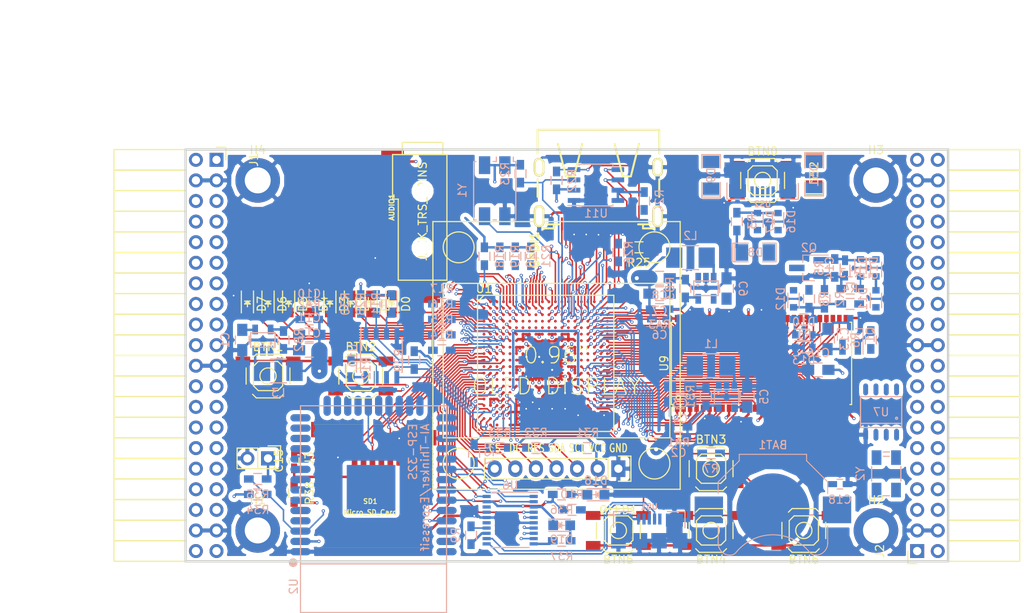
<source format=kicad_pcb>
(kicad_pcb (version 4) (host pcbnew 4.0.5+dfsg1-4)

  (general
    (links 586)
    (no_connects 64)
    (area 93.949999 61.269999 188.230001 112.370001)
    (thickness 1.6)
    (drawings 6)
    (tracks 2821)
    (zones 0)
    (modules 121)
    (nets 213)
  )

  (page A4)
  (layers
    (0 F.Cu signal)
    (1 In1.Cu signal)
    (2 In2.Cu signal)
    (31 B.Cu signal)
    (32 B.Adhes user)
    (33 F.Adhes user)
    (34 B.Paste user)
    (35 F.Paste user)
    (36 B.SilkS user)
    (37 F.SilkS user)
    (38 B.Mask user)
    (39 F.Mask user)
    (40 Dwgs.User user)
    (41 Cmts.User user)
    (42 Eco1.User user)
    (43 Eco2.User user)
    (44 Edge.Cuts user)
    (45 Margin user)
    (46 B.CrtYd user)
    (47 F.CrtYd user)
    (48 B.Fab user)
    (49 F.Fab user)
  )

  (setup
    (last_trace_width 0.3)
    (trace_clearance 0.127)
    (zone_clearance 0.127)
    (zone_45_only no)
    (trace_min 0.127)
    (segment_width 0.2)
    (edge_width 0.2)
    (via_size 0.4)
    (via_drill 0.2)
    (via_min_size 0.4)
    (via_min_drill 0.2)
    (uvia_size 0.3)
    (uvia_drill 0.1)
    (uvias_allowed no)
    (uvia_min_size 0.2)
    (uvia_min_drill 0.1)
    (pcb_text_width 0.3)
    (pcb_text_size 1.5 1.5)
    (mod_edge_width 0.15)
    (mod_text_size 1 1)
    (mod_text_width 0.15)
    (pad_size 1.524 1.524)
    (pad_drill 0.762)
    (pad_to_mask_clearance 0.2)
    (aux_axis_origin 82.67 62.69)
    (grid_origin 86.48 79.2)
    (visible_elements 7FFFFFFF)
    (pcbplotparams
      (layerselection 0x010f0_80000007)
      (usegerberextensions true)
      (excludeedgelayer true)
      (linewidth 0.100000)
      (plotframeref false)
      (viasonmask false)
      (mode 1)
      (useauxorigin false)
      (hpglpennumber 1)
      (hpglpenspeed 20)
      (hpglpendiameter 15)
      (hpglpenoverlay 2)
      (psnegative false)
      (psa4output false)
      (plotreference true)
      (plotvalue true)
      (plotinvisibletext false)
      (padsonsilk false)
      (subtractmaskfromsilk false)
      (outputformat 1)
      (mirror false)
      (drillshape 0)
      (scaleselection 1)
      (outputdirectory plot))
  )

  (net 0 "")
  (net 1 GND)
  (net 2 +5V)
  (net 3 /gpio/IN5V)
  (net 4 /gpio/OUT5V)
  (net 5 +3V3)
  (net 6 "Net-(L1-Pad1)")
  (net 7 "Net-(L2-Pad1)")
  (net 8 +1V2)
  (net 9 BTN_D)
  (net 10 BTN_F1)
  (net 11 BTN_F2)
  (net 12 BTN_L)
  (net 13 BTN_R)
  (net 14 BTN_U)
  (net 15 /power/FB1)
  (net 16 +2V5)
  (net 17 "Net-(L3-Pad1)")
  (net 18 /power/PWREN)
  (net 19 /power/FB3)
  (net 20 /power/FB2)
  (net 21 "Net-(D9-Pad1)")
  (net 22 /power/VBAT)
  (net 23 JTAG_TDI)
  (net 24 JTAG_TCK)
  (net 25 JTAG_TMS)
  (net 26 JTAG_TDO)
  (net 27 /power/WAKEUPn)
  (net 28 /power/WKUP)
  (net 29 /power/SHUT)
  (net 30 /power/WAKE)
  (net 31 /power/HOLD)
  (net 32 /power/WKn)
  (net 33 /power/OSCI_32k)
  (net 34 /power/OSCO_32k)
  (net 35 "Net-(Q2-Pad3)")
  (net 36 SHUTDOWN)
  (net 37 /analog/AUDIO_L)
  (net 38 /analog/AUDIO_R)
  (net 39 GPDI_5V_SCL)
  (net 40 GPDI_5V_SDA)
  (net 41 GPDI_SDA)
  (net 42 GPDI_SCL)
  (net 43 /gpdi/VREF2)
  (net 44 /blinkey/BTNPU)
  (net 45 SD_CMD)
  (net 46 SD_CLK)
  (net 47 SD_D0)
  (net 48 SD_D1)
  (net 49 USB5V)
  (net 50 "Net-(BTN0-Pad1)")
  (net 51 GPDI_CEC)
  (net 52 nRESET)
  (net 53 FTDI_nDTR)
  (net 54 SDRAM_CKE)
  (net 55 SDRAM_A7)
  (net 56 SDRAM_D15)
  (net 57 SDRAM_BA1)
  (net 58 SDRAM_D7)
  (net 59 SDRAM_A6)
  (net 60 SDRAM_CLK)
  (net 61 SDRAM_D13)
  (net 62 SDRAM_BA0)
  (net 63 SDRAM_D6)
  (net 64 SDRAM_A5)
  (net 65 SDRAM_D14)
  (net 66 SDRAM_A11)
  (net 67 SDRAM_D12)
  (net 68 SDRAM_D5)
  (net 69 SDRAM_A4)
  (net 70 SDRAM_A10)
  (net 71 SDRAM_D11)
  (net 72 SDRAM_A3)
  (net 73 SDRAM_D4)
  (net 74 SDRAM_D10)
  (net 75 SDRAM_D9)
  (net 76 SDRAM_A9)
  (net 77 SDRAM_D3)
  (net 78 SDRAM_D8)
  (net 79 SDRAM_A8)
  (net 80 SDRAM_A2)
  (net 81 SDRAM_A1)
  (net 82 SDRAM_A0)
  (net 83 SDRAM_D2)
  (net 84 SDRAM_D1)
  (net 85 SDRAM_D0)
  (net 86 SDRAM_DQM0)
  (net 87 SDRAM_nCS)
  (net 88 SDRAM_nRAS)
  (net 89 SDRAM_DQM1)
  (net 90 SDRAM_nCAS)
  (net 91 SDRAM_nWE)
  (net 92 /flash/FLASH_nWP)
  (net 93 /flash/FLASH_nHOLD)
  (net 94 /flash/FLASH_MOSI)
  (net 95 /flash/FLASH_MISO)
  (net 96 /flash/FLASH_SCK)
  (net 97 /flash/FLASH_nCS)
  (net 98 /flash/FPGA_PROGRAMN)
  (net 99 /flash/FPGA_DONE)
  (net 100 /flash/FPGA_INITN)
  (net 101 OLED_RES)
  (net 102 OLED_DC)
  (net 103 OLED_CS)
  (net 104 WIFI_EN)
  (net 105 FTDI_nRTS)
  (net 106 WIFI_GPIO2)
  (net 107 FTDI_TXD)
  (net 108 FTDI_RXD)
  (net 109 WIFI_RXD)
  (net 110 WIFI_GPIO0)
  (net 111 WIFI_TXD)
  (net 112 /gpdi/CLK_25MHz)
  (net 113 GPDI_ETH-)
  (net 114 GPDI_ETH+)
  (net 115 GPDI_D2+)
  (net 116 GPDI_D2-)
  (net 117 GPDI_D1+)
  (net 118 GPDI_D1-)
  (net 119 GPDI_D0+)
  (net 120 GPDI_D0-)
  (net 121 GPDI_CLK+)
  (net 122 GPDI_CLK-)
  (net 123 USB_FPGA_D+)
  (net 124 USB_FPGA_D-)
  (net 125 USB_FTDI_D+)
  (net 126 USB_FTDI_D-)
  (net 127 J1_17-)
  (net 128 J1_17+)
  (net 129 J1_23-)
  (net 130 J1_23+)
  (net 131 J1_25-)
  (net 132 J1_25+)
  (net 133 J1_27-)
  (net 134 J1_27+)
  (net 135 J1_29-)
  (net 136 J1_29+)
  (net 137 J1_31-)
  (net 138 J1_31+)
  (net 139 J1_33-)
  (net 140 J1_33+)
  (net 141 J1_35-)
  (net 142 J1_35+)
  (net 143 J2_5-)
  (net 144 J2_5+)
  (net 145 J2_7-)
  (net 146 J2_7+)
  (net 147 J2_9-)
  (net 148 J2_9+)
  (net 149 J2_13-)
  (net 150 J2_13+)
  (net 151 J2_17-)
  (net 152 J2_17+)
  (net 153 J2_11-)
  (net 154 J2_11+)
  (net 155 J2_23-)
  (net 156 J2_23+)
  (net 157 J1_5-)
  (net 158 J1_5+)
  (net 159 J1_7-)
  (net 160 J1_7+)
  (net 161 J1_9-)
  (net 162 J1_9+)
  (net 163 J1_11-)
  (net 164 J1_11+)
  (net 165 J1_13-)
  (net 166 J1_13+)
  (net 167 J1_15-)
  (net 168 J1_15+)
  (net 169 J2_15-)
  (net 170 J2_15+)
  (net 171 J2_25-)
  (net 172 J2_25+)
  (net 173 J2_27-)
  (net 174 J2_27+)
  (net 175 J2_29-)
  (net 176 J2_29+)
  (net 177 J2_31-)
  (net 178 J2_31+)
  (net 179 J2_33-)
  (net 180 J2_33+)
  (net 181 J2_35-)
  (net 182 J2_35+)
  (net 183 SD_D3)
  (net 184 AUDIO_L3)
  (net 185 AUDIO_L2)
  (net 186 AUDIO_L1)
  (net 187 AUDIO_L0)
  (net 188 AUDIO_R3)
  (net 189 AUDIO_R2)
  (net 190 AUDIO_R1)
  (net 191 AUDIO_R0)
  (net 192 OLED_CLK)
  (net 193 OLED_MOSI)
  (net 194 WIFI_GPIO15)
  (net 195 LED0)
  (net 196 LED1)
  (net 197 LED2)
  (net 198 LED3)
  (net 199 LED4)
  (net 200 LED5)
  (net 201 LED6)
  (net 202 LED7)
  (net 203 BTN_PWRn)
  (net 204 "Net-(J3-Pad1)")
  (net 205 FTDI_nTXLED)
  (net 206 FTDI_nSLEEP)
  (net 207 /blinkey/LED_PWREN)
  (net 208 /blinkey/LED_TXLED)
  (net 209 FT3V3)
  (net 210 /sdcard/SD3V3)
  (net 211 SD_D2)
  (net 212 FTDI_nSUSPEND)

  (net_class Default "This is the default net class."
    (clearance 0.127)
    (trace_width 0.3)
    (via_dia 0.4)
    (via_drill 0.2)
    (uvia_dia 0.3)
    (uvia_drill 0.1)
    (add_net +1V2)
    (add_net +2V5)
    (add_net +3V3)
    (add_net +5V)
    (add_net /analog/AUDIO_L)
    (add_net /analog/AUDIO_R)
    (add_net /blinkey/BTNPU)
    (add_net /blinkey/LED_PWREN)
    (add_net /blinkey/LED_TXLED)
    (add_net /gpdi/VREF2)
    (add_net /gpio/IN5V)
    (add_net /gpio/OUT5V)
    (add_net /power/FB1)
    (add_net /power/FB2)
    (add_net /power/FB3)
    (add_net /power/HOLD)
    (add_net /power/OSCI_32k)
    (add_net /power/OSCO_32k)
    (add_net /power/PWREN)
    (add_net /power/SHUT)
    (add_net /power/VBAT)
    (add_net /power/WAKE)
    (add_net /power/WAKEUPn)
    (add_net /power/WKUP)
    (add_net /power/WKn)
    (add_net /sdcard/SD3V3)
    (add_net FT3V3)
    (add_net FTDI_nSUSPEND)
    (add_net GND)
    (add_net "Net-(BTN0-Pad1)")
    (add_net "Net-(D9-Pad1)")
    (add_net "Net-(J3-Pad1)")
    (add_net "Net-(L1-Pad1)")
    (add_net "Net-(L2-Pad1)")
    (add_net "Net-(L3-Pad1)")
    (add_net "Net-(Q2-Pad3)")
    (add_net USB5V)
  )

  (net_class BGA ""
    (clearance 0.127)
    (trace_width 0.19)
    (via_dia 0.4)
    (via_drill 0.2)
    (uvia_dia 0.3)
    (uvia_drill 0.1)
    (add_net /flash/FLASH_MISO)
    (add_net /flash/FLASH_MOSI)
    (add_net /flash/FLASH_SCK)
    (add_net /flash/FLASH_nCS)
    (add_net /flash/FLASH_nHOLD)
    (add_net /flash/FLASH_nWP)
    (add_net /flash/FPGA_DONE)
    (add_net /flash/FPGA_INITN)
    (add_net /flash/FPGA_PROGRAMN)
    (add_net /gpdi/CLK_25MHz)
    (add_net AUDIO_L0)
    (add_net AUDIO_L1)
    (add_net AUDIO_L2)
    (add_net AUDIO_L3)
    (add_net AUDIO_R0)
    (add_net AUDIO_R1)
    (add_net AUDIO_R2)
    (add_net AUDIO_R3)
    (add_net BTN_D)
    (add_net BTN_F1)
    (add_net BTN_F2)
    (add_net BTN_L)
    (add_net BTN_PWRn)
    (add_net BTN_R)
    (add_net BTN_U)
    (add_net FTDI_RXD)
    (add_net FTDI_TXD)
    (add_net FTDI_nDTR)
    (add_net FTDI_nRTS)
    (add_net FTDI_nSLEEP)
    (add_net FTDI_nTXLED)
    (add_net GPDI_5V_SCL)
    (add_net GPDI_5V_SDA)
    (add_net GPDI_CEC)
    (add_net GPDI_CLK+)
    (add_net GPDI_CLK-)
    (add_net GPDI_D0+)
    (add_net GPDI_D0-)
    (add_net GPDI_D1+)
    (add_net GPDI_D1-)
    (add_net GPDI_D2+)
    (add_net GPDI_D2-)
    (add_net GPDI_ETH+)
    (add_net GPDI_ETH-)
    (add_net GPDI_SCL)
    (add_net GPDI_SDA)
    (add_net J1_11+)
    (add_net J1_11-)
    (add_net J1_13+)
    (add_net J1_13-)
    (add_net J1_15+)
    (add_net J1_15-)
    (add_net J1_17+)
    (add_net J1_17-)
    (add_net J1_23+)
    (add_net J1_23-)
    (add_net J1_25+)
    (add_net J1_25-)
    (add_net J1_27+)
    (add_net J1_27-)
    (add_net J1_29+)
    (add_net J1_29-)
    (add_net J1_31+)
    (add_net J1_31-)
    (add_net J1_33+)
    (add_net J1_33-)
    (add_net J1_35+)
    (add_net J1_35-)
    (add_net J1_5+)
    (add_net J1_5-)
    (add_net J1_7+)
    (add_net J1_7-)
    (add_net J1_9+)
    (add_net J1_9-)
    (add_net J2_11+)
    (add_net J2_11-)
    (add_net J2_13+)
    (add_net J2_13-)
    (add_net J2_15+)
    (add_net J2_15-)
    (add_net J2_17+)
    (add_net J2_17-)
    (add_net J2_23+)
    (add_net J2_23-)
    (add_net J2_25+)
    (add_net J2_25-)
    (add_net J2_27+)
    (add_net J2_27-)
    (add_net J2_29+)
    (add_net J2_29-)
    (add_net J2_31+)
    (add_net J2_31-)
    (add_net J2_33+)
    (add_net J2_33-)
    (add_net J2_35+)
    (add_net J2_35-)
    (add_net J2_5+)
    (add_net J2_5-)
    (add_net J2_7+)
    (add_net J2_7-)
    (add_net J2_9+)
    (add_net J2_9-)
    (add_net JTAG_TCK)
    (add_net JTAG_TDI)
    (add_net JTAG_TDO)
    (add_net JTAG_TMS)
    (add_net LED0)
    (add_net LED1)
    (add_net LED2)
    (add_net LED3)
    (add_net LED4)
    (add_net LED5)
    (add_net LED6)
    (add_net LED7)
    (add_net OLED_CLK)
    (add_net OLED_CS)
    (add_net OLED_DC)
    (add_net OLED_MOSI)
    (add_net OLED_RES)
    (add_net SDRAM_A0)
    (add_net SDRAM_A1)
    (add_net SDRAM_A10)
    (add_net SDRAM_A11)
    (add_net SDRAM_A2)
    (add_net SDRAM_A3)
    (add_net SDRAM_A4)
    (add_net SDRAM_A5)
    (add_net SDRAM_A6)
    (add_net SDRAM_A7)
    (add_net SDRAM_A8)
    (add_net SDRAM_A9)
    (add_net SDRAM_BA0)
    (add_net SDRAM_BA1)
    (add_net SDRAM_CKE)
    (add_net SDRAM_CLK)
    (add_net SDRAM_D0)
    (add_net SDRAM_D1)
    (add_net SDRAM_D10)
    (add_net SDRAM_D11)
    (add_net SDRAM_D12)
    (add_net SDRAM_D13)
    (add_net SDRAM_D14)
    (add_net SDRAM_D15)
    (add_net SDRAM_D2)
    (add_net SDRAM_D3)
    (add_net SDRAM_D4)
    (add_net SDRAM_D5)
    (add_net SDRAM_D6)
    (add_net SDRAM_D7)
    (add_net SDRAM_D8)
    (add_net SDRAM_D9)
    (add_net SDRAM_DQM0)
    (add_net SDRAM_DQM1)
    (add_net SDRAM_nCAS)
    (add_net SDRAM_nCS)
    (add_net SDRAM_nRAS)
    (add_net SDRAM_nWE)
    (add_net SD_CLK)
    (add_net SD_CMD)
    (add_net SD_D0)
    (add_net SD_D1)
    (add_net SD_D2)
    (add_net SD_D3)
    (add_net SHUTDOWN)
    (add_net USB_FPGA_D+)
    (add_net USB_FPGA_D-)
    (add_net USB_FTDI_D+)
    (add_net USB_FTDI_D-)
    (add_net WIFI_EN)
    (add_net WIFI_GPIO0)
    (add_net WIFI_GPIO15)
    (add_net WIFI_GPIO2)
    (add_net WIFI_RXD)
    (add_net WIFI_TXD)
    (add_net nRESET)
  )

  (net_class Minimal ""
    (clearance 0.127)
    (trace_width 0.127)
    (via_dia 0.4)
    (via_drill 0.2)
    (uvia_dia 0.3)
    (uvia_drill 0.1)
  )

  (module lfe5bg381:BGA-381_pitch0.8mm_dia0.4mm (layer F.Cu) (tedit 58D8FE92) (tstamp 58D8D57E)
    (at 138.48 87.8)
    (path /56AC389C/58F23D91)
    (attr smd)
    (fp_text reference U1 (at -7.6 -9.2) (layer F.SilkS)
      (effects (font (size 1 1) (thickness 0.15)))
    )
    (fp_text value LFE5U-25F-6BG381C (at 2 -9.2) (layer F.Fab)
      (effects (font (size 1 1) (thickness 0.15)))
    )
    (fp_line (start -8.4 8.4) (end 8.4 8.4) (layer F.SilkS) (width 0.15))
    (fp_line (start 8.4 8.4) (end 8.4 -8.4) (layer F.SilkS) (width 0.15))
    (fp_line (start 8.4 -8.4) (end -8.4 -8.4) (layer F.SilkS) (width 0.15))
    (fp_line (start -8.4 -8.4) (end -8.4 8.4) (layer F.SilkS) (width 0.15))
    (fp_line (start -7.6 -8.4) (end -8.4 -7.6) (layer F.SilkS) (width 0.15))
    (pad A2 smd circle (at -6.8 -7.6) (size 0.35 0.35) (layers F.Cu F.Paste F.Mask)
      (net 134 J1_27+) (solder_mask_margin 0.04))
    (pad A3 smd circle (at -6 -7.6) (size 0.35 0.35) (layers F.Cu F.Paste F.Mask)
      (net 188 AUDIO_R3) (solder_mask_margin 0.04))
    (pad A4 smd circle (at -5.2 -7.6) (size 0.35 0.35) (layers F.Cu F.Paste F.Mask)
      (net 132 J1_25+) (solder_mask_margin 0.04))
    (pad A5 smd circle (at -4.4 -7.6) (size 0.35 0.35) (layers F.Cu F.Paste F.Mask)
      (net 131 J1_25-) (solder_mask_margin 0.04))
    (pad A6 smd circle (at -3.6 -7.6) (size 0.35 0.35) (layers F.Cu F.Paste F.Mask)
      (net 130 J1_23+) (solder_mask_margin 0.04))
    (pad A7 smd circle (at -2.8 -7.6) (size 0.35 0.35) (layers F.Cu F.Paste F.Mask)
      (net 166 J1_13+) (solder_mask_margin 0.04))
    (pad A8 smd circle (at -2 -7.6) (size 0.35 0.35) (layers F.Cu F.Paste F.Mask)
      (net 165 J1_13-) (solder_mask_margin 0.04))
    (pad A9 smd circle (at -1.2 -7.6) (size 0.35 0.35) (layers F.Cu F.Paste F.Mask)
      (net 161 J1_9-) (solder_mask_margin 0.04))
    (pad A10 smd circle (at -0.4 -7.6) (size 0.35 0.35) (layers F.Cu F.Paste F.Mask)
      (net 160 J1_7+) (solder_mask_margin 0.04))
    (pad A11 smd circle (at 0.4 -7.6) (size 0.35 0.35) (layers F.Cu F.Paste F.Mask)
      (net 159 J1_7-) (solder_mask_margin 0.04))
    (pad A12 smd circle (at 1.2 -7.6) (size 0.35 0.35) (layers F.Cu F.Paste F.Mask)
      (net 114 GPDI_ETH+) (solder_mask_margin 0.04))
    (pad A13 smd circle (at 2 -7.6) (size 0.35 0.35) (layers F.Cu F.Paste F.Mask)
      (net 113 GPDI_ETH-) (solder_mask_margin 0.04))
    (pad A14 smd circle (at 2.8 -7.6) (size 0.35 0.35) (layers F.Cu F.Paste F.Mask)
      (net 115 GPDI_D2+) (solder_mask_margin 0.04))
    (pad A15 smd circle (at 3.6 -7.6) (size 0.35 0.35) (layers F.Cu F.Paste F.Mask)
      (solder_mask_margin 0.04))
    (pad A16 smd circle (at 4.4 -7.6) (size 0.35 0.35) (layers F.Cu F.Paste F.Mask)
      (net 117 GPDI_D1+) (solder_mask_margin 0.04))
    (pad A17 smd circle (at 5.2 -7.6) (size 0.35 0.35) (layers F.Cu F.Paste F.Mask)
      (net 119 GPDI_D0+) (solder_mask_margin 0.04))
    (pad A18 smd circle (at 6 -7.6) (size 0.35 0.35) (layers F.Cu F.Paste F.Mask)
      (net 121 GPDI_CLK+) (solder_mask_margin 0.04))
    (pad A19 smd circle (at 6.8 -7.6) (size 0.35 0.35) (layers F.Cu F.Paste F.Mask)
      (net 51 GPDI_CEC) (solder_mask_margin 0.04))
    (pad B1 smd circle (at -7.6 -6.8) (size 0.35 0.35) (layers F.Cu F.Paste F.Mask)
      (net 133 J1_27-) (solder_mask_margin 0.04))
    (pad B2 smd circle (at -6.8 -6.8) (size 0.35 0.35) (layers F.Cu F.Paste F.Mask)
      (net 195 LED0) (solder_mask_margin 0.04))
    (pad B3 smd circle (at -6 -6.8) (size 0.35 0.35) (layers F.Cu F.Paste F.Mask)
      (net 187 AUDIO_L0) (solder_mask_margin 0.04))
    (pad B4 smd circle (at -5.2 -6.8) (size 0.35 0.35) (layers F.Cu F.Paste F.Mask)
      (net 135 J1_29-) (solder_mask_margin 0.04))
    (pad B5 smd circle (at -4.4 -6.8) (size 0.35 0.35) (layers F.Cu F.Paste F.Mask)
      (net 189 AUDIO_R2) (solder_mask_margin 0.04))
    (pad B6 smd circle (at -3.6 -6.8) (size 0.35 0.35) (layers F.Cu F.Paste F.Mask)
      (net 129 J1_23-) (solder_mask_margin 0.04))
    (pad B7 smd circle (at -2.8 -6.8) (size 0.35 0.35) (layers F.Cu F.Paste F.Mask)
      (net 1 GND) (solder_mask_margin 0.04))
    (pad B8 smd circle (at -2 -6.8) (size 0.35 0.35) (layers F.Cu F.Paste F.Mask)
      (net 167 J1_15-) (solder_mask_margin 0.04))
    (pad B9 smd circle (at -1.2 -6.8) (size 0.35 0.35) (layers F.Cu F.Paste F.Mask)
      (net 164 J1_11+) (solder_mask_margin 0.04))
    (pad B10 smd circle (at -0.4 -6.8) (size 0.35 0.35) (layers F.Cu F.Paste F.Mask)
      (net 162 J1_9+) (solder_mask_margin 0.04))
    (pad B11 smd circle (at 0.4 -6.8) (size 0.35 0.35) (layers F.Cu F.Paste F.Mask)
      (net 158 J1_5+) (solder_mask_margin 0.04))
    (pad B12 smd circle (at 1.2 -6.8) (size 0.35 0.35) (layers F.Cu F.Paste F.Mask)
      (net 112 /gpdi/CLK_25MHz) (solder_mask_margin 0.04))
    (pad B13 smd circle (at 2 -6.8) (size 0.35 0.35) (layers F.Cu F.Paste F.Mask)
      (net 180 J2_33+) (solder_mask_margin 0.04))
    (pad B14 smd circle (at 2.8 -6.8) (size 0.35 0.35) (layers F.Cu F.Paste F.Mask)
      (net 1 GND) (solder_mask_margin 0.04))
    (pad B15 smd circle (at 3.6 -6.8) (size 0.35 0.35) (layers F.Cu F.Paste F.Mask)
      (net 178 J2_31+) (solder_mask_margin 0.04))
    (pad B16 smd circle (at 4.4 -6.8) (size 0.35 0.35) (layers F.Cu F.Paste F.Mask)
      (net 118 GPDI_D1-) (solder_mask_margin 0.04))
    (pad B17 smd circle (at 5.2 -6.8) (size 0.35 0.35) (layers F.Cu F.Paste F.Mask)
      (net 174 J2_27+) (solder_mask_margin 0.04))
    (pad B18 smd circle (at 6 -6.8) (size 0.35 0.35) (layers F.Cu F.Paste F.Mask)
      (net 120 GPDI_D0-) (solder_mask_margin 0.04))
    (pad B19 smd circle (at 6.8 -6.8) (size 0.35 0.35) (layers F.Cu F.Paste F.Mask)
      (net 122 GPDI_CLK-) (solder_mask_margin 0.04))
    (pad B20 smd circle (at 7.6 -6.8) (size 0.35 0.35) (layers F.Cu F.Paste F.Mask)
      (net 41 GPDI_SDA) (solder_mask_margin 0.04))
    (pad C1 smd circle (at -7.6 -6) (size 0.35 0.35) (layers F.Cu F.Paste F.Mask)
      (net 197 LED2) (solder_mask_margin 0.04))
    (pad C2 smd circle (at -6.8 -6) (size 0.35 0.35) (layers F.Cu F.Paste F.Mask)
      (net 196 LED1) (solder_mask_margin 0.04))
    (pad C3 smd circle (at -6 -6) (size 0.35 0.35) (layers F.Cu F.Paste F.Mask)
      (net 185 AUDIO_L2) (solder_mask_margin 0.04))
    (pad C4 smd circle (at -5.2 -6) (size 0.35 0.35) (layers F.Cu F.Paste F.Mask)
      (net 136 J1_29+) (solder_mask_margin 0.04))
    (pad C5 smd circle (at -4.4 -6) (size 0.35 0.35) (layers F.Cu F.Paste F.Mask)
      (net 190 AUDIO_R1) (solder_mask_margin 0.04))
    (pad C6 smd circle (at -3.6 -6) (size 0.35 0.35) (layers F.Cu F.Paste F.Mask)
      (net 128 J1_17+) (solder_mask_margin 0.04))
    (pad C7 smd circle (at -2.8 -6) (size 0.35 0.35) (layers F.Cu F.Paste F.Mask)
      (net 127 J1_17-) (solder_mask_margin 0.04))
    (pad C8 smd circle (at -2 -6) (size 0.35 0.35) (layers F.Cu F.Paste F.Mask)
      (net 168 J1_15+) (solder_mask_margin 0.04))
    (pad C9 smd circle (at -1.2 -6) (size 0.35 0.35) (layers F.Cu F.Paste F.Mask)
      (solder_mask_margin 0.04))
    (pad C10 smd circle (at -0.4 -6) (size 0.35 0.35) (layers F.Cu F.Paste F.Mask)
      (net 163 J1_11-) (solder_mask_margin 0.04))
    (pad C11 smd circle (at 0.4 -6) (size 0.35 0.35) (layers F.Cu F.Paste F.Mask)
      (net 157 J1_5-) (solder_mask_margin 0.04))
    (pad C12 smd circle (at 1.2 -6) (size 0.35 0.35) (layers F.Cu F.Paste F.Mask)
      (net 42 GPDI_SCL) (solder_mask_margin 0.04))
    (pad C13 smd circle (at 2 -6) (size 0.35 0.35) (layers F.Cu F.Paste F.Mask)
      (net 179 J2_33-) (solder_mask_margin 0.04))
    (pad C14 smd circle (at 2.8 -6) (size 0.35 0.35) (layers F.Cu F.Paste F.Mask)
      (net 116 GPDI_D2-) (solder_mask_margin 0.04))
    (pad C15 smd circle (at 3.6 -6) (size 0.35 0.35) (layers F.Cu F.Paste F.Mask)
      (net 177 J2_31-) (solder_mask_margin 0.04))
    (pad C16 smd circle (at 4.4 -6) (size 0.35 0.35) (layers F.Cu F.Paste F.Mask)
      (net 176 J2_29+) (solder_mask_margin 0.04))
    (pad C17 smd circle (at 5.2 -6) (size 0.35 0.35) (layers F.Cu F.Paste F.Mask)
      (net 173 J2_27-) (solder_mask_margin 0.04))
    (pad C18 smd circle (at 6 -6) (size 0.35 0.35) (layers F.Cu F.Paste F.Mask)
      (net 156 J2_23+) (solder_mask_margin 0.04))
    (pad C19 smd circle (at 6.8 -6) (size 0.35 0.35) (layers F.Cu F.Paste F.Mask)
      (net 1 GND) (solder_mask_margin 0.04))
    (pad C20 smd circle (at 7.6 -6) (size 0.35 0.35) (layers F.Cu F.Paste F.Mask)
      (net 56 SDRAM_D15) (solder_mask_margin 0.04))
    (pad D1 smd circle (at -7.6 -5.2) (size 0.35 0.35) (layers F.Cu F.Paste F.Mask)
      (net 199 LED4) (solder_mask_margin 0.04))
    (pad D2 smd circle (at -6.8 -5.2) (size 0.35 0.35) (layers F.Cu F.Paste F.Mask)
      (net 198 LED3) (solder_mask_margin 0.04))
    (pad D3 smd circle (at -6 -5.2) (size 0.35 0.35) (layers F.Cu F.Paste F.Mask)
      (net 186 AUDIO_L1) (solder_mask_margin 0.04))
    (pad D4 smd circle (at -5.2 -5.2) (size 0.35 0.35) (layers F.Cu F.Paste F.Mask)
      (net 1 GND) (solder_mask_margin 0.04))
    (pad D5 smd circle (at -4.4 -5.2) (size 0.35 0.35) (layers F.Cu F.Paste F.Mask)
      (solder_mask_margin 0.04))
    (pad D6 smd circle (at -3.6 -5.2) (size 0.35 0.35) (layers F.Cu F.Paste F.Mask)
      (net 203 BTN_PWRn) (solder_mask_margin 0.04))
    (pad D7 smd circle (at -2.8 -5.2) (size 0.35 0.35) (layers F.Cu F.Paste F.Mask)
      (solder_mask_margin 0.04))
    (pad D8 smd circle (at -2 -5.2) (size 0.35 0.35) (layers F.Cu F.Paste F.Mask)
      (solder_mask_margin 0.04))
    (pad D9 smd circle (at -1.2 -5.2) (size 0.35 0.35) (layers F.Cu F.Paste F.Mask)
      (solder_mask_margin 0.04))
    (pad D10 smd circle (at -0.4 -5.2) (size 0.35 0.35) (layers F.Cu F.Paste F.Mask)
      (solder_mask_margin 0.04))
    (pad D11 smd circle (at 0.4 -5.2) (size 0.35 0.35) (layers F.Cu F.Paste F.Mask)
      (net 14 BTN_U) (solder_mask_margin 0.04))
    (pad D12 smd circle (at 1.2 -5.2) (size 0.35 0.35) (layers F.Cu F.Paste F.Mask)
      (solder_mask_margin 0.04))
    (pad D13 smd circle (at 2 -5.2) (size 0.35 0.35) (layers F.Cu F.Paste F.Mask)
      (net 182 J2_35+) (solder_mask_margin 0.04))
    (pad D14 smd circle (at 2.8 -5.2) (size 0.35 0.35) (layers F.Cu F.Paste F.Mask)
      (solder_mask_margin 0.04))
    (pad D15 smd circle (at 3.6 -5.2) (size 0.35 0.35) (layers F.Cu F.Paste F.Mask)
      (net 172 J2_25+) (solder_mask_margin 0.04))
    (pad D16 smd circle (at 4.4 -5.2) (size 0.35 0.35) (layers F.Cu F.Paste F.Mask)
      (net 175 J2_29-) (solder_mask_margin 0.04))
    (pad D17 smd circle (at 5.2 -5.2) (size 0.35 0.35) (layers F.Cu F.Paste F.Mask)
      (net 155 J2_23-) (solder_mask_margin 0.04))
    (pad D18 smd circle (at 6 -5.2) (size 0.35 0.35) (layers F.Cu F.Paste F.Mask)
      (net 152 J2_17+) (solder_mask_margin 0.04))
    (pad D19 smd circle (at 6.8 -5.2) (size 0.35 0.35) (layers F.Cu F.Paste F.Mask)
      (net 65 SDRAM_D14) (solder_mask_margin 0.04))
    (pad D20 smd circle (at 7.6 -5.2) (size 0.35 0.35) (layers F.Cu F.Paste F.Mask)
      (net 61 SDRAM_D13) (solder_mask_margin 0.04))
    (pad E1 smd circle (at -7.6 -4.4) (size 0.35 0.35) (layers F.Cu F.Paste F.Mask)
      (net 201 LED6) (solder_mask_margin 0.04))
    (pad E2 smd circle (at -6.8 -4.4) (size 0.35 0.35) (layers F.Cu F.Paste F.Mask)
      (net 200 LED5) (solder_mask_margin 0.04))
    (pad E3 smd circle (at -6 -4.4) (size 0.35 0.35) (layers F.Cu F.Paste F.Mask)
      (net 137 J1_31-) (solder_mask_margin 0.04))
    (pad E4 smd circle (at -5.2 -4.4) (size 0.35 0.35) (layers F.Cu F.Paste F.Mask)
      (solder_mask_margin 0.04))
    (pad E5 smd circle (at -4.4 -4.4) (size 0.35 0.35) (layers F.Cu F.Paste F.Mask)
      (net 184 AUDIO_L3) (solder_mask_margin 0.04))
    (pad E6 smd circle (at -3.6 -4.4) (size 0.35 0.35) (layers F.Cu F.Paste F.Mask)
      (solder_mask_margin 0.04))
    (pad E7 smd circle (at -2.8 -4.4) (size 0.35 0.35) (layers F.Cu F.Paste F.Mask)
      (solder_mask_margin 0.04))
    (pad E8 smd circle (at -2 -4.4) (size 0.35 0.35) (layers F.Cu F.Paste F.Mask)
      (solder_mask_margin 0.04))
    (pad E9 smd circle (at -1.2 -4.4) (size 0.35 0.35) (layers F.Cu F.Paste F.Mask)
      (solder_mask_margin 0.04))
    (pad E10 smd circle (at -0.4 -4.4) (size 0.35 0.35) (layers F.Cu F.Paste F.Mask)
      (solder_mask_margin 0.04))
    (pad E11 smd circle (at 0.4 -4.4) (size 0.35 0.35) (layers F.Cu F.Paste F.Mask)
      (solder_mask_margin 0.04))
    (pad E12 smd circle (at 1.2 -4.4) (size 0.35 0.35) (layers F.Cu F.Paste F.Mask)
      (solder_mask_margin 0.04))
    (pad E13 smd circle (at 2 -4.4) (size 0.35 0.35) (layers F.Cu F.Paste F.Mask)
      (net 181 J2_35-) (solder_mask_margin 0.04))
    (pad E14 smd circle (at 2.8 -4.4) (size 0.35 0.35) (layers F.Cu F.Paste F.Mask)
      (solder_mask_margin 0.04))
    (pad E15 smd circle (at 3.6 -4.4) (size 0.35 0.35) (layers F.Cu F.Paste F.Mask)
      (net 171 J2_25-) (solder_mask_margin 0.04))
    (pad E16 smd circle (at 4.4 -4.4) (size 0.35 0.35) (layers F.Cu F.Paste F.Mask)
      (solder_mask_margin 0.04))
    (pad E17 smd circle (at 5.2 -4.4) (size 0.35 0.35) (layers F.Cu F.Paste F.Mask)
      (net 151 J2_17-) (solder_mask_margin 0.04))
    (pad E18 smd circle (at 6 -4.4) (size 0.35 0.35) (layers F.Cu F.Paste F.Mask)
      (net 73 SDRAM_D4) (solder_mask_margin 0.04))
    (pad E19 smd circle (at 6.8 -4.4) (size 0.35 0.35) (layers F.Cu F.Paste F.Mask)
      (net 67 SDRAM_D12) (solder_mask_margin 0.04))
    (pad E20 smd circle (at 7.6 -4.4) (size 0.35 0.35) (layers F.Cu F.Paste F.Mask)
      (net 71 SDRAM_D11) (solder_mask_margin 0.04))
    (pad F1 smd circle (at -7.6 -3.6) (size 0.35 0.35) (layers F.Cu F.Paste F.Mask)
      (solder_mask_margin 0.04))
    (pad F2 smd circle (at -6.8 -3.6) (size 0.35 0.35) (layers F.Cu F.Paste F.Mask)
      (net 202 LED7) (solder_mask_margin 0.04))
    (pad F3 smd circle (at -6 -3.6) (size 0.35 0.35) (layers F.Cu F.Paste F.Mask)
      (net 139 J1_33-) (solder_mask_margin 0.04))
    (pad F4 smd circle (at -5.2 -3.6) (size 0.35 0.35) (layers F.Cu F.Paste F.Mask)
      (net 138 J1_31+) (solder_mask_margin 0.04))
    (pad F5 smd circle (at -4.4 -3.6) (size 0.35 0.35) (layers F.Cu F.Paste F.Mask)
      (net 191 AUDIO_R0) (solder_mask_margin 0.04))
    (pad F6 smd circle (at -3.6 -3.6) (size 0.35 0.35) (layers F.Cu F.Paste F.Mask)
      (net 16 +2V5) (solder_mask_margin 0.04))
    (pad F7 smd circle (at -2.8 -3.6) (size 0.35 0.35) (layers F.Cu F.Paste F.Mask)
      (net 1 GND) (solder_mask_margin 0.04))
    (pad F8 smd circle (at -2 -3.6) (size 0.35 0.35) (layers F.Cu F.Paste F.Mask)
      (net 1 GND) (solder_mask_margin 0.04))
    (pad F9 smd circle (at -1.2 -3.6) (size 0.35 0.35) (layers F.Cu F.Paste F.Mask)
      (net 5 +3V3) (solder_mask_margin 0.04))
    (pad F10 smd circle (at -0.4 -3.6) (size 0.35 0.35) (layers F.Cu F.Paste F.Mask)
      (net 5 +3V3) (solder_mask_margin 0.04))
    (pad F11 smd circle (at 0.4 -3.6) (size 0.35 0.35) (layers F.Cu F.Paste F.Mask)
      (net 5 +3V3) (solder_mask_margin 0.04))
    (pad F12 smd circle (at 1.2 -3.6) (size 0.35 0.35) (layers F.Cu F.Paste F.Mask)
      (net 5 +3V3) (solder_mask_margin 0.04))
    (pad F13 smd circle (at 2 -3.6) (size 0.35 0.35) (layers F.Cu F.Paste F.Mask)
      (net 1 GND) (solder_mask_margin 0.04))
    (pad F14 smd circle (at 2.8 -3.6) (size 0.35 0.35) (layers F.Cu F.Paste F.Mask)
      (net 1 GND) (solder_mask_margin 0.04))
    (pad F15 smd circle (at 3.6 -3.6) (size 0.35 0.35) (layers F.Cu F.Paste F.Mask)
      (net 16 +2V5) (solder_mask_margin 0.04))
    (pad F16 smd circle (at 4.4 -3.6) (size 0.35 0.35) (layers F.Cu F.Paste F.Mask)
      (solder_mask_margin 0.04))
    (pad F17 smd circle (at 5.2 -3.6) (size 0.35 0.35) (layers F.Cu F.Paste F.Mask)
      (net 170 J2_15+) (solder_mask_margin 0.04))
    (pad F18 smd circle (at 6 -3.6) (size 0.35 0.35) (layers F.Cu F.Paste F.Mask)
      (net 68 SDRAM_D5) (solder_mask_margin 0.04))
    (pad F19 smd circle (at 6.8 -3.6) (size 0.35 0.35) (layers F.Cu F.Paste F.Mask)
      (net 74 SDRAM_D10) (solder_mask_margin 0.04))
    (pad F20 smd circle (at 7.6 -3.6) (size 0.35 0.35) (layers F.Cu F.Paste F.Mask)
      (net 75 SDRAM_D9) (solder_mask_margin 0.04))
    (pad G1 smd circle (at -7.6 -2.8) (size 0.35 0.35) (layers F.Cu F.Paste F.Mask)
      (solder_mask_margin 0.04))
    (pad G2 smd circle (at -6.8 -2.8) (size 0.35 0.35) (layers F.Cu F.Paste F.Mask)
      (net 104 WIFI_EN) (solder_mask_margin 0.04))
    (pad G3 smd circle (at -6 -2.8) (size 0.35 0.35) (layers F.Cu F.Paste F.Mask)
      (net 140 J1_33+) (solder_mask_margin 0.04))
    (pad G4 smd circle (at -5.2 -2.8) (size 0.35 0.35) (layers F.Cu F.Paste F.Mask)
      (net 1 GND) (solder_mask_margin 0.04))
    (pad G5 smd circle (at -4.4 -2.8) (size 0.35 0.35) (layers F.Cu F.Paste F.Mask)
      (net 141 J1_35-) (solder_mask_margin 0.04))
    (pad G6 smd circle (at -3.6 -2.8) (size 0.35 0.35) (layers F.Cu F.Paste F.Mask)
      (net 1 GND) (solder_mask_margin 0.04))
    (pad G7 smd circle (at -2.8 -2.8) (size 0.35 0.35) (layers F.Cu F.Paste F.Mask)
      (net 1 GND) (solder_mask_margin 0.04))
    (pad G8 smd circle (at -2 -2.8) (size 0.35 0.35) (layers F.Cu F.Paste F.Mask)
      (net 1 GND) (solder_mask_margin 0.04))
    (pad G9 smd circle (at -1.2 -2.8) (size 0.35 0.35) (layers F.Cu F.Paste F.Mask)
      (net 1 GND) (solder_mask_margin 0.04))
    (pad G10 smd circle (at -0.4 -2.8) (size 0.35 0.35) (layers F.Cu F.Paste F.Mask)
      (net 1 GND) (solder_mask_margin 0.04))
    (pad G11 smd circle (at 0.4 -2.8) (size 0.35 0.35) (layers F.Cu F.Paste F.Mask)
      (net 1 GND) (solder_mask_margin 0.04))
    (pad G12 smd circle (at 1.2 -2.8) (size 0.35 0.35) (layers F.Cu F.Paste F.Mask)
      (net 1 GND) (solder_mask_margin 0.04))
    (pad G13 smd circle (at 2 -2.8) (size 0.35 0.35) (layers F.Cu F.Paste F.Mask)
      (net 1 GND) (solder_mask_margin 0.04))
    (pad G14 smd circle (at 2.8 -2.8) (size 0.35 0.35) (layers F.Cu F.Paste F.Mask)
      (net 1 GND) (solder_mask_margin 0.04))
    (pad G15 smd circle (at 3.6 -2.8) (size 0.35 0.35) (layers F.Cu F.Paste F.Mask)
      (net 1 GND) (solder_mask_margin 0.04))
    (pad G16 smd circle (at 4.4 -2.8) (size 0.35 0.35) (layers F.Cu F.Paste F.Mask)
      (solder_mask_margin 0.04))
    (pad G17 smd circle (at 5.2 -2.8) (size 0.35 0.35) (layers F.Cu F.Paste F.Mask)
      (net 1 GND) (solder_mask_margin 0.04))
    (pad G18 smd circle (at 6 -2.8) (size 0.35 0.35) (layers F.Cu F.Paste F.Mask)
      (net 169 J2_15-) (solder_mask_margin 0.04))
    (pad G19 smd circle (at 6.8 -2.8) (size 0.35 0.35) (layers F.Cu F.Paste F.Mask)
      (net 78 SDRAM_D8) (solder_mask_margin 0.04))
    (pad G20 smd circle (at 7.6 -2.8) (size 0.35 0.35) (layers F.Cu F.Paste F.Mask)
      (net 89 SDRAM_DQM1) (solder_mask_margin 0.04))
    (pad H1 smd circle (at -7.6 -2) (size 0.35 0.35) (layers F.Cu F.Paste F.Mask)
      (net 183 SD_D3) (solder_mask_margin 0.04))
    (pad H2 smd circle (at -6.8 -2) (size 0.35 0.35) (layers F.Cu F.Paste F.Mask)
      (net 211 SD_D2) (solder_mask_margin 0.04))
    (pad H3 smd circle (at -6 -2) (size 0.35 0.35) (layers F.Cu F.Paste F.Mask)
      (solder_mask_margin 0.04))
    (pad H4 smd circle (at -5.2 -2) (size 0.35 0.35) (layers F.Cu F.Paste F.Mask)
      (net 142 J1_35+) (solder_mask_margin 0.04))
    (pad H5 smd circle (at -4.4 -2) (size 0.35 0.35) (layers F.Cu F.Paste F.Mask)
      (solder_mask_margin 0.04))
    (pad H6 smd circle (at -3.6 -2) (size 0.35 0.35) (layers F.Cu F.Paste F.Mask)
      (net 5 +3V3) (solder_mask_margin 0.04))
    (pad H7 smd circle (at -2.8 -2) (size 0.35 0.35) (layers F.Cu F.Paste F.Mask)
      (net 5 +3V3) (solder_mask_margin 0.04))
    (pad H8 smd circle (at -2 -2) (size 0.35 0.35) (layers F.Cu F.Paste F.Mask)
      (net 8 +1V2) (solder_mask_margin 0.04))
    (pad H9 smd circle (at -1.2 -2) (size 0.35 0.35) (layers F.Cu F.Paste F.Mask)
      (net 8 +1V2) (solder_mask_margin 0.04))
    (pad H10 smd circle (at -0.4 -2) (size 0.35 0.35) (layers F.Cu F.Paste F.Mask)
      (net 8 +1V2) (solder_mask_margin 0.04))
    (pad H11 smd circle (at 0.4 -2) (size 0.35 0.35) (layers F.Cu F.Paste F.Mask)
      (net 8 +1V2) (solder_mask_margin 0.04))
    (pad H12 smd circle (at 1.2 -2) (size 0.35 0.35) (layers F.Cu F.Paste F.Mask)
      (net 8 +1V2) (solder_mask_margin 0.04))
    (pad H13 smd circle (at 2 -2) (size 0.35 0.35) (layers F.Cu F.Paste F.Mask)
      (net 8 +1V2) (solder_mask_margin 0.04))
    (pad H14 smd circle (at 2.8 -2) (size 0.35 0.35) (layers F.Cu F.Paste F.Mask)
      (net 5 +3V3) (solder_mask_margin 0.04))
    (pad H15 smd circle (at 3.6 -2) (size 0.35 0.35) (layers F.Cu F.Paste F.Mask)
      (net 5 +3V3) (solder_mask_margin 0.04))
    (pad H16 smd circle (at 4.4 -2) (size 0.35 0.35) (layers F.Cu F.Paste F.Mask)
      (solder_mask_margin 0.04))
    (pad H17 smd circle (at 5.2 -2) (size 0.35 0.35) (layers F.Cu F.Paste F.Mask)
      (net 149 J2_13-) (solder_mask_margin 0.04))
    (pad H18 smd circle (at 6 -2) (size 0.35 0.35) (layers F.Cu F.Paste F.Mask)
      (net 150 J2_13+) (solder_mask_margin 0.04))
    (pad H19 smd circle (at 6.8 -2) (size 0.35 0.35) (layers F.Cu F.Paste F.Mask)
      (net 1 GND) (solder_mask_margin 0.04))
    (pad H20 smd circle (at 7.6 -2) (size 0.35 0.35) (layers F.Cu F.Paste F.Mask)
      (net 60 SDRAM_CLK) (solder_mask_margin 0.04))
    (pad J1 smd circle (at -7.6 -1.2) (size 0.35 0.35) (layers F.Cu F.Paste F.Mask)
      (net 46 SD_CLK) (solder_mask_margin 0.04))
    (pad J2 smd circle (at -6.8 -1.2) (size 0.35 0.35) (layers F.Cu F.Paste F.Mask)
      (net 1 GND) (solder_mask_margin 0.04))
    (pad J3 smd circle (at -6 -1.2) (size 0.35 0.35) (layers F.Cu F.Paste F.Mask)
      (net 45 SD_CMD) (solder_mask_margin 0.04))
    (pad J4 smd circle (at -5.2 -1.2) (size 0.35 0.35) (layers F.Cu F.Paste F.Mask)
      (net 106 WIFI_GPIO2) (solder_mask_margin 0.04))
    (pad J5 smd circle (at -4.4 -1.2) (size 0.35 0.35) (layers F.Cu F.Paste F.Mask)
      (solder_mask_margin 0.04))
    (pad J6 smd circle (at -3.6 -1.2) (size 0.35 0.35) (layers F.Cu F.Paste F.Mask)
      (net 5 +3V3) (solder_mask_margin 0.04))
    (pad J7 smd circle (at -2.8 -1.2) (size 0.35 0.35) (layers F.Cu F.Paste F.Mask)
      (net 1 GND) (solder_mask_margin 0.04))
    (pad J8 smd circle (at -2 -1.2) (size 0.35 0.35) (layers F.Cu F.Paste F.Mask)
      (net 8 +1V2) (solder_mask_margin 0.04))
    (pad J9 smd circle (at -1.2 -1.2) (size 0.35 0.35) (layers F.Cu F.Paste F.Mask)
      (net 1 GND) (solder_mask_margin 0.04))
    (pad J10 smd circle (at -0.4 -1.2) (size 0.35 0.35) (layers F.Cu F.Paste F.Mask)
      (net 1 GND) (solder_mask_margin 0.04))
    (pad J11 smd circle (at 0.4 -1.2) (size 0.35 0.35) (layers F.Cu F.Paste F.Mask)
      (net 1 GND) (solder_mask_margin 0.04))
    (pad J12 smd circle (at 1.2 -1.2) (size 0.35 0.35) (layers F.Cu F.Paste F.Mask)
      (net 1 GND) (solder_mask_margin 0.04))
    (pad J13 smd circle (at 2 -1.2) (size 0.35 0.35) (layers F.Cu F.Paste F.Mask)
      (net 8 +1V2) (solder_mask_margin 0.04))
    (pad J14 smd circle (at 2.8 -1.2) (size 0.35 0.35) (layers F.Cu F.Paste F.Mask)
      (net 1 GND) (solder_mask_margin 0.04))
    (pad J15 smd circle (at 3.6 -1.2) (size 0.35 0.35) (layers F.Cu F.Paste F.Mask)
      (net 5 +3V3) (solder_mask_margin 0.04))
    (pad J16 smd circle (at 4.4 -1.2) (size 0.35 0.35) (layers F.Cu F.Paste F.Mask)
      (solder_mask_margin 0.04))
    (pad J17 smd circle (at 5.2 -1.2) (size 0.35 0.35) (layers F.Cu F.Paste F.Mask)
      (solder_mask_margin 0.04))
    (pad J18 smd circle (at 6 -1.2) (size 0.35 0.35) (layers F.Cu F.Paste F.Mask)
      (net 77 SDRAM_D3) (solder_mask_margin 0.04))
    (pad J19 smd circle (at 6.8 -1.2) (size 0.35 0.35) (layers F.Cu F.Paste F.Mask)
      (net 54 SDRAM_CKE) (solder_mask_margin 0.04))
    (pad J20 smd circle (at 7.6 -1.2) (size 0.35 0.35) (layers F.Cu F.Paste F.Mask)
      (net 66 SDRAM_A11) (solder_mask_margin 0.04))
    (pad K1 smd circle (at -7.6 -0.4) (size 0.35 0.35) (layers F.Cu F.Paste F.Mask)
      (net 48 SD_D1) (solder_mask_margin 0.04))
    (pad K2 smd circle (at -6.8 -0.4) (size 0.35 0.35) (layers F.Cu F.Paste F.Mask)
      (net 47 SD_D0) (solder_mask_margin 0.04))
    (pad K3 smd circle (at -6 -0.4) (size 0.35 0.35) (layers F.Cu F.Paste F.Mask)
      (net 109 WIFI_RXD) (solder_mask_margin 0.04))
    (pad K4 smd circle (at -5.2 -0.4) (size 0.35 0.35) (layers F.Cu F.Paste F.Mask)
      (net 111 WIFI_TXD) (solder_mask_margin 0.04))
    (pad K5 smd circle (at -4.4 -0.4) (size 0.35 0.35) (layers F.Cu F.Paste F.Mask)
      (net 124 USB_FPGA_D-) (solder_mask_margin 0.04))
    (pad K6 smd circle (at -3.6 -0.4) (size 0.35 0.35) (layers F.Cu F.Paste F.Mask)
      (net 1 GND) (solder_mask_margin 0.04))
    (pad K7 smd circle (at -2.8 -0.4) (size 0.35 0.35) (layers F.Cu F.Paste F.Mask)
      (net 1 GND) (solder_mask_margin 0.04))
    (pad K8 smd circle (at -2 -0.4) (size 0.35 0.35) (layers F.Cu F.Paste F.Mask)
      (net 8 +1V2) (solder_mask_margin 0.04))
    (pad K9 smd circle (at -1.2 -0.4) (size 0.35 0.35) (layers F.Cu F.Paste F.Mask)
      (net 1 GND) (solder_mask_margin 0.04))
    (pad K10 smd circle (at -0.4 -0.4) (size 0.35 0.35) (layers F.Cu F.Paste F.Mask)
      (net 1 GND) (solder_mask_margin 0.04))
    (pad K11 smd circle (at 0.4 -0.4) (size 0.35 0.35) (layers F.Cu F.Paste F.Mask)
      (net 1 GND) (solder_mask_margin 0.04))
    (pad K12 smd circle (at 1.2 -0.4) (size 0.35 0.35) (layers F.Cu F.Paste F.Mask)
      (net 1 GND) (solder_mask_margin 0.04))
    (pad K13 smd circle (at 2 -0.4) (size 0.35 0.35) (layers F.Cu F.Paste F.Mask)
      (net 8 +1V2) (solder_mask_margin 0.04))
    (pad K14 smd circle (at 2.8 -0.4) (size 0.35 0.35) (layers F.Cu F.Paste F.Mask)
      (net 1 GND) (solder_mask_margin 0.04))
    (pad K15 smd circle (at 3.6 -0.4) (size 0.35 0.35) (layers F.Cu F.Paste F.Mask)
      (net 1 GND) (solder_mask_margin 0.04))
    (pad K16 smd circle (at 4.4 -0.4) (size 0.35 0.35) (layers F.Cu F.Paste F.Mask)
      (solder_mask_margin 0.04))
    (pad K17 smd circle (at 5.2 -0.4) (size 0.35 0.35) (layers F.Cu F.Paste F.Mask)
      (solder_mask_margin 0.04))
    (pad K18 smd circle (at 6 -0.4) (size 0.35 0.35) (layers F.Cu F.Paste F.Mask)
      (net 83 SDRAM_D2) (solder_mask_margin 0.04))
    (pad K19 smd circle (at 6.8 -0.4) (size 0.35 0.35) (layers F.Cu F.Paste F.Mask)
      (net 76 SDRAM_A9) (solder_mask_margin 0.04))
    (pad K20 smd circle (at 7.6 -0.4) (size 0.35 0.35) (layers F.Cu F.Paste F.Mask)
      (net 79 SDRAM_A8) (solder_mask_margin 0.04))
    (pad L1 smd circle (at -7.6 0.4) (size 0.35 0.35) (layers F.Cu F.Paste F.Mask)
      (solder_mask_margin 0.04))
    (pad L2 smd circle (at -6.8 0.4) (size 0.35 0.35) (layers F.Cu F.Paste F.Mask)
      (net 110 WIFI_GPIO0) (solder_mask_margin 0.04))
    (pad L3 smd circle (at -6 0.4) (size 0.35 0.35) (layers F.Cu F.Paste F.Mask)
      (solder_mask_margin 0.04))
    (pad L4 smd circle (at -5.2 0.4) (size 0.35 0.35) (layers F.Cu F.Paste F.Mask)
      (net 108 FTDI_RXD) (solder_mask_margin 0.04))
    (pad L5 smd circle (at -4.4 0.4) (size 0.35 0.35) (layers F.Cu F.Paste F.Mask)
      (net 123 USB_FPGA_D+) (solder_mask_margin 0.04))
    (pad L6 smd circle (at -3.6 0.4) (size 0.35 0.35) (layers F.Cu F.Paste F.Mask)
      (net 5 +3V3) (solder_mask_margin 0.04))
    (pad L7 smd circle (at -2.8 0.4) (size 0.35 0.35) (layers F.Cu F.Paste F.Mask)
      (net 5 +3V3) (solder_mask_margin 0.04))
    (pad L8 smd circle (at -2 0.4) (size 0.35 0.35) (layers F.Cu F.Paste F.Mask)
      (net 8 +1V2) (solder_mask_margin 0.04))
    (pad L9 smd circle (at -1.2 0.4) (size 0.35 0.35) (layers F.Cu F.Paste F.Mask)
      (net 1 GND) (solder_mask_margin 0.04))
    (pad L10 smd circle (at -0.4 0.4) (size 0.35 0.35) (layers F.Cu F.Paste F.Mask)
      (net 1 GND) (solder_mask_margin 0.04))
    (pad L11 smd circle (at 0.4 0.4) (size 0.35 0.35) (layers F.Cu F.Paste F.Mask)
      (net 1 GND) (solder_mask_margin 0.04))
    (pad L12 smd circle (at 1.2 0.4) (size 0.35 0.35) (layers F.Cu F.Paste F.Mask)
      (net 1 GND) (solder_mask_margin 0.04))
    (pad L13 smd circle (at 2 0.4) (size 0.35 0.35) (layers F.Cu F.Paste F.Mask)
      (net 8 +1V2) (solder_mask_margin 0.04))
    (pad L14 smd circle (at 2.8 0.4) (size 0.35 0.35) (layers F.Cu F.Paste F.Mask)
      (net 5 +3V3) (solder_mask_margin 0.04))
    (pad L15 smd circle (at 3.6 0.4) (size 0.35 0.35) (layers F.Cu F.Paste F.Mask)
      (net 5 +3V3) (solder_mask_margin 0.04))
    (pad L16 smd circle (at 4.4 0.4) (size 0.35 0.35) (layers F.Cu F.Paste F.Mask)
      (net 154 J2_11+) (solder_mask_margin 0.04))
    (pad L17 smd circle (at 5.2 0.4) (size 0.35 0.35) (layers F.Cu F.Paste F.Mask)
      (net 153 J2_11-) (solder_mask_margin 0.04))
    (pad L18 smd circle (at 6 0.4) (size 0.35 0.35) (layers F.Cu F.Paste F.Mask)
      (net 84 SDRAM_D1) (solder_mask_margin 0.04))
    (pad L19 smd circle (at 6.8 0.4) (size 0.35 0.35) (layers F.Cu F.Paste F.Mask)
      (net 55 SDRAM_A7) (solder_mask_margin 0.04))
    (pad L20 smd circle (at 7.6 0.4) (size 0.35 0.35) (layers F.Cu F.Paste F.Mask)
      (net 59 SDRAM_A6) (solder_mask_margin 0.04))
    (pad M1 smd circle (at -7.6 1.2) (size 0.35 0.35) (layers F.Cu F.Paste F.Mask)
      (net 107 FTDI_TXD) (solder_mask_margin 0.04))
    (pad M2 smd circle (at -6.8 1.2) (size 0.35 0.35) (layers F.Cu F.Paste F.Mask)
      (net 1 GND) (solder_mask_margin 0.04))
    (pad M3 smd circle (at -6 1.2) (size 0.35 0.35) (layers F.Cu F.Paste F.Mask)
      (net 105 FTDI_nRTS) (solder_mask_margin 0.04))
    (pad M4 smd circle (at -5.2 1.2) (size 0.35 0.35) (layers F.Cu F.Paste F.Mask)
      (solder_mask_margin 0.04))
    (pad M5 smd circle (at -4.4 1.2) (size 0.35 0.35) (layers F.Cu F.Paste F.Mask)
      (solder_mask_margin 0.04))
    (pad M6 smd circle (at -3.6 1.2) (size 0.35 0.35) (layers F.Cu F.Paste F.Mask)
      (net 5 +3V3) (solder_mask_margin 0.04))
    (pad M7 smd circle (at -2.8 1.2) (size 0.35 0.35) (layers F.Cu F.Paste F.Mask)
      (net 1 GND) (solder_mask_margin 0.04))
    (pad M8 smd circle (at -2 1.2) (size 0.35 0.35) (layers F.Cu F.Paste F.Mask)
      (net 8 +1V2) (solder_mask_margin 0.04))
    (pad M9 smd circle (at -1.2 1.2) (size 0.35 0.35) (layers F.Cu F.Paste F.Mask)
      (net 1 GND) (solder_mask_margin 0.04))
    (pad M10 smd circle (at -0.4 1.2) (size 0.35 0.35) (layers F.Cu F.Paste F.Mask)
      (net 1 GND) (solder_mask_margin 0.04))
    (pad M11 smd circle (at 0.4 1.2) (size 0.35 0.35) (layers F.Cu F.Paste F.Mask)
      (net 1 GND) (solder_mask_margin 0.04))
    (pad M12 smd circle (at 1.2 1.2) (size 0.35 0.35) (layers F.Cu F.Paste F.Mask)
      (net 1 GND) (solder_mask_margin 0.04))
    (pad M13 smd circle (at 2 1.2) (size 0.35 0.35) (layers F.Cu F.Paste F.Mask)
      (net 8 +1V2) (solder_mask_margin 0.04))
    (pad M14 smd circle (at 2.8 1.2) (size 0.35 0.35) (layers F.Cu F.Paste F.Mask)
      (net 1 GND) (solder_mask_margin 0.04))
    (pad M15 smd circle (at 3.6 1.2) (size 0.35 0.35) (layers F.Cu F.Paste F.Mask)
      (net 5 +3V3) (solder_mask_margin 0.04))
    (pad M16 smd circle (at 4.4 1.2) (size 0.35 0.35) (layers F.Cu F.Paste F.Mask)
      (net 1 GND) (solder_mask_margin 0.04))
    (pad M17 smd circle (at 5.2 1.2) (size 0.35 0.35) (layers F.Cu F.Paste F.Mask)
      (net 147 J2_9-) (solder_mask_margin 0.04))
    (pad M18 smd circle (at 6 1.2) (size 0.35 0.35) (layers F.Cu F.Paste F.Mask)
      (net 85 SDRAM_D0) (solder_mask_margin 0.04))
    (pad M19 smd circle (at 6.8 1.2) (size 0.35 0.35) (layers F.Cu F.Paste F.Mask)
      (net 64 SDRAM_A5) (solder_mask_margin 0.04))
    (pad M20 smd circle (at 7.6 1.2) (size 0.35 0.35) (layers F.Cu F.Paste F.Mask)
      (net 69 SDRAM_A4) (solder_mask_margin 0.04))
    (pad N1 smd circle (at -7.6 2) (size 0.35 0.35) (layers F.Cu F.Paste F.Mask)
      (net 53 FTDI_nDTR) (solder_mask_margin 0.04))
    (pad N2 smd circle (at -6.8 2) (size 0.35 0.35) (layers F.Cu F.Paste F.Mask)
      (net 103 OLED_CS) (solder_mask_margin 0.04))
    (pad N3 smd circle (at -6 2) (size 0.35 0.35) (layers F.Cu F.Paste F.Mask)
      (solder_mask_margin 0.04))
    (pad N4 smd circle (at -5.2 2) (size 0.35 0.35) (layers F.Cu F.Paste F.Mask)
      (net 194 WIFI_GPIO15) (solder_mask_margin 0.04))
    (pad N5 smd circle (at -4.4 2) (size 0.35 0.35) (layers F.Cu F.Paste F.Mask)
      (solder_mask_margin 0.04))
    (pad N6 smd circle (at -3.6 2) (size 0.35 0.35) (layers F.Cu F.Paste F.Mask)
      (net 1 GND) (solder_mask_margin 0.04))
    (pad N7 smd circle (at -2.8 2) (size 0.35 0.35) (layers F.Cu F.Paste F.Mask)
      (net 1 GND) (solder_mask_margin 0.04))
    (pad N8 smd circle (at -2 2) (size 0.35 0.35) (layers F.Cu F.Paste F.Mask)
      (net 8 +1V2) (solder_mask_margin 0.04))
    (pad N9 smd circle (at -1.2 2) (size 0.35 0.35) (layers F.Cu F.Paste F.Mask)
      (net 8 +1V2) (solder_mask_margin 0.04))
    (pad N10 smd circle (at -0.4 2) (size 0.35 0.35) (layers F.Cu F.Paste F.Mask)
      (net 8 +1V2) (solder_mask_margin 0.04))
    (pad N11 smd circle (at 0.4 2) (size 0.35 0.35) (layers F.Cu F.Paste F.Mask)
      (net 8 +1V2) (solder_mask_margin 0.04))
    (pad N12 smd circle (at 1.2 2) (size 0.35 0.35) (layers F.Cu F.Paste F.Mask)
      (net 8 +1V2) (solder_mask_margin 0.04))
    (pad N13 smd circle (at 2 2) (size 0.35 0.35) (layers F.Cu F.Paste F.Mask)
      (net 8 +1V2) (solder_mask_margin 0.04))
    (pad N14 smd circle (at 2.8 2) (size 0.35 0.35) (layers F.Cu F.Paste F.Mask)
      (net 1 GND) (solder_mask_margin 0.04))
    (pad N15 smd circle (at 3.6 2) (size 0.35 0.35) (layers F.Cu F.Paste F.Mask)
      (net 1 GND) (solder_mask_margin 0.04))
    (pad N16 smd circle (at 4.4 2) (size 0.35 0.35) (layers F.Cu F.Paste F.Mask)
      (net 148 J2_9+) (solder_mask_margin 0.04))
    (pad N17 smd circle (at 5.2 2) (size 0.35 0.35) (layers F.Cu F.Paste F.Mask)
      (net 146 J2_7+) (solder_mask_margin 0.04))
    (pad N18 smd circle (at 6 2) (size 0.35 0.35) (layers F.Cu F.Paste F.Mask)
      (net 63 SDRAM_D6) (solder_mask_margin 0.04))
    (pad N19 smd circle (at 6.8 2) (size 0.35 0.35) (layers F.Cu F.Paste F.Mask)
      (net 72 SDRAM_A3) (solder_mask_margin 0.04))
    (pad N20 smd circle (at 7.6 2) (size 0.35 0.35) (layers F.Cu F.Paste F.Mask)
      (net 80 SDRAM_A2) (solder_mask_margin 0.04))
    (pad P1 smd circle (at -7.6 2.8) (size 0.35 0.35) (layers F.Cu F.Paste F.Mask)
      (net 102 OLED_DC) (solder_mask_margin 0.04))
    (pad P2 smd circle (at -6.8 2.8) (size 0.35 0.35) (layers F.Cu F.Paste F.Mask)
      (net 101 OLED_RES) (solder_mask_margin 0.04))
    (pad P3 smd circle (at -6 2.8) (size 0.35 0.35) (layers F.Cu F.Paste F.Mask)
      (net 193 OLED_MOSI) (solder_mask_margin 0.04))
    (pad P4 smd circle (at -5.2 2.8) (size 0.35 0.35) (layers F.Cu F.Paste F.Mask)
      (net 192 OLED_CLK) (solder_mask_margin 0.04))
    (pad P5 smd circle (at -4.4 2.8) (size 0.35 0.35) (layers F.Cu F.Paste F.Mask)
      (solder_mask_margin 0.04))
    (pad P6 smd circle (at -3.6 2.8) (size 0.35 0.35) (layers F.Cu F.Paste F.Mask)
      (net 16 +2V5) (solder_mask_margin 0.04))
    (pad P7 smd circle (at -2.8 2.8) (size 0.35 0.35) (layers F.Cu F.Paste F.Mask)
      (net 1 GND) (solder_mask_margin 0.04))
    (pad P8 smd circle (at -2 2.8) (size 0.35 0.35) (layers F.Cu F.Paste F.Mask)
      (net 1 GND) (solder_mask_margin 0.04))
    (pad P9 smd circle (at -1.2 2.8) (size 0.35 0.35) (layers F.Cu F.Paste F.Mask)
      (net 5 +3V3) (solder_mask_margin 0.04))
    (pad P10 smd circle (at -0.4 2.8) (size 0.35 0.35) (layers F.Cu F.Paste F.Mask)
      (net 5 +3V3) (solder_mask_margin 0.04))
    (pad P11 smd circle (at 0.4 2.8) (size 0.35 0.35) (layers F.Cu F.Paste F.Mask)
      (net 1 GND) (solder_mask_margin 0.04))
    (pad P12 smd circle (at 1.2 2.8) (size 0.35 0.35) (layers F.Cu F.Paste F.Mask)
      (net 1 GND) (solder_mask_margin 0.04))
    (pad P13 smd circle (at 2 2.8) (size 0.35 0.35) (layers F.Cu F.Paste F.Mask)
      (net 1 GND) (solder_mask_margin 0.04))
    (pad P14 smd circle (at 2.8 2.8) (size 0.35 0.35) (layers F.Cu F.Paste F.Mask)
      (net 1 GND) (solder_mask_margin 0.04))
    (pad P15 smd circle (at 3.6 2.8) (size 0.35 0.35) (layers F.Cu F.Paste F.Mask)
      (net 16 +2V5) (solder_mask_margin 0.04))
    (pad P16 smd circle (at 4.4 2.8) (size 0.35 0.35) (layers F.Cu F.Paste F.Mask)
      (net 145 J2_7-) (solder_mask_margin 0.04))
    (pad P17 smd circle (at 5.2 2.8) (size 0.35 0.35) (layers F.Cu F.Paste F.Mask)
      (solder_mask_margin 0.04))
    (pad P18 smd circle (at 6 2.8) (size 0.35 0.35) (layers F.Cu F.Paste F.Mask)
      (net 58 SDRAM_D7) (solder_mask_margin 0.04))
    (pad P19 smd circle (at 6.8 2.8) (size 0.35 0.35) (layers F.Cu F.Paste F.Mask)
      (net 81 SDRAM_A1) (solder_mask_margin 0.04))
    (pad P20 smd circle (at 7.6 2.8) (size 0.35 0.35) (layers F.Cu F.Paste F.Mask)
      (net 82 SDRAM_A0) (solder_mask_margin 0.04))
    (pad R1 smd circle (at -7.6 3.6) (size 0.35 0.35) (layers F.Cu F.Paste F.Mask)
      (net 10 BTN_F1) (solder_mask_margin 0.04))
    (pad R2 smd circle (at -6.8 3.6) (size 0.35 0.35) (layers F.Cu F.Paste F.Mask)
      (net 97 /flash/FLASH_nCS) (solder_mask_margin 0.04))
    (pad R3 smd circle (at -6 3.6) (size 0.35 0.35) (layers F.Cu F.Paste F.Mask)
      (solder_mask_margin 0.04))
    (pad R4 smd circle (at -5.2 3.6) (size 0.35 0.35) (layers F.Cu F.Paste F.Mask)
      (net 1 GND) (solder_mask_margin 0.04))
    (pad R5 smd circle (at -4.4 3.6) (size 0.35 0.35) (layers F.Cu F.Paste F.Mask)
      (net 23 JTAG_TDI) (solder_mask_margin 0.04))
    (pad R16 smd circle (at 4.4 3.6) (size 0.35 0.35) (layers F.Cu F.Paste F.Mask)
      (solder_mask_margin 0.04))
    (pad R17 smd circle (at 5.2 3.6) (size 0.35 0.35) (layers F.Cu F.Paste F.Mask)
      (solder_mask_margin 0.04))
    (pad R18 smd circle (at 6 3.6) (size 0.35 0.35) (layers F.Cu F.Paste F.Mask)
      (net 86 SDRAM_DQM0) (solder_mask_margin 0.04))
    (pad R19 smd circle (at 6.8 3.6) (size 0.35 0.35) (layers F.Cu F.Paste F.Mask)
      (net 1 GND) (solder_mask_margin 0.04))
    (pad R20 smd circle (at 7.6 3.6) (size 0.35 0.35) (layers F.Cu F.Paste F.Mask)
      (net 70 SDRAM_A10) (solder_mask_margin 0.04))
    (pad T1 smd circle (at -7.6 4.4) (size 0.35 0.35) (layers F.Cu F.Paste F.Mask)
      (net 11 BTN_F2) (solder_mask_margin 0.04))
    (pad T2 smd circle (at -6.8 4.4) (size 0.35 0.35) (layers F.Cu F.Paste F.Mask)
      (net 5 +3V3) (solder_mask_margin 0.04))
    (pad T3 smd circle (at -6 4.4) (size 0.35 0.35) (layers F.Cu F.Paste F.Mask)
      (net 5 +3V3) (solder_mask_margin 0.04))
    (pad T4 smd circle (at -5.2 4.4) (size 0.35 0.35) (layers F.Cu F.Paste F.Mask)
      (net 5 +3V3) (solder_mask_margin 0.04))
    (pad T5 smd circle (at -4.4 4.4) (size 0.35 0.35) (layers F.Cu F.Paste F.Mask)
      (net 24 JTAG_TCK) (solder_mask_margin 0.04))
    (pad T6 smd circle (at -3.6 4.4) (size 0.35 0.35) (layers F.Cu F.Paste F.Mask)
      (net 1 GND) (solder_mask_margin 0.04))
    (pad T7 smd circle (at -2.8 4.4) (size 0.35 0.35) (layers F.Cu F.Paste F.Mask)
      (net 1 GND) (solder_mask_margin 0.04))
    (pad T8 smd circle (at -2 4.4) (size 0.35 0.35) (layers F.Cu F.Paste F.Mask)
      (net 1 GND) (solder_mask_margin 0.04))
    (pad T9 smd circle (at -1.2 4.4) (size 0.35 0.35) (layers F.Cu F.Paste F.Mask)
      (net 1 GND) (solder_mask_margin 0.04))
    (pad T10 smd circle (at -0.4 4.4) (size 0.35 0.35) (layers F.Cu F.Paste F.Mask)
      (net 1 GND) (solder_mask_margin 0.04))
    (pad T11 smd circle (at 0.4 4.4) (size 0.35 0.35) (layers F.Cu F.Paste F.Mask)
      (solder_mask_margin 0.04))
    (pad T12 smd circle (at 1.2 4.4) (size 0.35 0.35) (layers F.Cu F.Paste F.Mask)
      (solder_mask_margin 0.04))
    (pad T13 smd circle (at 2 4.4) (size 0.35 0.35) (layers F.Cu F.Paste F.Mask)
      (solder_mask_margin 0.04))
    (pad T14 smd circle (at 2.8 4.4) (size 0.35 0.35) (layers F.Cu F.Paste F.Mask)
      (solder_mask_margin 0.04))
    (pad T15 smd circle (at 3.6 4.4) (size 0.35 0.35) (layers F.Cu F.Paste F.Mask)
      (solder_mask_margin 0.04))
    (pad T16 smd circle (at 4.4 4.4) (size 0.35 0.35) (layers F.Cu F.Paste F.Mask)
      (solder_mask_margin 0.04))
    (pad T17 smd circle (at 5.2 4.4) (size 0.35 0.35) (layers F.Cu F.Paste F.Mask)
      (net 90 SDRAM_nCAS) (solder_mask_margin 0.04))
    (pad T18 smd circle (at 6 4.4) (size 0.35 0.35) (layers F.Cu F.Paste F.Mask)
      (net 91 SDRAM_nWE) (solder_mask_margin 0.04))
    (pad T19 smd circle (at 6.8 4.4) (size 0.35 0.35) (layers F.Cu F.Paste F.Mask)
      (net 57 SDRAM_BA1) (solder_mask_margin 0.04))
    (pad T20 smd circle (at 7.6 4.4) (size 0.35 0.35) (layers F.Cu F.Paste F.Mask)
      (net 62 SDRAM_BA0) (solder_mask_margin 0.04))
    (pad U1 smd circle (at -7.6 5.2) (size 0.35 0.35) (layers F.Cu F.Paste F.Mask)
      (net 12 BTN_L) (solder_mask_margin 0.04))
    (pad U2 smd circle (at -6.8 5.2) (size 0.35 0.35) (layers F.Cu F.Paste F.Mask)
      (net 5 +3V3) (solder_mask_margin 0.04))
    (pad U3 smd circle (at -6 5.2) (size 0.35 0.35) (layers F.Cu F.Paste F.Mask)
      (net 96 /flash/FLASH_SCK) (solder_mask_margin 0.04))
    (pad U4 smd circle (at -5.2 5.2) (size 0.35 0.35) (layers F.Cu F.Paste F.Mask)
      (net 1 GND) (solder_mask_margin 0.04))
    (pad U5 smd circle (at -4.4 5.2) (size 0.35 0.35) (layers F.Cu F.Paste F.Mask)
      (net 25 JTAG_TMS) (solder_mask_margin 0.04))
    (pad U6 smd circle (at -3.6 5.2) (size 0.35 0.35) (layers F.Cu F.Paste F.Mask)
      (net 1 GND) (solder_mask_margin 0.04))
    (pad U7 smd circle (at -2.8 5.2) (size 0.35 0.35) (layers F.Cu F.Paste F.Mask)
      (net 1 GND) (solder_mask_margin 0.04))
    (pad U8 smd circle (at -2 5.2) (size 0.35 0.35) (layers F.Cu F.Paste F.Mask)
      (net 1 GND) (solder_mask_margin 0.04))
    (pad U9 smd circle (at -1.2 5.2) (size 0.35 0.35) (layers F.Cu F.Paste F.Mask)
      (net 1 GND) (solder_mask_margin 0.04))
    (pad U10 smd circle (at -0.4 5.2) (size 0.35 0.35) (layers F.Cu F.Paste F.Mask)
      (net 1 GND) (solder_mask_margin 0.04))
    (pad U11 smd circle (at 0.4 5.2) (size 0.35 0.35) (layers F.Cu F.Paste F.Mask)
      (net 1 GND) (solder_mask_margin 0.04))
    (pad U12 smd circle (at 1.2 5.2) (size 0.35 0.35) (layers F.Cu F.Paste F.Mask)
      (net 1 GND) (solder_mask_margin 0.04))
    (pad U13 smd circle (at 2 5.2) (size 0.35 0.35) (layers F.Cu F.Paste F.Mask)
      (net 1 GND) (solder_mask_margin 0.04))
    (pad U14 smd circle (at 2.8 5.2) (size 0.35 0.35) (layers F.Cu F.Paste F.Mask)
      (net 1 GND) (solder_mask_margin 0.04))
    (pad U15 smd circle (at 3.6 5.2) (size 0.35 0.35) (layers F.Cu F.Paste F.Mask)
      (solder_mask_margin 0.04))
    (pad U16 smd circle (at 4.4 5.2) (size 0.35 0.35) (layers F.Cu F.Paste F.Mask)
      (solder_mask_margin 0.04))
    (pad U17 smd circle (at 5.2 5.2) (size 0.35 0.35) (layers F.Cu F.Paste F.Mask)
      (net 143 J2_5-) (solder_mask_margin 0.04))
    (pad U18 smd circle (at 6 5.2) (size 0.35 0.35) (layers F.Cu F.Paste F.Mask)
      (net 144 J2_5+) (solder_mask_margin 0.04))
    (pad U19 smd circle (at 6.8 5.2) (size 0.35 0.35) (layers F.Cu F.Paste F.Mask)
      (net 87 SDRAM_nCS) (solder_mask_margin 0.04))
    (pad U20 smd circle (at 7.6 5.2) (size 0.35 0.35) (layers F.Cu F.Paste F.Mask)
      (net 88 SDRAM_nRAS) (solder_mask_margin 0.04))
    (pad V1 smd circle (at -7.6 6) (size 0.35 0.35) (layers F.Cu F.Paste F.Mask)
      (net 9 BTN_D) (solder_mask_margin 0.04))
    (pad V2 smd circle (at -6.8 6) (size 0.35 0.35) (layers F.Cu F.Paste F.Mask)
      (net 95 /flash/FLASH_MISO) (solder_mask_margin 0.04))
    (pad V3 smd circle (at -6 6) (size 0.35 0.35) (layers F.Cu F.Paste F.Mask)
      (net 100 /flash/FPGA_INITN) (solder_mask_margin 0.04))
    (pad V4 smd circle (at -5.2 6) (size 0.35 0.35) (layers F.Cu F.Paste F.Mask)
      (net 26 JTAG_TDO) (solder_mask_margin 0.04))
    (pad V5 smd circle (at -4.4 6) (size 0.35 0.35) (layers F.Cu F.Paste F.Mask)
      (net 1 GND) (solder_mask_margin 0.04))
    (pad V6 smd circle (at -3.6 6) (size 0.35 0.35) (layers F.Cu F.Paste F.Mask)
      (net 1 GND) (solder_mask_margin 0.04))
    (pad V7 smd circle (at -2.8 6) (size 0.35 0.35) (layers F.Cu F.Paste F.Mask)
      (net 1 GND) (solder_mask_margin 0.04))
    (pad V8 smd circle (at -2 6) (size 0.35 0.35) (layers F.Cu F.Paste F.Mask)
      (net 1 GND) (solder_mask_margin 0.04))
    (pad V9 smd circle (at -1.2 6) (size 0.35 0.35) (layers F.Cu F.Paste F.Mask)
      (net 1 GND) (solder_mask_margin 0.04))
    (pad V10 smd circle (at -0.4 6) (size 0.35 0.35) (layers F.Cu F.Paste F.Mask)
      (net 1 GND) (solder_mask_margin 0.04))
    (pad V11 smd circle (at 0.4 6) (size 0.35 0.35) (layers F.Cu F.Paste F.Mask)
      (net 1 GND) (solder_mask_margin 0.04))
    (pad V12 smd circle (at 1.2 6) (size 0.35 0.35) (layers F.Cu F.Paste F.Mask)
      (net 1 GND) (solder_mask_margin 0.04))
    (pad V13 smd circle (at 2 6) (size 0.35 0.35) (layers F.Cu F.Paste F.Mask)
      (net 1 GND) (solder_mask_margin 0.04))
    (pad V14 smd circle (at 2.8 6) (size 0.35 0.35) (layers F.Cu F.Paste F.Mask)
      (net 1 GND) (solder_mask_margin 0.04))
    (pad V15 smd circle (at 3.6 6) (size 0.35 0.35) (layers F.Cu F.Paste F.Mask)
      (net 1 GND) (solder_mask_margin 0.04))
    (pad V16 smd circle (at 4.4 6) (size 0.35 0.35) (layers F.Cu F.Paste F.Mask)
      (net 1 GND) (solder_mask_margin 0.04))
    (pad V17 smd circle (at 5.2 6) (size 0.35 0.35) (layers F.Cu F.Paste F.Mask)
      (solder_mask_margin 0.04))
    (pad V18 smd circle (at 6 6) (size 0.35 0.35) (layers F.Cu F.Paste F.Mask)
      (solder_mask_margin 0.04))
    (pad V19 smd circle (at 6.8 6) (size 0.35 0.35) (layers F.Cu F.Paste F.Mask)
      (net 1 GND) (solder_mask_margin 0.04))
    (pad V20 smd circle (at 7.6 6) (size 0.35 0.35) (layers F.Cu F.Paste F.Mask)
      (net 1 GND) (solder_mask_margin 0.04))
    (pad W1 smd circle (at -7.6 6.8) (size 0.35 0.35) (layers F.Cu F.Paste F.Mask)
      (net 14 BTN_U) (solder_mask_margin 0.04))
    (pad W2 smd circle (at -6.8 6.8) (size 0.35 0.35) (layers F.Cu F.Paste F.Mask)
      (net 94 /flash/FLASH_MOSI) (solder_mask_margin 0.04))
    (pad W3 smd circle (at -6 6.8) (size 0.35 0.35) (layers F.Cu F.Paste F.Mask)
      (net 98 /flash/FPGA_PROGRAMN) (solder_mask_margin 0.04))
    (pad W4 smd circle (at -5.2 6.8) (size 0.35 0.35) (layers F.Cu F.Paste F.Mask)
      (solder_mask_margin 0.04))
    (pad W5 smd circle (at -4.4 6.8) (size 0.35 0.35) (layers F.Cu F.Paste F.Mask)
      (solder_mask_margin 0.04))
    (pad W6 smd circle (at -3.6 6.8) (size 0.35 0.35) (layers F.Cu F.Paste F.Mask)
      (net 1 GND) (solder_mask_margin 0.04))
    (pad W7 smd circle (at -2.8 6.8) (size 0.35 0.35) (layers F.Cu F.Paste F.Mask)
      (net 1 GND) (solder_mask_margin 0.04))
    (pad W8 smd circle (at -2 6.8) (size 0.35 0.35) (layers F.Cu F.Paste F.Mask)
      (solder_mask_margin 0.04))
    (pad W9 smd circle (at -1.2 6.8) (size 0.35 0.35) (layers F.Cu F.Paste F.Mask)
      (solder_mask_margin 0.04))
    (pad W10 smd circle (at -0.4 6.8) (size 0.35 0.35) (layers F.Cu F.Paste F.Mask)
      (solder_mask_margin 0.04))
    (pad W11 smd circle (at 0.4 6.8) (size 0.35 0.35) (layers F.Cu F.Paste F.Mask)
      (solder_mask_margin 0.04))
    (pad W12 smd circle (at 1.2 6.8) (size 0.35 0.35) (layers F.Cu F.Paste F.Mask)
      (net 1 GND) (solder_mask_margin 0.04))
    (pad W13 smd circle (at 2 6.8) (size 0.35 0.35) (layers F.Cu F.Paste F.Mask)
      (solder_mask_margin 0.04))
    (pad W14 smd circle (at 2.8 6.8) (size 0.35 0.35) (layers F.Cu F.Paste F.Mask)
      (solder_mask_margin 0.04))
    (pad W15 smd circle (at 3.6 6.8) (size 0.35 0.35) (layers F.Cu F.Paste F.Mask)
      (net 1 GND) (solder_mask_margin 0.04))
    (pad W16 smd circle (at 4.4 6.8) (size 0.35 0.35) (layers F.Cu F.Paste F.Mask)
      (net 1 GND) (solder_mask_margin 0.04))
    (pad W17 smd circle (at 5.2 6.8) (size 0.35 0.35) (layers F.Cu F.Paste F.Mask)
      (solder_mask_margin 0.04))
    (pad W18 smd circle (at 6 6.8) (size 0.35 0.35) (layers F.Cu F.Paste F.Mask)
      (solder_mask_margin 0.04))
    (pad W19 smd circle (at 6.8 6.8) (size 0.35 0.35) (layers F.Cu F.Paste F.Mask)
      (net 1 GND) (solder_mask_margin 0.04))
    (pad W20 smd circle (at 7.6 6.8) (size 0.35 0.35) (layers F.Cu F.Paste F.Mask)
      (solder_mask_margin 0.04))
    (pad Y2 smd circle (at -6.8 7.6) (size 0.35 0.35) (layers F.Cu F.Paste F.Mask)
      (net 13 BTN_R) (solder_mask_margin 0.04))
    (pad Y3 smd circle (at -6 7.6) (size 0.35 0.35) (layers F.Cu F.Paste F.Mask)
      (net 99 /flash/FPGA_DONE) (solder_mask_margin 0.04))
    (pad Y5 smd circle (at -4.4 7.6) (size 0.35 0.35) (layers F.Cu F.Paste F.Mask)
      (net 1 GND) (solder_mask_margin 0.04))
    (pad Y6 smd circle (at -3.6 7.6) (size 0.35 0.35) (layers F.Cu F.Paste F.Mask)
      (net 1 GND) (solder_mask_margin 0.04))
    (pad Y7 smd circle (at -2.8 7.6) (size 0.35 0.35) (layers F.Cu F.Paste F.Mask)
      (net 1 GND) (solder_mask_margin 0.04))
    (pad Y8 smd circle (at -2 7.6) (size 0.35 0.35) (layers F.Cu F.Paste F.Mask)
      (net 1 GND) (solder_mask_margin 0.04))
    (pad Y11 smd circle (at 0.4 7.6) (size 0.35 0.35) (layers F.Cu F.Paste F.Mask)
      (net 1 GND) (solder_mask_margin 0.04))
    (pad Y12 smd circle (at 1.2 7.6) (size 0.35 0.35) (layers F.Cu F.Paste F.Mask)
      (net 1 GND) (solder_mask_margin 0.04))
    (pad Y14 smd circle (at 2.8 7.6) (size 0.35 0.35) (layers F.Cu F.Paste F.Mask)
      (solder_mask_margin 0.04))
    (pad Y15 smd circle (at 3.6 7.6) (size 0.35 0.35) (layers F.Cu F.Paste F.Mask)
      (solder_mask_margin 0.04))
    (pad Y16 smd circle (at 4.4 7.6) (size 0.35 0.35) (layers F.Cu F.Paste F.Mask)
      (solder_mask_margin 0.04))
    (pad Y17 smd circle (at 5.2 7.6) (size 0.35 0.35) (layers F.Cu F.Paste F.Mask)
      (solder_mask_margin 0.04))
    (pad Y19 smd circle (at 6.8 7.6) (size 0.35 0.35) (layers F.Cu F.Paste F.Mask)
      (solder_mask_margin 0.04))
  )

  (module Keystone_3000_1x12mm-CoinCell:Keystone_3000_1x12mm-CoinCell (layer B.Cu) (tedit 58D7D5B5) (tstamp 58D7ADD9)
    (at 166.49 105.87 180)
    (descr http://www.keyelco.com/product-pdf.cfm?p=777)
    (tags "Keystone type 3000 coin cell retainer")
    (path /58D51CAD/58D72202)
    (attr smd)
    (fp_text reference BAT1 (at 0 8 180) (layer B.SilkS)
      (effects (font (size 1 1) (thickness 0.15)) (justify mirror))
    )
    (fp_text value CR1225 (at 0 -7.5 180) (layer B.Fab)
      (effects (font (size 1 1) (thickness 0.15)) (justify mirror))
    )
    (fp_arc (start 0 0) (end 0 -6.75) (angle -36.6) (layer B.CrtYd) (width 0.05))
    (fp_arc (start 0.11 -9.15) (end 4.22 -5.65) (angle 3.1) (layer B.CrtYd) (width 0.05))
    (fp_arc (start 0.11 -9.15) (end -4.22 -5.65) (angle -3.1) (layer B.CrtYd) (width 0.05))
    (fp_arc (start 0 0) (end 0 -6.75) (angle 36.6) (layer B.CrtYd) (width 0.05))
    (fp_arc (start 5.25 -4.1) (end 5.3 -6.1) (angle 90) (layer B.CrtYd) (width 0.05))
    (fp_arc (start 5.29 -4.6) (end 4.22 -5.65) (angle 54.1) (layer B.CrtYd) (width 0.05))
    (fp_arc (start -5.29 -4.6) (end -4.22 -5.65) (angle -54.1) (layer B.CrtYd) (width 0.05))
    (fp_circle (center 0 0) (end 0 -6.25) (layer Dwgs.User) (width 0.15))
    (fp_arc (start 5.29 -4.6) (end 4.5 -5.2) (angle 60) (layer B.SilkS) (width 0.12))
    (fp_arc (start -5.29 -4.6) (end -4.5 -5.2) (angle -60) (layer B.SilkS) (width 0.12))
    (fp_arc (start 0 -8.9) (end -4.5 -5.2) (angle -101) (layer B.SilkS) (width 0.12))
    (fp_arc (start 5.29 -4.6) (end 4.6 -5.1) (angle 60) (layer B.Fab) (width 0.1))
    (fp_arc (start -5.29 -4.6) (end -4.6 -5.1) (angle -60) (layer B.Fab) (width 0.1))
    (fp_arc (start 0 -8.9) (end -4.6 -5.1) (angle -101) (layer B.Fab) (width 0.1))
    (fp_arc (start -5.25 -4.1) (end -5.3 -6.1) (angle -90) (layer B.CrtYd) (width 0.05))
    (fp_arc (start 5.25 -4.1) (end 5.3 -5.6) (angle 90) (layer B.SilkS) (width 0.12))
    (fp_arc (start -5.25 -4.1) (end -5.3 -5.6) (angle -90) (layer B.SilkS) (width 0.12))
    (fp_line (start -7.25 -2.15) (end -7.25 -4.1) (layer B.CrtYd) (width 0.05))
    (fp_line (start 7.25 -2.15) (end 7.25 -4.1) (layer B.CrtYd) (width 0.05))
    (fp_line (start 6.75 -2) (end 6.75 -4.1) (layer B.SilkS) (width 0.12))
    (fp_line (start -6.75 -2) (end -6.75 -4.1) (layer B.SilkS) (width 0.12))
    (fp_arc (start 5.25 -4.1) (end 5.3 -5.45) (angle 90) (layer B.Fab) (width 0.1))
    (fp_line (start 7.25 2.15) (end 7.25 3.8) (layer B.CrtYd) (width 0.05))
    (fp_line (start 7.25 3.8) (end 4.65 6.4) (layer B.CrtYd) (width 0.05))
    (fp_line (start 4.65 6.4) (end 4.65 7.35) (layer B.CrtYd) (width 0.05))
    (fp_line (start -4.65 7.35) (end 4.65 7.35) (layer B.CrtYd) (width 0.05))
    (fp_line (start -4.65 6.4) (end -4.65 7.35) (layer B.CrtYd) (width 0.05))
    (fp_line (start -7.25 3.8) (end -4.65 6.4) (layer B.CrtYd) (width 0.05))
    (fp_line (start -7.25 2.15) (end -7.25 3.8) (layer B.CrtYd) (width 0.05))
    (fp_line (start -6.75 2) (end -6.75 3.45) (layer B.SilkS) (width 0.12))
    (fp_line (start -6.75 3.45) (end -4.15 6.05) (layer B.SilkS) (width 0.12))
    (fp_line (start -4.15 6.05) (end -4.15 6.85) (layer B.SilkS) (width 0.12))
    (fp_line (start -4.15 6.85) (end 4.15 6.85) (layer B.SilkS) (width 0.12))
    (fp_line (start 4.15 6.85) (end 4.15 6.05) (layer B.SilkS) (width 0.12))
    (fp_line (start 4.15 6.05) (end 6.75 3.45) (layer B.SilkS) (width 0.12))
    (fp_line (start 6.75 3.45) (end 6.75 2) (layer B.SilkS) (width 0.12))
    (fp_line (start -7.25 2.15) (end -10.15 2.15) (layer B.CrtYd) (width 0.05))
    (fp_line (start -10.15 2.15) (end -10.15 -2.15) (layer B.CrtYd) (width 0.05))
    (fp_line (start -10.15 -2.15) (end -7.25 -2.15) (layer B.CrtYd) (width 0.05))
    (fp_line (start 7.25 2.15) (end 10.15 2.15) (layer B.CrtYd) (width 0.05))
    (fp_line (start 10.15 2.15) (end 10.15 -2.15) (layer B.CrtYd) (width 0.05))
    (fp_line (start 10.15 -2.15) (end 7.25 -2.15) (layer B.CrtYd) (width 0.05))
    (fp_arc (start -5.25 -4.1) (end -5.3 -5.45) (angle -90) (layer B.Fab) (width 0.1))
    (fp_line (start 6.6 3.4) (end 6.6 -4.1) (layer B.Fab) (width 0.1))
    (fp_line (start -6.6 3.4) (end -6.6 -4.1) (layer B.Fab) (width 0.1))
    (fp_line (start 4 6) (end 6.6 3.4) (layer B.Fab) (width 0.1))
    (fp_line (start -4 6) (end -6.6 3.4) (layer B.Fab) (width 0.1))
    (fp_line (start 4 6.7) (end 4 6) (layer B.Fab) (width 0.1))
    (fp_line (start -4 6.7) (end -4 6) (layer B.Fab) (width 0.1))
    (fp_line (start -4 6.7) (end 4 6.7) (layer B.Fab) (width 0.1))
    (pad 1 smd rect (at -7.9 0 180) (size 3.5 3.3) (layers B.Cu B.Paste B.Mask)
      (net 22 /power/VBAT))
    (pad 1 smd rect (at 7.9 0 180) (size 3.5 3.3) (layers B.Cu B.Paste B.Mask)
      (net 22 /power/VBAT))
    (pad 2 smd circle (at 0 0 180) (size 9 9) (layers B.Cu B.Mask)
      (net 1 GND))
    (model Battery_Holders.3dshapes/Keystone_3000_1x12mm-CoinCell.wrl
      (at (xyz 0 0 0))
      (scale (xyz 1 1 1))
      (rotate (xyz 0 0 0))
    )
  )

  (module SMD_Packages:SMD-1206_Pol (layer F.Cu) (tedit 0) (tstamp 56AA106E)
    (at 171.57 64.341 90)
    (path /56AC389C/56AC4846)
    (attr smd)
    (fp_text reference D52 (at 0 0 90) (layer F.SilkS)
      (effects (font (size 1 1) (thickness 0.15)))
    )
    (fp_text value 2A (at 0 0 90) (layer F.Fab)
      (effects (font (size 1 1) (thickness 0.15)))
    )
    (fp_line (start -2.54 -1.143) (end -2.794 -1.143) (layer F.SilkS) (width 0.15))
    (fp_line (start -2.794 -1.143) (end -2.794 1.143) (layer F.SilkS) (width 0.15))
    (fp_line (start -2.794 1.143) (end -2.54 1.143) (layer F.SilkS) (width 0.15))
    (fp_line (start -2.54 -1.143) (end -2.54 1.143) (layer F.SilkS) (width 0.15))
    (fp_line (start -2.54 1.143) (end -0.889 1.143) (layer F.SilkS) (width 0.15))
    (fp_line (start 0.889 -1.143) (end 2.54 -1.143) (layer F.SilkS) (width 0.15))
    (fp_line (start 2.54 -1.143) (end 2.54 1.143) (layer F.SilkS) (width 0.15))
    (fp_line (start 2.54 1.143) (end 0.889 1.143) (layer F.SilkS) (width 0.15))
    (fp_line (start -0.889 -1.143) (end -2.54 -1.143) (layer F.SilkS) (width 0.15))
    (pad 1 smd rect (at -1.651 0 90) (size 1.524 2.032) (layers F.Cu F.Paste F.Mask)
      (net 4 /gpio/OUT5V))
    (pad 2 smd rect (at 1.651 0 90) (size 1.524 2.032) (layers F.Cu F.Paste F.Mask)
      (net 2 +5V))
    (model SMD_Packages.3dshapes/SMD-1206_Pol.wrl
      (at (xyz 0 0 0))
      (scale (xyz 0.17 0.16 0.16))
      (rotate (xyz 0 0 0))
    )
  )

  (module SMD_Packages:SMD-1206_Pol (layer B.Cu) (tedit 0) (tstamp 56AA1068)
    (at 171.57 64.595 270)
    (path /56AC389C/56AC483B)
    (attr smd)
    (fp_text reference D51 (at 0 0 270) (layer B.SilkS)
      (effects (font (size 1 1) (thickness 0.15)) (justify mirror))
    )
    (fp_text value 2A (at 0 0 270) (layer B.Fab)
      (effects (font (size 1 1) (thickness 0.15)) (justify mirror))
    )
    (fp_line (start -2.54 1.143) (end -2.794 1.143) (layer B.SilkS) (width 0.15))
    (fp_line (start -2.794 1.143) (end -2.794 -1.143) (layer B.SilkS) (width 0.15))
    (fp_line (start -2.794 -1.143) (end -2.54 -1.143) (layer B.SilkS) (width 0.15))
    (fp_line (start -2.54 1.143) (end -2.54 -1.143) (layer B.SilkS) (width 0.15))
    (fp_line (start -2.54 -1.143) (end -0.889 -1.143) (layer B.SilkS) (width 0.15))
    (fp_line (start 0.889 1.143) (end 2.54 1.143) (layer B.SilkS) (width 0.15))
    (fp_line (start 2.54 1.143) (end 2.54 -1.143) (layer B.SilkS) (width 0.15))
    (fp_line (start 2.54 -1.143) (end 0.889 -1.143) (layer B.SilkS) (width 0.15))
    (fp_line (start -0.889 1.143) (end -2.54 1.143) (layer B.SilkS) (width 0.15))
    (pad 1 smd rect (at -1.651 0 270) (size 1.524 2.032) (layers B.Cu B.Paste B.Mask)
      (net 2 +5V))
    (pad 2 smd rect (at 1.651 0 270) (size 1.524 2.032) (layers B.Cu B.Paste B.Mask)
      (net 3 /gpio/IN5V))
    (model SMD_Packages.3dshapes/SMD-1206_Pol.wrl
      (at (xyz 0 0 0))
      (scale (xyz 0.17 0.16 0.16))
      (rotate (xyz 0 0 0))
    )
  )

  (module micro-sd:MicroSD_TF02D (layer F.Cu) (tedit 52721666) (tstamp 56A966AB)
    (at 116.87 110.52 180)
    (path /58DA7327/590C84AE)
    (fp_text reference SD1 (at 0 5.7 180) (layer F.SilkS)
      (effects (font (size 0.59944 0.59944) (thickness 0.12446)))
    )
    (fp_text value Micro_SD_Card (at 0 4.35 180) (layer F.SilkS)
      (effects (font (size 0.59944 0.59944) (thickness 0.12446)))
    )
    (fp_line (start 3.8 15.2) (end 3.8 16) (layer F.SilkS) (width 0.01016))
    (fp_line (start 3.8 16) (end -7 16) (layer F.SilkS) (width 0.01016))
    (fp_line (start -7 16) (end -7 15.2) (layer F.SilkS) (width 0.01016))
    (fp_line (start 7 0) (end 7 15.2) (layer F.SilkS) (width 0.01016))
    (fp_line (start 7 15.2) (end -7 15.2) (layer F.SilkS) (width 0.01016))
    (fp_line (start -7 15.2) (end -7 0) (layer F.SilkS) (width 0.01016))
    (fp_line (start -7 0) (end 7 0) (layer F.SilkS) (width 0.01016))
    (pad 1 smd rect (at 1.94 11 180) (size 0.7 1.8) (layers F.Cu F.Paste F.Mask)
      (net 211 SD_D2))
    (pad 2 smd rect (at 0.84 11 180) (size 0.7 1.8) (layers F.Cu F.Paste F.Mask)
      (net 183 SD_D3))
    (pad 3 smd rect (at -0.26 11 180) (size 0.7 1.8) (layers F.Cu F.Paste F.Mask)
      (net 45 SD_CMD))
    (pad 4 smd rect (at -1.36 11 180) (size 0.7 1.8) (layers F.Cu F.Paste F.Mask)
      (net 210 /sdcard/SD3V3))
    (pad 5 smd rect (at -2.46 11 180) (size 0.7 1.8) (layers F.Cu F.Paste F.Mask)
      (net 46 SD_CLK))
    (pad 6 smd rect (at -3.56 11 180) (size 0.7 1.8) (layers F.Cu F.Paste F.Mask)
      (net 1 GND))
    (pad 7 smd rect (at -4.66 11 180) (size 0.7 1.8) (layers F.Cu F.Paste F.Mask)
      (net 47 SD_D0))
    (pad 8 smd rect (at -5.76 11 180) (size 0.7 1.8) (layers F.Cu F.Paste F.Mask)
      (net 48 SD_D1))
    (pad S smd rect (at -5.05 0.4 180) (size 1.6 1.4) (layers F.Cu F.Paste F.Mask))
    (pad S smd rect (at 0.75 0.4 180) (size 1.8 1.4) (layers F.Cu F.Paste F.Mask))
    (pad G smd rect (at -7.45 13.55 180) (size 1.4 1.9) (layers F.Cu F.Paste F.Mask))
    (pad G smd rect (at 6.6 14.55 180) (size 1.4 1.9) (layers F.Cu F.Paste F.Mask))
  )

  (module Resistors_SMD:R_1210_HandSoldering (layer B.Cu) (tedit 58307C8D) (tstamp 58D58A37)
    (at 158.87 88.09 180)
    (descr "Resistor SMD 1210, hand soldering")
    (tags "resistor 1210")
    (path /58D51CAD/58D59D36)
    (attr smd)
    (fp_text reference L1 (at 0 2.7 180) (layer B.SilkS)
      (effects (font (size 1 1) (thickness 0.15)) (justify mirror))
    )
    (fp_text value 2.2uH (at 0 -2.7 180) (layer B.Fab)
      (effects (font (size 1 1) (thickness 0.15)) (justify mirror))
    )
    (fp_line (start -1.6 -1.25) (end -1.6 1.25) (layer B.Fab) (width 0.1))
    (fp_line (start 1.6 -1.25) (end -1.6 -1.25) (layer B.Fab) (width 0.1))
    (fp_line (start 1.6 1.25) (end 1.6 -1.25) (layer B.Fab) (width 0.1))
    (fp_line (start -1.6 1.25) (end 1.6 1.25) (layer B.Fab) (width 0.1))
    (fp_line (start -3.3 1.6) (end 3.3 1.6) (layer B.CrtYd) (width 0.05))
    (fp_line (start -3.3 -1.6) (end 3.3 -1.6) (layer B.CrtYd) (width 0.05))
    (fp_line (start -3.3 1.6) (end -3.3 -1.6) (layer B.CrtYd) (width 0.05))
    (fp_line (start 3.3 1.6) (end 3.3 -1.6) (layer B.CrtYd) (width 0.05))
    (fp_line (start 1 -1.475) (end -1 -1.475) (layer B.SilkS) (width 0.15))
    (fp_line (start -1 1.475) (end 1 1.475) (layer B.SilkS) (width 0.15))
    (pad 1 smd rect (at -2 0 180) (size 2 2.5) (layers B.Cu B.Paste B.Mask)
      (net 6 "Net-(L1-Pad1)"))
    (pad 2 smd rect (at 2 0 180) (size 2 2.5) (layers B.Cu B.Paste B.Mask)
      (net 8 +1V2))
    (model Resistors_SMD.3dshapes/R_1210_HandSoldering.wrl
      (at (xyz 0 0 0))
      (scale (xyz 1 1 1))
      (rotate (xyz 0 0 0))
    )
  )

  (module TSOT-25:TSOT-25 (layer B.Cu) (tedit 55EFFDDA) (tstamp 58D5976E)
    (at 160.775 91.9)
    (path /58D51CAD/58D58840)
    (fp_text reference U3 (at 0 -0.5) (layer B.SilkS)
      (effects (font (size 0.15 0.15) (thickness 0.0375)) (justify mirror))
    )
    (fp_text value AP3429A (at 0 0.5) (layer B.Fab)
      (effects (font (size 0.15 0.15) (thickness 0.0375)) (justify mirror))
    )
    (fp_circle (center -1 -0.4) (end -0.95 -0.5) (layer B.SilkS) (width 0.15))
    (fp_line (start -1.5 0.9) (end 1.5 0.9) (layer B.SilkS) (width 0.15))
    (fp_line (start 1.5 0.9) (end 1.5 -0.9) (layer B.SilkS) (width 0.15))
    (fp_line (start 1.5 -0.9) (end -1.5 -0.9) (layer B.SilkS) (width 0.15))
    (fp_line (start -1.5 -0.9) (end -1.5 0.9) (layer B.SilkS) (width 0.15))
    (pad 1 smd rect (at -0.95 -1.3) (size 0.7 1.2) (layers B.Cu B.Paste B.Mask)
      (net 18 /power/PWREN))
    (pad 2 smd rect (at 0 -1.3) (size 0.7 1.2) (layers B.Cu B.Paste B.Mask)
      (net 1 GND))
    (pad 3 smd rect (at 0.95 -1.3) (size 0.7 1.2) (layers B.Cu B.Paste B.Mask)
      (net 6 "Net-(L1-Pad1)"))
    (pad 4 smd rect (at 0.95 1.3) (size 0.7 1.2) (layers B.Cu B.Paste B.Mask)
      (net 2 +5V))
    (pad 5 smd rect (at -0.95 1.3) (size 0.7 1.2) (layers B.Cu B.Paste B.Mask)
      (net 15 /power/FB1))
  )

  (module Resistors_SMD:R_1210_HandSoldering (layer B.Cu) (tedit 58307C8D) (tstamp 58D599B2)
    (at 156.33 74.755 180)
    (descr "Resistor SMD 1210, hand soldering")
    (tags "resistor 1210")
    (path /58D51CAD/58D62964)
    (attr smd)
    (fp_text reference L2 (at 0 2.7 180) (layer B.SilkS)
      (effects (font (size 1 1) (thickness 0.15)) (justify mirror))
    )
    (fp_text value 2.2uH (at 0 -2.7 180) (layer B.Fab)
      (effects (font (size 1 1) (thickness 0.15)) (justify mirror))
    )
    (fp_line (start -1.6 -1.25) (end -1.6 1.25) (layer B.Fab) (width 0.1))
    (fp_line (start 1.6 -1.25) (end -1.6 -1.25) (layer B.Fab) (width 0.1))
    (fp_line (start 1.6 1.25) (end 1.6 -1.25) (layer B.Fab) (width 0.1))
    (fp_line (start -1.6 1.25) (end 1.6 1.25) (layer B.Fab) (width 0.1))
    (fp_line (start -3.3 1.6) (end 3.3 1.6) (layer B.CrtYd) (width 0.05))
    (fp_line (start -3.3 -1.6) (end 3.3 -1.6) (layer B.CrtYd) (width 0.05))
    (fp_line (start -3.3 1.6) (end -3.3 -1.6) (layer B.CrtYd) (width 0.05))
    (fp_line (start 3.3 1.6) (end 3.3 -1.6) (layer B.CrtYd) (width 0.05))
    (fp_line (start 1 -1.475) (end -1 -1.475) (layer B.SilkS) (width 0.15))
    (fp_line (start -1 1.475) (end 1 1.475) (layer B.SilkS) (width 0.15))
    (pad 1 smd rect (at -2 0 180) (size 2 2.5) (layers B.Cu B.Paste B.Mask)
      (net 7 "Net-(L2-Pad1)"))
    (pad 2 smd rect (at 2 0 180) (size 2 2.5) (layers B.Cu B.Paste B.Mask)
      (net 5 +3V3))
    (model Resistors_SMD.3dshapes/R_1210_HandSoldering.wrl
      (at (xyz 0 0 0))
      (scale (xyz 1 1 1))
      (rotate (xyz 0 0 0))
    )
  )

  (module TSOT-25:TSOT-25 (layer B.Cu) (tedit 55EFFDDA) (tstamp 58D599CD)
    (at 158.235 78.535)
    (path /58D51CAD/58D62946)
    (fp_text reference U4 (at 0 -0.5) (layer B.SilkS)
      (effects (font (size 0.15 0.15) (thickness 0.0375)) (justify mirror))
    )
    (fp_text value AP3429A (at 0 0.5) (layer B.Fab)
      (effects (font (size 0.15 0.15) (thickness 0.0375)) (justify mirror))
    )
    (fp_circle (center -1 -0.4) (end -0.95 -0.5) (layer B.SilkS) (width 0.15))
    (fp_line (start -1.5 0.9) (end 1.5 0.9) (layer B.SilkS) (width 0.15))
    (fp_line (start 1.5 0.9) (end 1.5 -0.9) (layer B.SilkS) (width 0.15))
    (fp_line (start 1.5 -0.9) (end -1.5 -0.9) (layer B.SilkS) (width 0.15))
    (fp_line (start -1.5 -0.9) (end -1.5 0.9) (layer B.SilkS) (width 0.15))
    (pad 1 smd rect (at -0.95 -1.3) (size 0.7 1.2) (layers B.Cu B.Paste B.Mask)
      (net 18 /power/PWREN))
    (pad 2 smd rect (at 0 -1.3) (size 0.7 1.2) (layers B.Cu B.Paste B.Mask)
      (net 1 GND))
    (pad 3 smd rect (at 0.95 -1.3) (size 0.7 1.2) (layers B.Cu B.Paste B.Mask)
      (net 7 "Net-(L2-Pad1)"))
    (pad 4 smd rect (at 0.95 1.3) (size 0.7 1.2) (layers B.Cu B.Paste B.Mask)
      (net 2 +5V))
    (pad 5 smd rect (at -0.95 1.3) (size 0.7 1.2) (layers B.Cu B.Paste B.Mask)
      (net 19 /power/FB3))
  )

  (module Buttons_Switches_SMD:SW_SPST_SKQG (layer F.Cu) (tedit 56EC5E16) (tstamp 58D6598E)
    (at 104.26 89.36)
    (descr "ALPS 5.2mm Square Low-profile TACT Switch (SMD)")
    (tags "SPST Button Switch")
    (path /58D6547C/58D66056)
    (attr smd)
    (fp_text reference BTN1 (at 0 -3.6) (layer F.SilkS)
      (effects (font (size 1 1) (thickness 0.15)))
    )
    (fp_text value FIRE1 (at 0 3.7) (layer F.Fab)
      (effects (font (size 1 1) (thickness 0.15)))
    )
    (fp_line (start -4.25 -2.95) (end -4.25 2.95) (layer F.CrtYd) (width 0.05))
    (fp_line (start 4.25 -2.95) (end -4.25 -2.95) (layer F.CrtYd) (width 0.05))
    (fp_line (start 4.25 2.95) (end 4.25 -2.95) (layer F.CrtYd) (width 0.05))
    (fp_line (start -4.25 2.95) (end 4.25 2.95) (layer F.CrtYd) (width 0.05))
    (fp_circle (center 0 0) (end 1 0) (layer F.SilkS) (width 0.15))
    (fp_line (start -1.2 -1.8) (end 1.2 -1.8) (layer F.SilkS) (width 0.15))
    (fp_line (start -1.8 -1.2) (end -1.2 -1.8) (layer F.SilkS) (width 0.15))
    (fp_line (start -1.8 1.2) (end -1.8 -1.2) (layer F.SilkS) (width 0.15))
    (fp_line (start -1.2 1.8) (end -1.8 1.2) (layer F.SilkS) (width 0.15))
    (fp_line (start 1.2 1.8) (end -1.2 1.8) (layer F.SilkS) (width 0.15))
    (fp_line (start 1.8 1.2) (end 1.2 1.8) (layer F.SilkS) (width 0.15))
    (fp_line (start 1.8 -1.2) (end 1.8 1.2) (layer F.SilkS) (width 0.15))
    (fp_line (start 1.2 -1.8) (end 1.8 -1.2) (layer F.SilkS) (width 0.15))
    (fp_line (start -1.45 -2.7) (end 1.45 -2.7) (layer F.SilkS) (width 0.15))
    (fp_line (start -1.9 -2.25) (end -1.45 -2.7) (layer F.SilkS) (width 0.15))
    (fp_line (start -2.7 1) (end -2.7 -1) (layer F.SilkS) (width 0.15))
    (fp_line (start -1.45 2.7) (end -1.9 2.25) (layer F.SilkS) (width 0.15))
    (fp_line (start 1.45 2.7) (end -1.45 2.7) (layer F.SilkS) (width 0.15))
    (fp_line (start 1.9 2.25) (end 1.45 2.7) (layer F.SilkS) (width 0.15))
    (fp_line (start 2.7 -1) (end 2.7 1) (layer F.SilkS) (width 0.15))
    (fp_line (start 1.45 -2.7) (end 1.9 -2.25) (layer F.SilkS) (width 0.15))
    (pad 1 smd rect (at -3.1 -1.85) (size 1.8 1.1) (layers F.Cu F.Paste F.Mask)
      (net 44 /blinkey/BTNPU))
    (pad 1 smd rect (at 3.1 -1.85) (size 1.8 1.1) (layers F.Cu F.Paste F.Mask)
      (net 44 /blinkey/BTNPU))
    (pad 2 smd rect (at -3.1 1.85) (size 1.8 1.1) (layers F.Cu F.Paste F.Mask)
      (net 10 BTN_F1))
    (pad 2 smd rect (at 3.1 1.85) (size 1.8 1.1) (layers F.Cu F.Paste F.Mask)
      (net 10 BTN_F1))
  )

  (module Buttons_Switches_SMD:SW_SPST_SKQG (layer F.Cu) (tedit 56EC5E16) (tstamp 58D65996)
    (at 115.69 89.36)
    (descr "ALPS 5.2mm Square Low-profile TACT Switch (SMD)")
    (tags "SPST Button Switch")
    (path /58D6547C/58D66057)
    (attr smd)
    (fp_text reference BTN2 (at 0 -3.6) (layer F.SilkS)
      (effects (font (size 1 1) (thickness 0.15)))
    )
    (fp_text value FIRE2 (at 0 3.7) (layer F.Fab)
      (effects (font (size 1 1) (thickness 0.15)))
    )
    (fp_line (start -4.25 -2.95) (end -4.25 2.95) (layer F.CrtYd) (width 0.05))
    (fp_line (start 4.25 -2.95) (end -4.25 -2.95) (layer F.CrtYd) (width 0.05))
    (fp_line (start 4.25 2.95) (end 4.25 -2.95) (layer F.CrtYd) (width 0.05))
    (fp_line (start -4.25 2.95) (end 4.25 2.95) (layer F.CrtYd) (width 0.05))
    (fp_circle (center 0 0) (end 1 0) (layer F.SilkS) (width 0.15))
    (fp_line (start -1.2 -1.8) (end 1.2 -1.8) (layer F.SilkS) (width 0.15))
    (fp_line (start -1.8 -1.2) (end -1.2 -1.8) (layer F.SilkS) (width 0.15))
    (fp_line (start -1.8 1.2) (end -1.8 -1.2) (layer F.SilkS) (width 0.15))
    (fp_line (start -1.2 1.8) (end -1.8 1.2) (layer F.SilkS) (width 0.15))
    (fp_line (start 1.2 1.8) (end -1.2 1.8) (layer F.SilkS) (width 0.15))
    (fp_line (start 1.8 1.2) (end 1.2 1.8) (layer F.SilkS) (width 0.15))
    (fp_line (start 1.8 -1.2) (end 1.8 1.2) (layer F.SilkS) (width 0.15))
    (fp_line (start 1.2 -1.8) (end 1.8 -1.2) (layer F.SilkS) (width 0.15))
    (fp_line (start -1.45 -2.7) (end 1.45 -2.7) (layer F.SilkS) (width 0.15))
    (fp_line (start -1.9 -2.25) (end -1.45 -2.7) (layer F.SilkS) (width 0.15))
    (fp_line (start -2.7 1) (end -2.7 -1) (layer F.SilkS) (width 0.15))
    (fp_line (start -1.45 2.7) (end -1.9 2.25) (layer F.SilkS) (width 0.15))
    (fp_line (start 1.45 2.7) (end -1.45 2.7) (layer F.SilkS) (width 0.15))
    (fp_line (start 1.9 2.25) (end 1.45 2.7) (layer F.SilkS) (width 0.15))
    (fp_line (start 2.7 -1) (end 2.7 1) (layer F.SilkS) (width 0.15))
    (fp_line (start 1.45 -2.7) (end 1.9 -2.25) (layer F.SilkS) (width 0.15))
    (pad 1 smd rect (at -3.1 -1.85) (size 1.8 1.1) (layers F.Cu F.Paste F.Mask)
      (net 44 /blinkey/BTNPU))
    (pad 1 smd rect (at 3.1 -1.85) (size 1.8 1.1) (layers F.Cu F.Paste F.Mask)
      (net 44 /blinkey/BTNPU))
    (pad 2 smd rect (at -3.1 1.85) (size 1.8 1.1) (layers F.Cu F.Paste F.Mask)
      (net 11 BTN_F2))
    (pad 2 smd rect (at 3.1 1.85) (size 1.8 1.1) (layers F.Cu F.Paste F.Mask)
      (net 11 BTN_F2))
  )

  (module Buttons_Switches_SMD:SW_SPST_SKQG (layer F.Cu) (tedit 56EC5E16) (tstamp 58D6599E)
    (at 158.87 100.79)
    (descr "ALPS 5.2mm Square Low-profile TACT Switch (SMD)")
    (tags "SPST Button Switch")
    (path /58D6547C/58D66059)
    (attr smd)
    (fp_text reference BTN3 (at 0 -3.6) (layer F.SilkS)
      (effects (font (size 1 1) (thickness 0.15)))
    )
    (fp_text value UP (at 0 3.7) (layer F.Fab)
      (effects (font (size 1 1) (thickness 0.15)))
    )
    (fp_line (start -4.25 -2.95) (end -4.25 2.95) (layer F.CrtYd) (width 0.05))
    (fp_line (start 4.25 -2.95) (end -4.25 -2.95) (layer F.CrtYd) (width 0.05))
    (fp_line (start 4.25 2.95) (end 4.25 -2.95) (layer F.CrtYd) (width 0.05))
    (fp_line (start -4.25 2.95) (end 4.25 2.95) (layer F.CrtYd) (width 0.05))
    (fp_circle (center 0 0) (end 1 0) (layer F.SilkS) (width 0.15))
    (fp_line (start -1.2 -1.8) (end 1.2 -1.8) (layer F.SilkS) (width 0.15))
    (fp_line (start -1.8 -1.2) (end -1.2 -1.8) (layer F.SilkS) (width 0.15))
    (fp_line (start -1.8 1.2) (end -1.8 -1.2) (layer F.SilkS) (width 0.15))
    (fp_line (start -1.2 1.8) (end -1.8 1.2) (layer F.SilkS) (width 0.15))
    (fp_line (start 1.2 1.8) (end -1.2 1.8) (layer F.SilkS) (width 0.15))
    (fp_line (start 1.8 1.2) (end 1.2 1.8) (layer F.SilkS) (width 0.15))
    (fp_line (start 1.8 -1.2) (end 1.8 1.2) (layer F.SilkS) (width 0.15))
    (fp_line (start 1.2 -1.8) (end 1.8 -1.2) (layer F.SilkS) (width 0.15))
    (fp_line (start -1.45 -2.7) (end 1.45 -2.7) (layer F.SilkS) (width 0.15))
    (fp_line (start -1.9 -2.25) (end -1.45 -2.7) (layer F.SilkS) (width 0.15))
    (fp_line (start -2.7 1) (end -2.7 -1) (layer F.SilkS) (width 0.15))
    (fp_line (start -1.45 2.7) (end -1.9 2.25) (layer F.SilkS) (width 0.15))
    (fp_line (start 1.45 2.7) (end -1.45 2.7) (layer F.SilkS) (width 0.15))
    (fp_line (start 1.9 2.25) (end 1.45 2.7) (layer F.SilkS) (width 0.15))
    (fp_line (start 2.7 -1) (end 2.7 1) (layer F.SilkS) (width 0.15))
    (fp_line (start 1.45 -2.7) (end 1.9 -2.25) (layer F.SilkS) (width 0.15))
    (pad 1 smd rect (at -3.1 -1.85) (size 1.8 1.1) (layers F.Cu F.Paste F.Mask)
      (net 44 /blinkey/BTNPU))
    (pad 1 smd rect (at 3.1 -1.85) (size 1.8 1.1) (layers F.Cu F.Paste F.Mask)
      (net 44 /blinkey/BTNPU))
    (pad 2 smd rect (at -3.1 1.85) (size 1.8 1.1) (layers F.Cu F.Paste F.Mask)
      (net 14 BTN_U))
    (pad 2 smd rect (at 3.1 1.85) (size 1.8 1.1) (layers F.Cu F.Paste F.Mask)
      (net 14 BTN_U))
  )

  (module Buttons_Switches_SMD:SW_SPST_SKQG (layer F.Cu) (tedit 56EC5E16) (tstamp 58D659A6)
    (at 158.87 108.41 180)
    (descr "ALPS 5.2mm Square Low-profile TACT Switch (SMD)")
    (tags "SPST Button Switch")
    (path /58D6547C/58D66058)
    (attr smd)
    (fp_text reference BTN4 (at 0 -3.6 180) (layer F.SilkS)
      (effects (font (size 1 1) (thickness 0.15)))
    )
    (fp_text value DOWN (at 0 3.7 180) (layer F.Fab)
      (effects (font (size 1 1) (thickness 0.15)))
    )
    (fp_line (start -4.25 -2.95) (end -4.25 2.95) (layer F.CrtYd) (width 0.05))
    (fp_line (start 4.25 -2.95) (end -4.25 -2.95) (layer F.CrtYd) (width 0.05))
    (fp_line (start 4.25 2.95) (end 4.25 -2.95) (layer F.CrtYd) (width 0.05))
    (fp_line (start -4.25 2.95) (end 4.25 2.95) (layer F.CrtYd) (width 0.05))
    (fp_circle (center 0 0) (end 1 0) (layer F.SilkS) (width 0.15))
    (fp_line (start -1.2 -1.8) (end 1.2 -1.8) (layer F.SilkS) (width 0.15))
    (fp_line (start -1.8 -1.2) (end -1.2 -1.8) (layer F.SilkS) (width 0.15))
    (fp_line (start -1.8 1.2) (end -1.8 -1.2) (layer F.SilkS) (width 0.15))
    (fp_line (start -1.2 1.8) (end -1.8 1.2) (layer F.SilkS) (width 0.15))
    (fp_line (start 1.2 1.8) (end -1.2 1.8) (layer F.SilkS) (width 0.15))
    (fp_line (start 1.8 1.2) (end 1.2 1.8) (layer F.SilkS) (width 0.15))
    (fp_line (start 1.8 -1.2) (end 1.8 1.2) (layer F.SilkS) (width 0.15))
    (fp_line (start 1.2 -1.8) (end 1.8 -1.2) (layer F.SilkS) (width 0.15))
    (fp_line (start -1.45 -2.7) (end 1.45 -2.7) (layer F.SilkS) (width 0.15))
    (fp_line (start -1.9 -2.25) (end -1.45 -2.7) (layer F.SilkS) (width 0.15))
    (fp_line (start -2.7 1) (end -2.7 -1) (layer F.SilkS) (width 0.15))
    (fp_line (start -1.45 2.7) (end -1.9 2.25) (layer F.SilkS) (width 0.15))
    (fp_line (start 1.45 2.7) (end -1.45 2.7) (layer F.SilkS) (width 0.15))
    (fp_line (start 1.9 2.25) (end 1.45 2.7) (layer F.SilkS) (width 0.15))
    (fp_line (start 2.7 -1) (end 2.7 1) (layer F.SilkS) (width 0.15))
    (fp_line (start 1.45 -2.7) (end 1.9 -2.25) (layer F.SilkS) (width 0.15))
    (pad 1 smd rect (at -3.1 -1.85 180) (size 1.8 1.1) (layers F.Cu F.Paste F.Mask)
      (net 44 /blinkey/BTNPU))
    (pad 1 smd rect (at 3.1 -1.85 180) (size 1.8 1.1) (layers F.Cu F.Paste F.Mask)
      (net 44 /blinkey/BTNPU))
    (pad 2 smd rect (at -3.1 1.85 180) (size 1.8 1.1) (layers F.Cu F.Paste F.Mask)
      (net 9 BTN_D))
    (pad 2 smd rect (at 3.1 1.85 180) (size 1.8 1.1) (layers F.Cu F.Paste F.Mask)
      (net 9 BTN_D))
  )

  (module Buttons_Switches_SMD:SW_SPST_SKQG (layer F.Cu) (tedit 56EC5E16) (tstamp 58D659AE)
    (at 147.44 108.41 180)
    (descr "ALPS 5.2mm Square Low-profile TACT Switch (SMD)")
    (tags "SPST Button Switch")
    (path /58D6547C/58D6605A)
    (attr smd)
    (fp_text reference BTN5 (at 0 -3.6 180) (layer F.SilkS)
      (effects (font (size 1 1) (thickness 0.15)))
    )
    (fp_text value LEFT (at 0 3.7 180) (layer F.Fab)
      (effects (font (size 1 1) (thickness 0.15)))
    )
    (fp_line (start -4.25 -2.95) (end -4.25 2.95) (layer F.CrtYd) (width 0.05))
    (fp_line (start 4.25 -2.95) (end -4.25 -2.95) (layer F.CrtYd) (width 0.05))
    (fp_line (start 4.25 2.95) (end 4.25 -2.95) (layer F.CrtYd) (width 0.05))
    (fp_line (start -4.25 2.95) (end 4.25 2.95) (layer F.CrtYd) (width 0.05))
    (fp_circle (center 0 0) (end 1 0) (layer F.SilkS) (width 0.15))
    (fp_line (start -1.2 -1.8) (end 1.2 -1.8) (layer F.SilkS) (width 0.15))
    (fp_line (start -1.8 -1.2) (end -1.2 -1.8) (layer F.SilkS) (width 0.15))
    (fp_line (start -1.8 1.2) (end -1.8 -1.2) (layer F.SilkS) (width 0.15))
    (fp_line (start -1.2 1.8) (end -1.8 1.2) (layer F.SilkS) (width 0.15))
    (fp_line (start 1.2 1.8) (end -1.2 1.8) (layer F.SilkS) (width 0.15))
    (fp_line (start 1.8 1.2) (end 1.2 1.8) (layer F.SilkS) (width 0.15))
    (fp_line (start 1.8 -1.2) (end 1.8 1.2) (layer F.SilkS) (width 0.15))
    (fp_line (start 1.2 -1.8) (end 1.8 -1.2) (layer F.SilkS) (width 0.15))
    (fp_line (start -1.45 -2.7) (end 1.45 -2.7) (layer F.SilkS) (width 0.15))
    (fp_line (start -1.9 -2.25) (end -1.45 -2.7) (layer F.SilkS) (width 0.15))
    (fp_line (start -2.7 1) (end -2.7 -1) (layer F.SilkS) (width 0.15))
    (fp_line (start -1.45 2.7) (end -1.9 2.25) (layer F.SilkS) (width 0.15))
    (fp_line (start 1.45 2.7) (end -1.45 2.7) (layer F.SilkS) (width 0.15))
    (fp_line (start 1.9 2.25) (end 1.45 2.7) (layer F.SilkS) (width 0.15))
    (fp_line (start 2.7 -1) (end 2.7 1) (layer F.SilkS) (width 0.15))
    (fp_line (start 1.45 -2.7) (end 1.9 -2.25) (layer F.SilkS) (width 0.15))
    (pad 1 smd rect (at -3.1 -1.85 180) (size 1.8 1.1) (layers F.Cu F.Paste F.Mask)
      (net 44 /blinkey/BTNPU))
    (pad 1 smd rect (at 3.1 -1.85 180) (size 1.8 1.1) (layers F.Cu F.Paste F.Mask)
      (net 44 /blinkey/BTNPU))
    (pad 2 smd rect (at -3.1 1.85 180) (size 1.8 1.1) (layers F.Cu F.Paste F.Mask)
      (net 12 BTN_L))
    (pad 2 smd rect (at 3.1 1.85 180) (size 1.8 1.1) (layers F.Cu F.Paste F.Mask)
      (net 12 BTN_L))
  )

  (module Buttons_Switches_SMD:SW_SPST_SKQG (layer F.Cu) (tedit 56EC5E16) (tstamp 58D659B6)
    (at 170.3 108.41 180)
    (descr "ALPS 5.2mm Square Low-profile TACT Switch (SMD)")
    (tags "SPST Button Switch")
    (path /58D6547C/58D6605B)
    (attr smd)
    (fp_text reference BTN6 (at 0 -3.6 180) (layer F.SilkS)
      (effects (font (size 1 1) (thickness 0.15)))
    )
    (fp_text value RIGHT (at 0 3.7 180) (layer F.Fab)
      (effects (font (size 1 1) (thickness 0.15)))
    )
    (fp_line (start -4.25 -2.95) (end -4.25 2.95) (layer F.CrtYd) (width 0.05))
    (fp_line (start 4.25 -2.95) (end -4.25 -2.95) (layer F.CrtYd) (width 0.05))
    (fp_line (start 4.25 2.95) (end 4.25 -2.95) (layer F.CrtYd) (width 0.05))
    (fp_line (start -4.25 2.95) (end 4.25 2.95) (layer F.CrtYd) (width 0.05))
    (fp_circle (center 0 0) (end 1 0) (layer F.SilkS) (width 0.15))
    (fp_line (start -1.2 -1.8) (end 1.2 -1.8) (layer F.SilkS) (width 0.15))
    (fp_line (start -1.8 -1.2) (end -1.2 -1.8) (layer F.SilkS) (width 0.15))
    (fp_line (start -1.8 1.2) (end -1.8 -1.2) (layer F.SilkS) (width 0.15))
    (fp_line (start -1.2 1.8) (end -1.8 1.2) (layer F.SilkS) (width 0.15))
    (fp_line (start 1.2 1.8) (end -1.2 1.8) (layer F.SilkS) (width 0.15))
    (fp_line (start 1.8 1.2) (end 1.2 1.8) (layer F.SilkS) (width 0.15))
    (fp_line (start 1.8 -1.2) (end 1.8 1.2) (layer F.SilkS) (width 0.15))
    (fp_line (start 1.2 -1.8) (end 1.8 -1.2) (layer F.SilkS) (width 0.15))
    (fp_line (start -1.45 -2.7) (end 1.45 -2.7) (layer F.SilkS) (width 0.15))
    (fp_line (start -1.9 -2.25) (end -1.45 -2.7) (layer F.SilkS) (width 0.15))
    (fp_line (start -2.7 1) (end -2.7 -1) (layer F.SilkS) (width 0.15))
    (fp_line (start -1.45 2.7) (end -1.9 2.25) (layer F.SilkS) (width 0.15))
    (fp_line (start 1.45 2.7) (end -1.45 2.7) (layer F.SilkS) (width 0.15))
    (fp_line (start 1.9 2.25) (end 1.45 2.7) (layer F.SilkS) (width 0.15))
    (fp_line (start 2.7 -1) (end 2.7 1) (layer F.SilkS) (width 0.15))
    (fp_line (start 1.45 -2.7) (end 1.9 -2.25) (layer F.SilkS) (width 0.15))
    (pad 1 smd rect (at -3.1 -1.85 180) (size 1.8 1.1) (layers F.Cu F.Paste F.Mask)
      (net 44 /blinkey/BTNPU))
    (pad 1 smd rect (at 3.1 -1.85 180) (size 1.8 1.1) (layers F.Cu F.Paste F.Mask)
      (net 44 /blinkey/BTNPU))
    (pad 2 smd rect (at -3.1 1.85 180) (size 1.8 1.1) (layers F.Cu F.Paste F.Mask)
      (net 13 BTN_R))
    (pad 2 smd rect (at 3.1 1.85 180) (size 1.8 1.1) (layers F.Cu F.Paste F.Mask)
      (net 13 BTN_R))
  )

  (module LEDs:LED_0805 (layer F.Cu) (tedit 55BDE1C2) (tstamp 58D659BC)
    (at 119.5 80.47 270)
    (descr "LED 0805 smd package")
    (tags "LED 0805 SMD")
    (path /58D6547C/58D66570)
    (attr smd)
    (fp_text reference D0 (at 0 -1.75 270) (layer F.SilkS)
      (effects (font (size 1 1) (thickness 0.15)))
    )
    (fp_text value LED (at 0 1.75 270) (layer F.Fab)
      (effects (font (size 1 1) (thickness 0.15)))
    )
    (fp_line (start -0.4 -0.3) (end -0.4 0.3) (layer F.Fab) (width 0.15))
    (fp_line (start -0.3 0) (end 0 -0.3) (layer F.Fab) (width 0.15))
    (fp_line (start 0 0.3) (end -0.3 0) (layer F.Fab) (width 0.15))
    (fp_line (start 0 -0.3) (end 0 0.3) (layer F.Fab) (width 0.15))
    (fp_line (start 1 -0.6) (end -1 -0.6) (layer F.Fab) (width 0.15))
    (fp_line (start 1 0.6) (end 1 -0.6) (layer F.Fab) (width 0.15))
    (fp_line (start -1 0.6) (end 1 0.6) (layer F.Fab) (width 0.15))
    (fp_line (start -1 -0.6) (end -1 0.6) (layer F.Fab) (width 0.15))
    (fp_line (start -1.6 0.75) (end 1.1 0.75) (layer F.SilkS) (width 0.15))
    (fp_line (start -1.6 -0.75) (end 1.1 -0.75) (layer F.SilkS) (width 0.15))
    (fp_line (start -0.1 0.15) (end -0.1 -0.1) (layer F.SilkS) (width 0.15))
    (fp_line (start -0.1 -0.1) (end -0.25 0.05) (layer F.SilkS) (width 0.15))
    (fp_line (start -0.35 -0.35) (end -0.35 0.35) (layer F.SilkS) (width 0.15))
    (fp_line (start 0 0) (end 0.35 0) (layer F.SilkS) (width 0.15))
    (fp_line (start -0.35 0) (end 0 -0.35) (layer F.SilkS) (width 0.15))
    (fp_line (start 0 -0.35) (end 0 0.35) (layer F.SilkS) (width 0.15))
    (fp_line (start 0 0.35) (end -0.35 0) (layer F.SilkS) (width 0.15))
    (fp_line (start 1.9 -0.95) (end 1.9 0.95) (layer F.CrtYd) (width 0.05))
    (fp_line (start 1.9 0.95) (end -1.9 0.95) (layer F.CrtYd) (width 0.05))
    (fp_line (start -1.9 0.95) (end -1.9 -0.95) (layer F.CrtYd) (width 0.05))
    (fp_line (start -1.9 -0.95) (end 1.9 -0.95) (layer F.CrtYd) (width 0.05))
    (pad 2 smd rect (at 1.04902 0 90) (size 1.19888 1.19888) (layers F.Cu F.Paste F.Mask)
      (net 195 LED0))
    (pad 1 smd rect (at -1.04902 0 90) (size 1.19888 1.19888) (layers F.Cu F.Paste F.Mask)
      (net 1 GND))
    (model LEDs.3dshapes/LED_0805.wrl
      (at (xyz 0 0 0))
      (scale (xyz 1 1 1))
      (rotate (xyz 0 0 0))
    )
  )

  (module LEDs:LED_0805 (layer F.Cu) (tedit 55BDE1C2) (tstamp 58D659C2)
    (at 116.96 80.47 270)
    (descr "LED 0805 smd package")
    (tags "LED 0805 SMD")
    (path /58D6547C/58D66620)
    (attr smd)
    (fp_text reference D1 (at 0 -1.75 270) (layer F.SilkS)
      (effects (font (size 1 1) (thickness 0.15)))
    )
    (fp_text value LED (at 0 1.75 270) (layer F.Fab)
      (effects (font (size 1 1) (thickness 0.15)))
    )
    (fp_line (start -0.4 -0.3) (end -0.4 0.3) (layer F.Fab) (width 0.15))
    (fp_line (start -0.3 0) (end 0 -0.3) (layer F.Fab) (width 0.15))
    (fp_line (start 0 0.3) (end -0.3 0) (layer F.Fab) (width 0.15))
    (fp_line (start 0 -0.3) (end 0 0.3) (layer F.Fab) (width 0.15))
    (fp_line (start 1 -0.6) (end -1 -0.6) (layer F.Fab) (width 0.15))
    (fp_line (start 1 0.6) (end 1 -0.6) (layer F.Fab) (width 0.15))
    (fp_line (start -1 0.6) (end 1 0.6) (layer F.Fab) (width 0.15))
    (fp_line (start -1 -0.6) (end -1 0.6) (layer F.Fab) (width 0.15))
    (fp_line (start -1.6 0.75) (end 1.1 0.75) (layer F.SilkS) (width 0.15))
    (fp_line (start -1.6 -0.75) (end 1.1 -0.75) (layer F.SilkS) (width 0.15))
    (fp_line (start -0.1 0.15) (end -0.1 -0.1) (layer F.SilkS) (width 0.15))
    (fp_line (start -0.1 -0.1) (end -0.25 0.05) (layer F.SilkS) (width 0.15))
    (fp_line (start -0.35 -0.35) (end -0.35 0.35) (layer F.SilkS) (width 0.15))
    (fp_line (start 0 0) (end 0.35 0) (layer F.SilkS) (width 0.15))
    (fp_line (start -0.35 0) (end 0 -0.35) (layer F.SilkS) (width 0.15))
    (fp_line (start 0 -0.35) (end 0 0.35) (layer F.SilkS) (width 0.15))
    (fp_line (start 0 0.35) (end -0.35 0) (layer F.SilkS) (width 0.15))
    (fp_line (start 1.9 -0.95) (end 1.9 0.95) (layer F.CrtYd) (width 0.05))
    (fp_line (start 1.9 0.95) (end -1.9 0.95) (layer F.CrtYd) (width 0.05))
    (fp_line (start -1.9 0.95) (end -1.9 -0.95) (layer F.CrtYd) (width 0.05))
    (fp_line (start -1.9 -0.95) (end 1.9 -0.95) (layer F.CrtYd) (width 0.05))
    (pad 2 smd rect (at 1.04902 0 90) (size 1.19888 1.19888) (layers F.Cu F.Paste F.Mask)
      (net 196 LED1))
    (pad 1 smd rect (at -1.04902 0 90) (size 1.19888 1.19888) (layers F.Cu F.Paste F.Mask)
      (net 1 GND))
    (model LEDs.3dshapes/LED_0805.wrl
      (at (xyz 0 0 0))
      (scale (xyz 1 1 1))
      (rotate (xyz 0 0 0))
    )
  )

  (module LEDs:LED_0805 (layer F.Cu) (tedit 55BDE1C2) (tstamp 58D659C8)
    (at 114.42 80.47 270)
    (descr "LED 0805 smd package")
    (tags "LED 0805 SMD")
    (path /58D6547C/58D666C3)
    (attr smd)
    (fp_text reference D2 (at 0 -1.75 270) (layer F.SilkS)
      (effects (font (size 1 1) (thickness 0.15)))
    )
    (fp_text value LED (at 0 1.75 270) (layer F.Fab)
      (effects (font (size 1 1) (thickness 0.15)))
    )
    (fp_line (start -0.4 -0.3) (end -0.4 0.3) (layer F.Fab) (width 0.15))
    (fp_line (start -0.3 0) (end 0 -0.3) (layer F.Fab) (width 0.15))
    (fp_line (start 0 0.3) (end -0.3 0) (layer F.Fab) (width 0.15))
    (fp_line (start 0 -0.3) (end 0 0.3) (layer F.Fab) (width 0.15))
    (fp_line (start 1 -0.6) (end -1 -0.6) (layer F.Fab) (width 0.15))
    (fp_line (start 1 0.6) (end 1 -0.6) (layer F.Fab) (width 0.15))
    (fp_line (start -1 0.6) (end 1 0.6) (layer F.Fab) (width 0.15))
    (fp_line (start -1 -0.6) (end -1 0.6) (layer F.Fab) (width 0.15))
    (fp_line (start -1.6 0.75) (end 1.1 0.75) (layer F.SilkS) (width 0.15))
    (fp_line (start -1.6 -0.75) (end 1.1 -0.75) (layer F.SilkS) (width 0.15))
    (fp_line (start -0.1 0.15) (end -0.1 -0.1) (layer F.SilkS) (width 0.15))
    (fp_line (start -0.1 -0.1) (end -0.25 0.05) (layer F.SilkS) (width 0.15))
    (fp_line (start -0.35 -0.35) (end -0.35 0.35) (layer F.SilkS) (width 0.15))
    (fp_line (start 0 0) (end 0.35 0) (layer F.SilkS) (width 0.15))
    (fp_line (start -0.35 0) (end 0 -0.35) (layer F.SilkS) (width 0.15))
    (fp_line (start 0 -0.35) (end 0 0.35) (layer F.SilkS) (width 0.15))
    (fp_line (start 0 0.35) (end -0.35 0) (layer F.SilkS) (width 0.15))
    (fp_line (start 1.9 -0.95) (end 1.9 0.95) (layer F.CrtYd) (width 0.05))
    (fp_line (start 1.9 0.95) (end -1.9 0.95) (layer F.CrtYd) (width 0.05))
    (fp_line (start -1.9 0.95) (end -1.9 -0.95) (layer F.CrtYd) (width 0.05))
    (fp_line (start -1.9 -0.95) (end 1.9 -0.95) (layer F.CrtYd) (width 0.05))
    (pad 2 smd rect (at 1.04902 0 90) (size 1.19888 1.19888) (layers F.Cu F.Paste F.Mask)
      (net 197 LED2))
    (pad 1 smd rect (at -1.04902 0 90) (size 1.19888 1.19888) (layers F.Cu F.Paste F.Mask)
      (net 1 GND))
    (model LEDs.3dshapes/LED_0805.wrl
      (at (xyz 0 0 0))
      (scale (xyz 1 1 1))
      (rotate (xyz 0 0 0))
    )
  )

  (module LEDs:LED_0805 (layer F.Cu) (tedit 55BDE1C2) (tstamp 58D659CE)
    (at 111.88 80.47 270)
    (descr "LED 0805 smd package")
    (tags "LED 0805 SMD")
    (path /58D6547C/58D66733)
    (attr smd)
    (fp_text reference D3 (at 0 -1.75 270) (layer F.SilkS)
      (effects (font (size 1 1) (thickness 0.15)))
    )
    (fp_text value LED (at 0 1.75 270) (layer F.Fab)
      (effects (font (size 1 1) (thickness 0.15)))
    )
    (fp_line (start -0.4 -0.3) (end -0.4 0.3) (layer F.Fab) (width 0.15))
    (fp_line (start -0.3 0) (end 0 -0.3) (layer F.Fab) (width 0.15))
    (fp_line (start 0 0.3) (end -0.3 0) (layer F.Fab) (width 0.15))
    (fp_line (start 0 -0.3) (end 0 0.3) (layer F.Fab) (width 0.15))
    (fp_line (start 1 -0.6) (end -1 -0.6) (layer F.Fab) (width 0.15))
    (fp_line (start 1 0.6) (end 1 -0.6) (layer F.Fab) (width 0.15))
    (fp_line (start -1 0.6) (end 1 0.6) (layer F.Fab) (width 0.15))
    (fp_line (start -1 -0.6) (end -1 0.6) (layer F.Fab) (width 0.15))
    (fp_line (start -1.6 0.75) (end 1.1 0.75) (layer F.SilkS) (width 0.15))
    (fp_line (start -1.6 -0.75) (end 1.1 -0.75) (layer F.SilkS) (width 0.15))
    (fp_line (start -0.1 0.15) (end -0.1 -0.1) (layer F.SilkS) (width 0.15))
    (fp_line (start -0.1 -0.1) (end -0.25 0.05) (layer F.SilkS) (width 0.15))
    (fp_line (start -0.35 -0.35) (end -0.35 0.35) (layer F.SilkS) (width 0.15))
    (fp_line (start 0 0) (end 0.35 0) (layer F.SilkS) (width 0.15))
    (fp_line (start -0.35 0) (end 0 -0.35) (layer F.SilkS) (width 0.15))
    (fp_line (start 0 -0.35) (end 0 0.35) (layer F.SilkS) (width 0.15))
    (fp_line (start 0 0.35) (end -0.35 0) (layer F.SilkS) (width 0.15))
    (fp_line (start 1.9 -0.95) (end 1.9 0.95) (layer F.CrtYd) (width 0.05))
    (fp_line (start 1.9 0.95) (end -1.9 0.95) (layer F.CrtYd) (width 0.05))
    (fp_line (start -1.9 0.95) (end -1.9 -0.95) (layer F.CrtYd) (width 0.05))
    (fp_line (start -1.9 -0.95) (end 1.9 -0.95) (layer F.CrtYd) (width 0.05))
    (pad 2 smd rect (at 1.04902 0 90) (size 1.19888 1.19888) (layers F.Cu F.Paste F.Mask)
      (net 198 LED3))
    (pad 1 smd rect (at -1.04902 0 90) (size 1.19888 1.19888) (layers F.Cu F.Paste F.Mask)
      (net 1 GND))
    (model LEDs.3dshapes/LED_0805.wrl
      (at (xyz 0 0 0))
      (scale (xyz 1 1 1))
      (rotate (xyz 0 0 0))
    )
  )

  (module LEDs:LED_0805 (layer F.Cu) (tedit 55BDE1C2) (tstamp 58D659D4)
    (at 109.34 80.47 270)
    (descr "LED 0805 smd package")
    (tags "LED 0805 SMD")
    (path /58D6547C/58D6688F)
    (attr smd)
    (fp_text reference D4 (at 0 -1.75 270) (layer F.SilkS)
      (effects (font (size 1 1) (thickness 0.15)))
    )
    (fp_text value LED (at 0 1.75 270) (layer F.Fab)
      (effects (font (size 1 1) (thickness 0.15)))
    )
    (fp_line (start -0.4 -0.3) (end -0.4 0.3) (layer F.Fab) (width 0.15))
    (fp_line (start -0.3 0) (end 0 -0.3) (layer F.Fab) (width 0.15))
    (fp_line (start 0 0.3) (end -0.3 0) (layer F.Fab) (width 0.15))
    (fp_line (start 0 -0.3) (end 0 0.3) (layer F.Fab) (width 0.15))
    (fp_line (start 1 -0.6) (end -1 -0.6) (layer F.Fab) (width 0.15))
    (fp_line (start 1 0.6) (end 1 -0.6) (layer F.Fab) (width 0.15))
    (fp_line (start -1 0.6) (end 1 0.6) (layer F.Fab) (width 0.15))
    (fp_line (start -1 -0.6) (end -1 0.6) (layer F.Fab) (width 0.15))
    (fp_line (start -1.6 0.75) (end 1.1 0.75) (layer F.SilkS) (width 0.15))
    (fp_line (start -1.6 -0.75) (end 1.1 -0.75) (layer F.SilkS) (width 0.15))
    (fp_line (start -0.1 0.15) (end -0.1 -0.1) (layer F.SilkS) (width 0.15))
    (fp_line (start -0.1 -0.1) (end -0.25 0.05) (layer F.SilkS) (width 0.15))
    (fp_line (start -0.35 -0.35) (end -0.35 0.35) (layer F.SilkS) (width 0.15))
    (fp_line (start 0 0) (end 0.35 0) (layer F.SilkS) (width 0.15))
    (fp_line (start -0.35 0) (end 0 -0.35) (layer F.SilkS) (width 0.15))
    (fp_line (start 0 -0.35) (end 0 0.35) (layer F.SilkS) (width 0.15))
    (fp_line (start 0 0.35) (end -0.35 0) (layer F.SilkS) (width 0.15))
    (fp_line (start 1.9 -0.95) (end 1.9 0.95) (layer F.CrtYd) (width 0.05))
    (fp_line (start 1.9 0.95) (end -1.9 0.95) (layer F.CrtYd) (width 0.05))
    (fp_line (start -1.9 0.95) (end -1.9 -0.95) (layer F.CrtYd) (width 0.05))
    (fp_line (start -1.9 -0.95) (end 1.9 -0.95) (layer F.CrtYd) (width 0.05))
    (pad 2 smd rect (at 1.04902 0 90) (size 1.19888 1.19888) (layers F.Cu F.Paste F.Mask)
      (net 199 LED4))
    (pad 1 smd rect (at -1.04902 0 90) (size 1.19888 1.19888) (layers F.Cu F.Paste F.Mask)
      (net 1 GND))
    (model LEDs.3dshapes/LED_0805.wrl
      (at (xyz 0 0 0))
      (scale (xyz 1 1 1))
      (rotate (xyz 0 0 0))
    )
  )

  (module LEDs:LED_0805 (layer F.Cu) (tedit 55BDE1C2) (tstamp 58D659DA)
    (at 106.8 80.47 270)
    (descr "LED 0805 smd package")
    (tags "LED 0805 SMD")
    (path /58D6547C/58D66895)
    (attr smd)
    (fp_text reference D5 (at 0 -1.75 270) (layer F.SilkS)
      (effects (font (size 1 1) (thickness 0.15)))
    )
    (fp_text value LED (at 0 1.75 270) (layer F.Fab)
      (effects (font (size 1 1) (thickness 0.15)))
    )
    (fp_line (start -0.4 -0.3) (end -0.4 0.3) (layer F.Fab) (width 0.15))
    (fp_line (start -0.3 0) (end 0 -0.3) (layer F.Fab) (width 0.15))
    (fp_line (start 0 0.3) (end -0.3 0) (layer F.Fab) (width 0.15))
    (fp_line (start 0 -0.3) (end 0 0.3) (layer F.Fab) (width 0.15))
    (fp_line (start 1 -0.6) (end -1 -0.6) (layer F.Fab) (width 0.15))
    (fp_line (start 1 0.6) (end 1 -0.6) (layer F.Fab) (width 0.15))
    (fp_line (start -1 0.6) (end 1 0.6) (layer F.Fab) (width 0.15))
    (fp_line (start -1 -0.6) (end -1 0.6) (layer F.Fab) (width 0.15))
    (fp_line (start -1.6 0.75) (end 1.1 0.75) (layer F.SilkS) (width 0.15))
    (fp_line (start -1.6 -0.75) (end 1.1 -0.75) (layer F.SilkS) (width 0.15))
    (fp_line (start -0.1 0.15) (end -0.1 -0.1) (layer F.SilkS) (width 0.15))
    (fp_line (start -0.1 -0.1) (end -0.25 0.05) (layer F.SilkS) (width 0.15))
    (fp_line (start -0.35 -0.35) (end -0.35 0.35) (layer F.SilkS) (width 0.15))
    (fp_line (start 0 0) (end 0.35 0) (layer F.SilkS) (width 0.15))
    (fp_line (start -0.35 0) (end 0 -0.35) (layer F.SilkS) (width 0.15))
    (fp_line (start 0 -0.35) (end 0 0.35) (layer F.SilkS) (width 0.15))
    (fp_line (start 0 0.35) (end -0.35 0) (layer F.SilkS) (width 0.15))
    (fp_line (start 1.9 -0.95) (end 1.9 0.95) (layer F.CrtYd) (width 0.05))
    (fp_line (start 1.9 0.95) (end -1.9 0.95) (layer F.CrtYd) (width 0.05))
    (fp_line (start -1.9 0.95) (end -1.9 -0.95) (layer F.CrtYd) (width 0.05))
    (fp_line (start -1.9 -0.95) (end 1.9 -0.95) (layer F.CrtYd) (width 0.05))
    (pad 2 smd rect (at 1.04902 0 90) (size 1.19888 1.19888) (layers F.Cu F.Paste F.Mask)
      (net 200 LED5))
    (pad 1 smd rect (at -1.04902 0 90) (size 1.19888 1.19888) (layers F.Cu F.Paste F.Mask)
      (net 1 GND))
    (model LEDs.3dshapes/LED_0805.wrl
      (at (xyz 0 0 0))
      (scale (xyz 1 1 1))
      (rotate (xyz 0 0 0))
    )
  )

  (module LEDs:LED_0805 (layer F.Cu) (tedit 55BDE1C2) (tstamp 58D659E0)
    (at 104.26 80.47 270)
    (descr "LED 0805 smd package")
    (tags "LED 0805 SMD")
    (path /58D6547C/58D6689B)
    (attr smd)
    (fp_text reference D6 (at 0 -1.75 270) (layer F.SilkS)
      (effects (font (size 1 1) (thickness 0.15)))
    )
    (fp_text value LED (at 0 1.75 270) (layer F.Fab)
      (effects (font (size 1 1) (thickness 0.15)))
    )
    (fp_line (start -0.4 -0.3) (end -0.4 0.3) (layer F.Fab) (width 0.15))
    (fp_line (start -0.3 0) (end 0 -0.3) (layer F.Fab) (width 0.15))
    (fp_line (start 0 0.3) (end -0.3 0) (layer F.Fab) (width 0.15))
    (fp_line (start 0 -0.3) (end 0 0.3) (layer F.Fab) (width 0.15))
    (fp_line (start 1 -0.6) (end -1 -0.6) (layer F.Fab) (width 0.15))
    (fp_line (start 1 0.6) (end 1 -0.6) (layer F.Fab) (width 0.15))
    (fp_line (start -1 0.6) (end 1 0.6) (layer F.Fab) (width 0.15))
    (fp_line (start -1 -0.6) (end -1 0.6) (layer F.Fab) (width 0.15))
    (fp_line (start -1.6 0.75) (end 1.1 0.75) (layer F.SilkS) (width 0.15))
    (fp_line (start -1.6 -0.75) (end 1.1 -0.75) (layer F.SilkS) (width 0.15))
    (fp_line (start -0.1 0.15) (end -0.1 -0.1) (layer F.SilkS) (width 0.15))
    (fp_line (start -0.1 -0.1) (end -0.25 0.05) (layer F.SilkS) (width 0.15))
    (fp_line (start -0.35 -0.35) (end -0.35 0.35) (layer F.SilkS) (width 0.15))
    (fp_line (start 0 0) (end 0.35 0) (layer F.SilkS) (width 0.15))
    (fp_line (start -0.35 0) (end 0 -0.35) (layer F.SilkS) (width 0.15))
    (fp_line (start 0 -0.35) (end 0 0.35) (layer F.SilkS) (width 0.15))
    (fp_line (start 0 0.35) (end -0.35 0) (layer F.SilkS) (width 0.15))
    (fp_line (start 1.9 -0.95) (end 1.9 0.95) (layer F.CrtYd) (width 0.05))
    (fp_line (start 1.9 0.95) (end -1.9 0.95) (layer F.CrtYd) (width 0.05))
    (fp_line (start -1.9 0.95) (end -1.9 -0.95) (layer F.CrtYd) (width 0.05))
    (fp_line (start -1.9 -0.95) (end 1.9 -0.95) (layer F.CrtYd) (width 0.05))
    (pad 2 smd rect (at 1.04902 0 90) (size 1.19888 1.19888) (layers F.Cu F.Paste F.Mask)
      (net 201 LED6))
    (pad 1 smd rect (at -1.04902 0 90) (size 1.19888 1.19888) (layers F.Cu F.Paste F.Mask)
      (net 1 GND))
    (model LEDs.3dshapes/LED_0805.wrl
      (at (xyz 0 0 0))
      (scale (xyz 1 1 1))
      (rotate (xyz 0 0 0))
    )
  )

  (module LEDs:LED_0805 (layer F.Cu) (tedit 55BDE1C2) (tstamp 58D659E6)
    (at 101.72 80.47 270)
    (descr "LED 0805 smd package")
    (tags "LED 0805 SMD")
    (path /58D6547C/58D668A1)
    (attr smd)
    (fp_text reference D7 (at 0 -1.75 270) (layer F.SilkS)
      (effects (font (size 1 1) (thickness 0.15)))
    )
    (fp_text value LED (at 0 1.75 270) (layer F.Fab)
      (effects (font (size 1 1) (thickness 0.15)))
    )
    (fp_line (start -0.4 -0.3) (end -0.4 0.3) (layer F.Fab) (width 0.15))
    (fp_line (start -0.3 0) (end 0 -0.3) (layer F.Fab) (width 0.15))
    (fp_line (start 0 0.3) (end -0.3 0) (layer F.Fab) (width 0.15))
    (fp_line (start 0 -0.3) (end 0 0.3) (layer F.Fab) (width 0.15))
    (fp_line (start 1 -0.6) (end -1 -0.6) (layer F.Fab) (width 0.15))
    (fp_line (start 1 0.6) (end 1 -0.6) (layer F.Fab) (width 0.15))
    (fp_line (start -1 0.6) (end 1 0.6) (layer F.Fab) (width 0.15))
    (fp_line (start -1 -0.6) (end -1 0.6) (layer F.Fab) (width 0.15))
    (fp_line (start -1.6 0.75) (end 1.1 0.75) (layer F.SilkS) (width 0.15))
    (fp_line (start -1.6 -0.75) (end 1.1 -0.75) (layer F.SilkS) (width 0.15))
    (fp_line (start -0.1 0.15) (end -0.1 -0.1) (layer F.SilkS) (width 0.15))
    (fp_line (start -0.1 -0.1) (end -0.25 0.05) (layer F.SilkS) (width 0.15))
    (fp_line (start -0.35 -0.35) (end -0.35 0.35) (layer F.SilkS) (width 0.15))
    (fp_line (start 0 0) (end 0.35 0) (layer F.SilkS) (width 0.15))
    (fp_line (start -0.35 0) (end 0 -0.35) (layer F.SilkS) (width 0.15))
    (fp_line (start 0 -0.35) (end 0 0.35) (layer F.SilkS) (width 0.15))
    (fp_line (start 0 0.35) (end -0.35 0) (layer F.SilkS) (width 0.15))
    (fp_line (start 1.9 -0.95) (end 1.9 0.95) (layer F.CrtYd) (width 0.05))
    (fp_line (start 1.9 0.95) (end -1.9 0.95) (layer F.CrtYd) (width 0.05))
    (fp_line (start -1.9 0.95) (end -1.9 -0.95) (layer F.CrtYd) (width 0.05))
    (fp_line (start -1.9 -0.95) (end 1.9 -0.95) (layer F.CrtYd) (width 0.05))
    (pad 2 smd rect (at 1.04902 0 90) (size 1.19888 1.19888) (layers F.Cu F.Paste F.Mask)
      (net 202 LED7))
    (pad 1 smd rect (at -1.04902 0 90) (size 1.19888 1.19888) (layers F.Cu F.Paste F.Mask)
      (net 1 GND))
    (model LEDs.3dshapes/LED_0805.wrl
      (at (xyz 0 0 0))
      (scale (xyz 1 1 1))
      (rotate (xyz 0 0 0))
    )
  )

  (module Resistors_SMD:R_1210_HandSoldering (layer B.Cu) (tedit 58307C8D) (tstamp 58D66E7E)
    (at 105.53 88.725)
    (descr "Resistor SMD 1210, hand soldering")
    (tags "resistor 1210")
    (path /58D51CAD/58D67BD8)
    (attr smd)
    (fp_text reference L3 (at 0 2.7) (layer B.SilkS)
      (effects (font (size 1 1) (thickness 0.15)) (justify mirror))
    )
    (fp_text value 2.2uH (at 0 -2.7) (layer B.Fab)
      (effects (font (size 1 1) (thickness 0.15)) (justify mirror))
    )
    (fp_line (start -1.6 -1.25) (end -1.6 1.25) (layer B.Fab) (width 0.1))
    (fp_line (start 1.6 -1.25) (end -1.6 -1.25) (layer B.Fab) (width 0.1))
    (fp_line (start 1.6 1.25) (end 1.6 -1.25) (layer B.Fab) (width 0.1))
    (fp_line (start -1.6 1.25) (end 1.6 1.25) (layer B.Fab) (width 0.1))
    (fp_line (start -3.3 1.6) (end 3.3 1.6) (layer B.CrtYd) (width 0.05))
    (fp_line (start -3.3 -1.6) (end 3.3 -1.6) (layer B.CrtYd) (width 0.05))
    (fp_line (start -3.3 1.6) (end -3.3 -1.6) (layer B.CrtYd) (width 0.05))
    (fp_line (start 3.3 1.6) (end 3.3 -1.6) (layer B.CrtYd) (width 0.05))
    (fp_line (start 1 -1.475) (end -1 -1.475) (layer B.SilkS) (width 0.15))
    (fp_line (start -1 1.475) (end 1 1.475) (layer B.SilkS) (width 0.15))
    (pad 1 smd rect (at -2 0) (size 2 2.5) (layers B.Cu B.Paste B.Mask)
      (net 17 "Net-(L3-Pad1)"))
    (pad 2 smd rect (at 2 0) (size 2 2.5) (layers B.Cu B.Paste B.Mask)
      (net 16 +2V5))
    (model Resistors_SMD.3dshapes/R_1210_HandSoldering.wrl
      (at (xyz 0 0 0))
      (scale (xyz 1 1 1))
      (rotate (xyz 0 0 0))
    )
  )

  (module TSOT-25:TSOT-25 (layer B.Cu) (tedit 55EFFDDA) (tstamp 58D66E99)
    (at 103.625 84.915 180)
    (path /58D51CAD/58D67BBA)
    (fp_text reference U5 (at 0 -0.5 180) (layer B.SilkS)
      (effects (font (size 0.15 0.15) (thickness 0.0375)) (justify mirror))
    )
    (fp_text value AP3429A (at 0 0.5 180) (layer B.Fab)
      (effects (font (size 0.15 0.15) (thickness 0.0375)) (justify mirror))
    )
    (fp_circle (center -1 -0.4) (end -0.95 -0.5) (layer B.SilkS) (width 0.15))
    (fp_line (start -1.5 0.9) (end 1.5 0.9) (layer B.SilkS) (width 0.15))
    (fp_line (start 1.5 0.9) (end 1.5 -0.9) (layer B.SilkS) (width 0.15))
    (fp_line (start 1.5 -0.9) (end -1.5 -0.9) (layer B.SilkS) (width 0.15))
    (fp_line (start -1.5 -0.9) (end -1.5 0.9) (layer B.SilkS) (width 0.15))
    (pad 1 smd rect (at -0.95 -1.3 180) (size 0.7 1.2) (layers B.Cu B.Paste B.Mask)
      (net 18 /power/PWREN))
    (pad 2 smd rect (at 0 -1.3 180) (size 0.7 1.2) (layers B.Cu B.Paste B.Mask)
      (net 1 GND))
    (pad 3 smd rect (at 0.95 -1.3 180) (size 0.7 1.2) (layers B.Cu B.Paste B.Mask)
      (net 17 "Net-(L3-Pad1)"))
    (pad 4 smd rect (at 0.95 1.3 180) (size 0.7 1.2) (layers B.Cu B.Paste B.Mask)
      (net 2 +5V))
    (pad 5 smd rect (at -0.95 1.3 180) (size 0.7 1.2) (layers B.Cu B.Paste B.Mask)
      (net 20 /power/FB2))
  )

  (module Capacitors_SMD:C_0805_HandSoldering (layer B.Cu) (tedit 541A9B8D) (tstamp 58D68B19)
    (at 101.085 84.915 270)
    (descr "Capacitor SMD 0805, hand soldering")
    (tags "capacitor 0805")
    (path /58D51CAD/58D598B7)
    (attr smd)
    (fp_text reference C1 (at 0 2.1 270) (layer B.SilkS)
      (effects (font (size 1 1) (thickness 0.15)) (justify mirror))
    )
    (fp_text value 22uF (at 0 -2.1 270) (layer B.Fab)
      (effects (font (size 1 1) (thickness 0.15)) (justify mirror))
    )
    (fp_line (start -1 -0.625) (end -1 0.625) (layer B.Fab) (width 0.15))
    (fp_line (start 1 -0.625) (end -1 -0.625) (layer B.Fab) (width 0.15))
    (fp_line (start 1 0.625) (end 1 -0.625) (layer B.Fab) (width 0.15))
    (fp_line (start -1 0.625) (end 1 0.625) (layer B.Fab) (width 0.15))
    (fp_line (start -2.3 1) (end 2.3 1) (layer B.CrtYd) (width 0.05))
    (fp_line (start -2.3 -1) (end 2.3 -1) (layer B.CrtYd) (width 0.05))
    (fp_line (start -2.3 1) (end -2.3 -1) (layer B.CrtYd) (width 0.05))
    (fp_line (start 2.3 1) (end 2.3 -1) (layer B.CrtYd) (width 0.05))
    (fp_line (start 0.5 0.85) (end -0.5 0.85) (layer B.SilkS) (width 0.15))
    (fp_line (start -0.5 -0.85) (end 0.5 -0.85) (layer B.SilkS) (width 0.15))
    (pad 1 smd rect (at -1.25 0 270) (size 1.5 1.25) (layers B.Cu B.Paste B.Mask)
      (net 2 +5V))
    (pad 2 smd rect (at 1.25 0 270) (size 1.5 1.25) (layers B.Cu B.Paste B.Mask)
      (net 1 GND))
    (model Capacitors_SMD.3dshapes/C_0805_HandSoldering.wrl
      (at (xyz 0 0 0))
      (scale (xyz 1 1 1))
      (rotate (xyz 0 0 0))
    )
  )

  (module Capacitors_SMD:C_0805_HandSoldering (layer B.Cu) (tedit 541A9B8D) (tstamp 58D68B1E)
    (at 155.06 90.63)
    (descr "Capacitor SMD 0805, hand soldering")
    (tags "capacitor 0805")
    (path /58D51CAD/58D5AE64)
    (attr smd)
    (fp_text reference C3 (at 0 2.1) (layer B.SilkS)
      (effects (font (size 1 1) (thickness 0.15)) (justify mirror))
    )
    (fp_text value 22uF (at 0 -2.1) (layer B.Fab)
      (effects (font (size 1 1) (thickness 0.15)) (justify mirror))
    )
    (fp_line (start -1 -0.625) (end -1 0.625) (layer B.Fab) (width 0.15))
    (fp_line (start 1 -0.625) (end -1 -0.625) (layer B.Fab) (width 0.15))
    (fp_line (start 1 0.625) (end 1 -0.625) (layer B.Fab) (width 0.15))
    (fp_line (start -1 0.625) (end 1 0.625) (layer B.Fab) (width 0.15))
    (fp_line (start -2.3 1) (end 2.3 1) (layer B.CrtYd) (width 0.05))
    (fp_line (start -2.3 -1) (end 2.3 -1) (layer B.CrtYd) (width 0.05))
    (fp_line (start -2.3 1) (end -2.3 -1) (layer B.CrtYd) (width 0.05))
    (fp_line (start 2.3 1) (end 2.3 -1) (layer B.CrtYd) (width 0.05))
    (fp_line (start 0.5 0.85) (end -0.5 0.85) (layer B.SilkS) (width 0.15))
    (fp_line (start -0.5 -0.85) (end 0.5 -0.85) (layer B.SilkS) (width 0.15))
    (pad 1 smd rect (at -1.25 0) (size 1.5 1.25) (layers B.Cu B.Paste B.Mask)
      (net 8 +1V2))
    (pad 2 smd rect (at 1.25 0) (size 1.5 1.25) (layers B.Cu B.Paste B.Mask)
      (net 1 GND))
    (model Capacitors_SMD.3dshapes/C_0805_HandSoldering.wrl
      (at (xyz 0 0 0))
      (scale (xyz 1 1 1))
      (rotate (xyz 0 0 0))
    )
  )

  (module Capacitors_SMD:C_0805_HandSoldering (layer B.Cu) (tedit 541A9B8D) (tstamp 58D68B23)
    (at 155.06 92.535)
    (descr "Capacitor SMD 0805, hand soldering")
    (tags "capacitor 0805")
    (path /58D51CAD/58D5AEB3)
    (attr smd)
    (fp_text reference C4 (at 0 2.1) (layer B.SilkS)
      (effects (font (size 1 1) (thickness 0.15)) (justify mirror))
    )
    (fp_text value 22uF (at 0 -2.1) (layer B.Fab)
      (effects (font (size 1 1) (thickness 0.15)) (justify mirror))
    )
    (fp_line (start -1 -0.625) (end -1 0.625) (layer B.Fab) (width 0.15))
    (fp_line (start 1 -0.625) (end -1 -0.625) (layer B.Fab) (width 0.15))
    (fp_line (start 1 0.625) (end 1 -0.625) (layer B.Fab) (width 0.15))
    (fp_line (start -1 0.625) (end 1 0.625) (layer B.Fab) (width 0.15))
    (fp_line (start -2.3 1) (end 2.3 1) (layer B.CrtYd) (width 0.05))
    (fp_line (start -2.3 -1) (end 2.3 -1) (layer B.CrtYd) (width 0.05))
    (fp_line (start -2.3 1) (end -2.3 -1) (layer B.CrtYd) (width 0.05))
    (fp_line (start 2.3 1) (end 2.3 -1) (layer B.CrtYd) (width 0.05))
    (fp_line (start 0.5 0.85) (end -0.5 0.85) (layer B.SilkS) (width 0.15))
    (fp_line (start -0.5 -0.85) (end 0.5 -0.85) (layer B.SilkS) (width 0.15))
    (pad 1 smd rect (at -1.25 0) (size 1.5 1.25) (layers B.Cu B.Paste B.Mask)
      (net 8 +1V2))
    (pad 2 smd rect (at 1.25 0) (size 1.5 1.25) (layers B.Cu B.Paste B.Mask)
      (net 1 GND))
    (model Capacitors_SMD.3dshapes/C_0805_HandSoldering.wrl
      (at (xyz 0 0 0))
      (scale (xyz 1 1 1))
      (rotate (xyz 0 0 0))
    )
  )

  (module Capacitors_SMD:C_0805_HandSoldering (layer B.Cu) (tedit 541A9B8D) (tstamp 58D68B28)
    (at 163.315 91.9 90)
    (descr "Capacitor SMD 0805, hand soldering")
    (tags "capacitor 0805")
    (path /58D51CAD/58D6295E)
    (attr smd)
    (fp_text reference C5 (at 0 2.1 90) (layer B.SilkS)
      (effects (font (size 1 1) (thickness 0.15)) (justify mirror))
    )
    (fp_text value 22uF (at 0 -2.1 90) (layer B.Fab)
      (effects (font (size 1 1) (thickness 0.15)) (justify mirror))
    )
    (fp_line (start -1 -0.625) (end -1 0.625) (layer B.Fab) (width 0.15))
    (fp_line (start 1 -0.625) (end -1 -0.625) (layer B.Fab) (width 0.15))
    (fp_line (start 1 0.625) (end 1 -0.625) (layer B.Fab) (width 0.15))
    (fp_line (start -1 0.625) (end 1 0.625) (layer B.Fab) (width 0.15))
    (fp_line (start -2.3 1) (end 2.3 1) (layer B.CrtYd) (width 0.05))
    (fp_line (start -2.3 -1) (end 2.3 -1) (layer B.CrtYd) (width 0.05))
    (fp_line (start -2.3 1) (end -2.3 -1) (layer B.CrtYd) (width 0.05))
    (fp_line (start 2.3 1) (end 2.3 -1) (layer B.CrtYd) (width 0.05))
    (fp_line (start 0.5 0.85) (end -0.5 0.85) (layer B.SilkS) (width 0.15))
    (fp_line (start -0.5 -0.85) (end 0.5 -0.85) (layer B.SilkS) (width 0.15))
    (pad 1 smd rect (at -1.25 0 90) (size 1.5 1.25) (layers B.Cu B.Paste B.Mask)
      (net 2 +5V))
    (pad 2 smd rect (at 1.25 0 90) (size 1.5 1.25) (layers B.Cu B.Paste B.Mask)
      (net 1 GND))
    (model Capacitors_SMD.3dshapes/C_0805_HandSoldering.wrl
      (at (xyz 0 0 0))
      (scale (xyz 1 1 1))
      (rotate (xyz 0 0 0))
    )
  )

  (module Capacitors_SMD:C_0805_HandSoldering (layer B.Cu) (tedit 541A9B8D) (tstamp 58D68B2D)
    (at 152.52 79.2)
    (descr "Capacitor SMD 0805, hand soldering")
    (tags "capacitor 0805")
    (path /58D51CAD/58D62988)
    (attr smd)
    (fp_text reference C7 (at 0 2.1) (layer B.SilkS)
      (effects (font (size 1 1) (thickness 0.15)) (justify mirror))
    )
    (fp_text value 22uF (at 0 -2.1) (layer B.Fab)
      (effects (font (size 1 1) (thickness 0.15)) (justify mirror))
    )
    (fp_line (start -1 -0.625) (end -1 0.625) (layer B.Fab) (width 0.15))
    (fp_line (start 1 -0.625) (end -1 -0.625) (layer B.Fab) (width 0.15))
    (fp_line (start 1 0.625) (end 1 -0.625) (layer B.Fab) (width 0.15))
    (fp_line (start -1 0.625) (end 1 0.625) (layer B.Fab) (width 0.15))
    (fp_line (start -2.3 1) (end 2.3 1) (layer B.CrtYd) (width 0.05))
    (fp_line (start -2.3 -1) (end 2.3 -1) (layer B.CrtYd) (width 0.05))
    (fp_line (start -2.3 1) (end -2.3 -1) (layer B.CrtYd) (width 0.05))
    (fp_line (start 2.3 1) (end 2.3 -1) (layer B.CrtYd) (width 0.05))
    (fp_line (start 0.5 0.85) (end -0.5 0.85) (layer B.SilkS) (width 0.15))
    (fp_line (start -0.5 -0.85) (end 0.5 -0.85) (layer B.SilkS) (width 0.15))
    (pad 1 smd rect (at -1.25 0) (size 1.5 1.25) (layers B.Cu B.Paste B.Mask)
      (net 5 +3V3))
    (pad 2 smd rect (at 1.25 0) (size 1.5 1.25) (layers B.Cu B.Paste B.Mask)
      (net 1 GND))
    (model Capacitors_SMD.3dshapes/C_0805_HandSoldering.wrl
      (at (xyz 0 0 0))
      (scale (xyz 1 1 1))
      (rotate (xyz 0 0 0))
    )
  )

  (module Capacitors_SMD:C_0805_HandSoldering (layer B.Cu) (tedit 541A9B8D) (tstamp 58D68B32)
    (at 152.52 77.295)
    (descr "Capacitor SMD 0805, hand soldering")
    (tags "capacitor 0805")
    (path /58D51CAD/58D6298E)
    (attr smd)
    (fp_text reference C8 (at 0 2.1) (layer B.SilkS)
      (effects (font (size 1 1) (thickness 0.15)) (justify mirror))
    )
    (fp_text value 22uF (at 0 -2.1) (layer B.Fab)
      (effects (font (size 1 1) (thickness 0.15)) (justify mirror))
    )
    (fp_line (start -1 -0.625) (end -1 0.625) (layer B.Fab) (width 0.15))
    (fp_line (start 1 -0.625) (end -1 -0.625) (layer B.Fab) (width 0.15))
    (fp_line (start 1 0.625) (end 1 -0.625) (layer B.Fab) (width 0.15))
    (fp_line (start -1 0.625) (end 1 0.625) (layer B.Fab) (width 0.15))
    (fp_line (start -2.3 1) (end 2.3 1) (layer B.CrtYd) (width 0.05))
    (fp_line (start -2.3 -1) (end 2.3 -1) (layer B.CrtYd) (width 0.05))
    (fp_line (start -2.3 1) (end -2.3 -1) (layer B.CrtYd) (width 0.05))
    (fp_line (start 2.3 1) (end 2.3 -1) (layer B.CrtYd) (width 0.05))
    (fp_line (start 0.5 0.85) (end -0.5 0.85) (layer B.SilkS) (width 0.15))
    (fp_line (start -0.5 -0.85) (end 0.5 -0.85) (layer B.SilkS) (width 0.15))
    (pad 1 smd rect (at -1.25 0) (size 1.5 1.25) (layers B.Cu B.Paste B.Mask)
      (net 5 +3V3))
    (pad 2 smd rect (at 1.25 0) (size 1.5 1.25) (layers B.Cu B.Paste B.Mask)
      (net 1 GND))
    (model Capacitors_SMD.3dshapes/C_0805_HandSoldering.wrl
      (at (xyz 0 0 0))
      (scale (xyz 1 1 1))
      (rotate (xyz 0 0 0))
    )
  )

  (module Capacitors_SMD:C_0805_HandSoldering (layer B.Cu) (tedit 541A9B8D) (tstamp 58D68B37)
    (at 160.775 78.565 90)
    (descr "Capacitor SMD 0805, hand soldering")
    (tags "capacitor 0805")
    (path /58D51CAD/58D67BD2)
    (attr smd)
    (fp_text reference C9 (at 0 2.1 90) (layer B.SilkS)
      (effects (font (size 1 1) (thickness 0.15)) (justify mirror))
    )
    (fp_text value 22uF (at 0 -2.1 90) (layer B.Fab)
      (effects (font (size 1 1) (thickness 0.15)) (justify mirror))
    )
    (fp_line (start -1 -0.625) (end -1 0.625) (layer B.Fab) (width 0.15))
    (fp_line (start 1 -0.625) (end -1 -0.625) (layer B.Fab) (width 0.15))
    (fp_line (start 1 0.625) (end 1 -0.625) (layer B.Fab) (width 0.15))
    (fp_line (start -1 0.625) (end 1 0.625) (layer B.Fab) (width 0.15))
    (fp_line (start -2.3 1) (end 2.3 1) (layer B.CrtYd) (width 0.05))
    (fp_line (start -2.3 -1) (end 2.3 -1) (layer B.CrtYd) (width 0.05))
    (fp_line (start -2.3 1) (end -2.3 -1) (layer B.CrtYd) (width 0.05))
    (fp_line (start 2.3 1) (end 2.3 -1) (layer B.CrtYd) (width 0.05))
    (fp_line (start 0.5 0.85) (end -0.5 0.85) (layer B.SilkS) (width 0.15))
    (fp_line (start -0.5 -0.85) (end 0.5 -0.85) (layer B.SilkS) (width 0.15))
    (pad 1 smd rect (at -1.25 0 90) (size 1.5 1.25) (layers B.Cu B.Paste B.Mask)
      (net 2 +5V))
    (pad 2 smd rect (at 1.25 0 90) (size 1.5 1.25) (layers B.Cu B.Paste B.Mask)
      (net 1 GND))
    (model Capacitors_SMD.3dshapes/C_0805_HandSoldering.wrl
      (at (xyz 0 0 0))
      (scale (xyz 1 1 1))
      (rotate (xyz 0 0 0))
    )
  )

  (module Capacitors_SMD:C_0805_HandSoldering (layer B.Cu) (tedit 541A9B8D) (tstamp 58D68B3C)
    (at 109.34 84.28 180)
    (descr "Capacitor SMD 0805, hand soldering")
    (tags "capacitor 0805")
    (path /58D51CAD/58D67BF6)
    (attr smd)
    (fp_text reference C11 (at 0 2.1 180) (layer B.SilkS)
      (effects (font (size 1 1) (thickness 0.15)) (justify mirror))
    )
    (fp_text value 22uF (at 0 -2.1 180) (layer B.Fab)
      (effects (font (size 1 1) (thickness 0.15)) (justify mirror))
    )
    (fp_line (start -1 -0.625) (end -1 0.625) (layer B.Fab) (width 0.15))
    (fp_line (start 1 -0.625) (end -1 -0.625) (layer B.Fab) (width 0.15))
    (fp_line (start 1 0.625) (end 1 -0.625) (layer B.Fab) (width 0.15))
    (fp_line (start -1 0.625) (end 1 0.625) (layer B.Fab) (width 0.15))
    (fp_line (start -2.3 1) (end 2.3 1) (layer B.CrtYd) (width 0.05))
    (fp_line (start -2.3 -1) (end 2.3 -1) (layer B.CrtYd) (width 0.05))
    (fp_line (start -2.3 1) (end -2.3 -1) (layer B.CrtYd) (width 0.05))
    (fp_line (start 2.3 1) (end 2.3 -1) (layer B.CrtYd) (width 0.05))
    (fp_line (start 0.5 0.85) (end -0.5 0.85) (layer B.SilkS) (width 0.15))
    (fp_line (start -0.5 -0.85) (end 0.5 -0.85) (layer B.SilkS) (width 0.15))
    (pad 1 smd rect (at -1.25 0 180) (size 1.5 1.25) (layers B.Cu B.Paste B.Mask)
      (net 16 +2V5))
    (pad 2 smd rect (at 1.25 0 180) (size 1.5 1.25) (layers B.Cu B.Paste B.Mask)
      (net 1 GND))
    (model Capacitors_SMD.3dshapes/C_0805_HandSoldering.wrl
      (at (xyz 0 0 0))
      (scale (xyz 1 1 1))
      (rotate (xyz 0 0 0))
    )
  )

  (module Capacitors_SMD:C_0805_HandSoldering (layer B.Cu) (tedit 541A9B8D) (tstamp 58D68B41)
    (at 109.34 86.185 180)
    (descr "Capacitor SMD 0805, hand soldering")
    (tags "capacitor 0805")
    (path /58D51CAD/58D67BFC)
    (attr smd)
    (fp_text reference C12 (at 0 2.1 180) (layer B.SilkS)
      (effects (font (size 1 1) (thickness 0.15)) (justify mirror))
    )
    (fp_text value 22uF (at 0 -2.1 180) (layer B.Fab)
      (effects (font (size 1 1) (thickness 0.15)) (justify mirror))
    )
    (fp_line (start -1 -0.625) (end -1 0.625) (layer B.Fab) (width 0.15))
    (fp_line (start 1 -0.625) (end -1 -0.625) (layer B.Fab) (width 0.15))
    (fp_line (start 1 0.625) (end 1 -0.625) (layer B.Fab) (width 0.15))
    (fp_line (start -1 0.625) (end 1 0.625) (layer B.Fab) (width 0.15))
    (fp_line (start -2.3 1) (end 2.3 1) (layer B.CrtYd) (width 0.05))
    (fp_line (start -2.3 -1) (end 2.3 -1) (layer B.CrtYd) (width 0.05))
    (fp_line (start -2.3 1) (end -2.3 -1) (layer B.CrtYd) (width 0.05))
    (fp_line (start 2.3 1) (end 2.3 -1) (layer B.CrtYd) (width 0.05))
    (fp_line (start 0.5 0.85) (end -0.5 0.85) (layer B.SilkS) (width 0.15))
    (fp_line (start -0.5 -0.85) (end 0.5 -0.85) (layer B.SilkS) (width 0.15))
    (pad 1 smd rect (at -1.25 0 180) (size 1.5 1.25) (layers B.Cu B.Paste B.Mask)
      (net 16 +2V5))
    (pad 2 smd rect (at 1.25 0 180) (size 1.5 1.25) (layers B.Cu B.Paste B.Mask)
      (net 1 GND))
    (model Capacitors_SMD.3dshapes/C_0805_HandSoldering.wrl
      (at (xyz 0 0 0))
      (scale (xyz 1 1 1))
      (rotate (xyz 0 0 0))
    )
  )

  (module SMD_Packages:SMD-1206_Pol (layer B.Cu) (tedit 0) (tstamp 58D6C684)
    (at 164.331 74.12)
    (path /58D6BF46/58D6C83A)
    (attr smd)
    (fp_text reference D8 (at 0 0) (layer B.SilkS)
      (effects (font (size 1 1) (thickness 0.15)) (justify mirror))
    )
    (fp_text value 2A (at 0 0) (layer B.Fab)
      (effects (font (size 1 1) (thickness 0.15)) (justify mirror))
    )
    (fp_line (start -2.54 1.143) (end -2.794 1.143) (layer B.SilkS) (width 0.15))
    (fp_line (start -2.794 1.143) (end -2.794 -1.143) (layer B.SilkS) (width 0.15))
    (fp_line (start -2.794 -1.143) (end -2.54 -1.143) (layer B.SilkS) (width 0.15))
    (fp_line (start -2.54 1.143) (end -2.54 -1.143) (layer B.SilkS) (width 0.15))
    (fp_line (start -2.54 -1.143) (end -0.889 -1.143) (layer B.SilkS) (width 0.15))
    (fp_line (start 0.889 1.143) (end 2.54 1.143) (layer B.SilkS) (width 0.15))
    (fp_line (start 2.54 1.143) (end 2.54 -1.143) (layer B.SilkS) (width 0.15))
    (fp_line (start 2.54 -1.143) (end 0.889 -1.143) (layer B.SilkS) (width 0.15))
    (fp_line (start -0.889 1.143) (end -2.54 1.143) (layer B.SilkS) (width 0.15))
    (pad 1 smd rect (at -1.651 0) (size 1.524 2.032) (layers B.Cu B.Paste B.Mask)
      (net 2 +5V))
    (pad 2 smd rect (at 1.651 0) (size 1.524 2.032) (layers B.Cu B.Paste B.Mask)
      (net 49 USB5V))
    (model SMD_Packages.3dshapes/SMD-1206_Pol.wrl
      (at (xyz 0 0 0))
      (scale (xyz 0.17 0.16 0.16))
      (rotate (xyz 0 0 0))
    )
  )

  (module SMD_Packages:SMD-1206_Pol (layer B.Cu) (tedit 0) (tstamp 58D6C68A)
    (at 158.87 64.595 90)
    (path /58D6BF46/58D6C83C)
    (attr smd)
    (fp_text reference D9 (at 0 0 90) (layer B.SilkS)
      (effects (font (size 1 1) (thickness 0.15)) (justify mirror))
    )
    (fp_text value 2A (at 0 0 90) (layer B.Fab)
      (effects (font (size 1 1) (thickness 0.15)) (justify mirror))
    )
    (fp_line (start -2.54 1.143) (end -2.794 1.143) (layer B.SilkS) (width 0.15))
    (fp_line (start -2.794 1.143) (end -2.794 -1.143) (layer B.SilkS) (width 0.15))
    (fp_line (start -2.794 -1.143) (end -2.54 -1.143) (layer B.SilkS) (width 0.15))
    (fp_line (start -2.54 1.143) (end -2.54 -1.143) (layer B.SilkS) (width 0.15))
    (fp_line (start -2.54 -1.143) (end -0.889 -1.143) (layer B.SilkS) (width 0.15))
    (fp_line (start 0.889 1.143) (end 2.54 1.143) (layer B.SilkS) (width 0.15))
    (fp_line (start 2.54 1.143) (end 2.54 -1.143) (layer B.SilkS) (width 0.15))
    (fp_line (start 2.54 -1.143) (end 0.889 -1.143) (layer B.SilkS) (width 0.15))
    (fp_line (start -0.889 1.143) (end -2.54 1.143) (layer B.SilkS) (width 0.15))
    (pad 1 smd rect (at -1.651 0 90) (size 1.524 2.032) (layers B.Cu B.Paste B.Mask)
      (net 21 "Net-(D9-Pad1)"))
    (pad 2 smd rect (at 1.651 0 90) (size 1.524 2.032) (layers B.Cu B.Paste B.Mask)
      (net 2 +5V))
    (model SMD_Packages.3dshapes/SMD-1206_Pol.wrl
      (at (xyz 0 0 0))
      (scale (xyz 0.17 0.16 0.16))
      (rotate (xyz 0 0 0))
    )
  )

  (module Power_Integrations:SO-8 (layer B.Cu) (tedit 0) (tstamp 58D70A05)
    (at 179.825 93.805 180)
    (descr "SO-8 Surface Mount Small Outline 150mil 8pin Package")
    (tags "Power Integrations D Package")
    (path /58D51CAD/58D70684)
    (fp_text reference U7 (at 0 0 180) (layer B.SilkS)
      (effects (font (size 1 1) (thickness 0.15)) (justify mirror))
    )
    (fp_text value PCF8523 (at 0 0 180) (layer B.Fab)
      (effects (font (size 1 1) (thickness 0.15)) (justify mirror))
    )
    (fp_circle (center -1.905 -0.762) (end -1.778 -0.762) (layer B.SilkS) (width 0.15))
    (fp_line (start -2.54 -1.397) (end 2.54 -1.397) (layer B.SilkS) (width 0.15))
    (fp_line (start -2.54 1.905) (end 2.54 1.905) (layer B.SilkS) (width 0.15))
    (fp_line (start -2.54 -1.905) (end 2.54 -1.905) (layer B.SilkS) (width 0.15))
    (fp_line (start -2.54 -1.905) (end -2.54 1.905) (layer B.SilkS) (width 0.15))
    (fp_line (start 2.54 -1.905) (end 2.54 1.905) (layer B.SilkS) (width 0.15))
    (pad 1 smd oval (at -1.905 -2.794 180) (size 0.6096 1.4732) (layers B.Cu B.Paste B.Mask)
      (net 33 /power/OSCI_32k))
    (pad 2 smd oval (at -0.635 -2.794 180) (size 0.6096 1.4732) (layers B.Cu B.Paste B.Mask)
      (net 34 /power/OSCO_32k))
    (pad 3 smd oval (at 0.635 -2.794 180) (size 0.6096 1.4732) (layers B.Cu B.Paste B.Mask)
      (net 22 /power/VBAT))
    (pad 4 smd oval (at 1.905 -2.794 180) (size 0.6096 1.4732) (layers B.Cu B.Paste B.Mask)
      (net 1 GND))
    (pad 5 smd oval (at 1.905 2.794 180) (size 0.6096 1.4732) (layers B.Cu B.Paste B.Mask))
    (pad 6 smd oval (at 0.635 2.794 180) (size 0.6096 1.4732) (layers B.Cu B.Paste B.Mask))
    (pad 7 smd oval (at -0.635 2.794 180) (size 0.6096 1.4732) (layers B.Cu B.Paste B.Mask)
      (net 27 /power/WAKEUPn))
    (pad 8 smd oval (at -1.905 2.794 180) (size 0.6096 1.4732) (layers B.Cu B.Paste B.Mask)
      (net 16 +2V5))
  )

  (module Capacitors_SMD:C_0805_HandSoldering (layer B.Cu) (tedit 541A9B8D) (tstamp 58D79A6F)
    (at 173.221 84.788 90)
    (descr "Capacitor SMD 0805, hand soldering")
    (tags "capacitor 0805")
    (path /58D51CAD/58D7A3F0)
    (attr smd)
    (fp_text reference C13 (at 0 2.1 90) (layer B.SilkS)
      (effects (font (size 1 1) (thickness 0.15)) (justify mirror))
    )
    (fp_text value 2.2uF (at 0 -2.1 90) (layer B.Fab)
      (effects (font (size 1 1) (thickness 0.15)) (justify mirror))
    )
    (fp_line (start -1 -0.625) (end -1 0.625) (layer B.Fab) (width 0.15))
    (fp_line (start 1 -0.625) (end -1 -0.625) (layer B.Fab) (width 0.15))
    (fp_line (start 1 0.625) (end 1 -0.625) (layer B.Fab) (width 0.15))
    (fp_line (start -1 0.625) (end 1 0.625) (layer B.Fab) (width 0.15))
    (fp_line (start -2.3 1) (end 2.3 1) (layer B.CrtYd) (width 0.05))
    (fp_line (start -2.3 -1) (end 2.3 -1) (layer B.CrtYd) (width 0.05))
    (fp_line (start -2.3 1) (end -2.3 -1) (layer B.CrtYd) (width 0.05))
    (fp_line (start 2.3 1) (end 2.3 -1) (layer B.CrtYd) (width 0.05))
    (fp_line (start 0.5 0.85) (end -0.5 0.85) (layer B.SilkS) (width 0.15))
    (fp_line (start -0.5 -0.85) (end 0.5 -0.85) (layer B.SilkS) (width 0.15))
    (pad 1 smd rect (at -1.25 0 90) (size 1.5 1.25) (layers B.Cu B.Paste B.Mask)
      (net 2 +5V))
    (pad 2 smd rect (at 1.25 0 90) (size 1.5 1.25) (layers B.Cu B.Paste B.Mask)
      (net 28 /power/WKUP))
    (model Capacitors_SMD.3dshapes/C_0805_HandSoldering.wrl
      (at (xyz 0 0 0))
      (scale (xyz 1 1 1))
      (rotate (xyz 0 0 0))
    )
  )

  (module Diodes_SMD:D_0805 (layer B.Cu) (tedit 574BBB4C) (tstamp 58D79A7B)
    (at 170.3 84.28)
    (descr "Diode SMD in 0805 package")
    (tags "smd diode")
    (path /58D51CAD/58D79CB5)
    (attr smd)
    (fp_text reference D10 (at 0 -1.6) (layer B.SilkS)
      (effects (font (size 1 1) (thickness 0.15)) (justify mirror))
    )
    (fp_text value 1N4148 (at 0 1.6) (layer B.Fab)
      (effects (font (size 1 1) (thickness 0.15)) (justify mirror))
    )
    (fp_line (start -1.8 -0.9) (end -1.8 0.9) (layer B.CrtYd) (width 0.05))
    (fp_line (start 1.8 -0.9) (end -1.8 -0.9) (layer B.CrtYd) (width 0.05))
    (fp_line (start 1.8 0.9) (end 1.8 -0.9) (layer B.CrtYd) (width 0.05))
    (fp_line (start -1.8 0.9) (end 1.8 0.9) (layer B.CrtYd) (width 0.05))
    (fp_line (start 0.2 0) (end 0.4 0) (layer B.Fab) (width 0.15))
    (fp_line (start -0.1 0) (end -0.3 0) (layer B.Fab) (width 0.15))
    (fp_line (start -0.1 0.2) (end -0.1 -0.2) (layer B.Fab) (width 0.15))
    (fp_line (start 0.2 -0.2) (end 0.2 0.2) (layer B.Fab) (width 0.15))
    (fp_line (start -0.1 0) (end 0.2 -0.2) (layer B.Fab) (width 0.15))
    (fp_line (start 0.2 0.2) (end -0.1 0) (layer B.Fab) (width 0.15))
    (fp_line (start -1 -0.6) (end -1 0.6) (layer B.Fab) (width 0.15))
    (fp_line (start 1 -0.6) (end -1 -0.6) (layer B.Fab) (width 0.15))
    (fp_line (start 1 0.6) (end 1 -0.6) (layer B.Fab) (width 0.15))
    (fp_line (start -1 0.6) (end 1 0.6) (layer B.Fab) (width 0.15))
    (fp_line (start -1.1 -0.7) (end 0.7 -0.7) (layer B.SilkS) (width 0.15))
    (fp_line (start -1.1 0.7) (end 0.7 0.7) (layer B.SilkS) (width 0.15))
    (pad 1 smd rect (at -1.05 0) (size 0.8 0.9) (layers B.Cu B.Paste B.Mask)
      (net 30 /power/WAKE))
    (pad 2 smd rect (at 1.05 0) (size 0.8 0.9) (layers B.Cu B.Paste B.Mask)
      (net 28 /power/WKUP))
  )

  (module Diodes_SMD:D_0805 (layer B.Cu) (tedit 574BBB4C) (tstamp 58D79A81)
    (at 179.19 79.835 90)
    (descr "Diode SMD in 0805 package")
    (tags "smd diode")
    (path /58D51CAD/58D7CBDC)
    (attr smd)
    (fp_text reference D11 (at 0 -1.6 90) (layer B.SilkS)
      (effects (font (size 1 1) (thickness 0.15)) (justify mirror))
    )
    (fp_text value 1N4148 (at 0 1.6 90) (layer B.Fab)
      (effects (font (size 1 1) (thickness 0.15)) (justify mirror))
    )
    (fp_line (start -1.8 -0.9) (end -1.8 0.9) (layer B.CrtYd) (width 0.05))
    (fp_line (start 1.8 -0.9) (end -1.8 -0.9) (layer B.CrtYd) (width 0.05))
    (fp_line (start 1.8 0.9) (end 1.8 -0.9) (layer B.CrtYd) (width 0.05))
    (fp_line (start -1.8 0.9) (end 1.8 0.9) (layer B.CrtYd) (width 0.05))
    (fp_line (start 0.2 0) (end 0.4 0) (layer B.Fab) (width 0.15))
    (fp_line (start -0.1 0) (end -0.3 0) (layer B.Fab) (width 0.15))
    (fp_line (start -0.1 0.2) (end -0.1 -0.2) (layer B.Fab) (width 0.15))
    (fp_line (start 0.2 -0.2) (end 0.2 0.2) (layer B.Fab) (width 0.15))
    (fp_line (start -0.1 0) (end 0.2 -0.2) (layer B.Fab) (width 0.15))
    (fp_line (start 0.2 0.2) (end -0.1 0) (layer B.Fab) (width 0.15))
    (fp_line (start -1 -0.6) (end -1 0.6) (layer B.Fab) (width 0.15))
    (fp_line (start 1 -0.6) (end -1 -0.6) (layer B.Fab) (width 0.15))
    (fp_line (start 1 0.6) (end 1 -0.6) (layer B.Fab) (width 0.15))
    (fp_line (start -1 0.6) (end 1 0.6) (layer B.Fab) (width 0.15))
    (fp_line (start -1.1 -0.7) (end 0.7 -0.7) (layer B.SilkS) (width 0.15))
    (fp_line (start -1.1 0.7) (end 0.7 0.7) (layer B.SilkS) (width 0.15))
    (pad 1 smd rect (at -1.05 0 90) (size 0.8 0.9) (layers B.Cu B.Paste B.Mask)
      (net 31 /power/HOLD))
    (pad 2 smd rect (at 1.05 0 90) (size 0.8 0.9) (layers B.Cu B.Paste B.Mask)
      (net 5 +3V3))
  )

  (module Diodes_SMD:D_0805 (layer B.Cu) (tedit 574BBB4C) (tstamp 58D79A87)
    (at 177.285 76.025 270)
    (descr "Diode SMD in 0805 package")
    (tags "smd diode")
    (path /58D51CAD/58D84D8A)
    (attr smd)
    (fp_text reference D15 (at 0 -1.6 270) (layer B.SilkS)
      (effects (font (size 1 1) (thickness 0.15)) (justify mirror))
    )
    (fp_text value BAT42 (at 0 1.6 270) (layer B.Fab)
      (effects (font (size 1 1) (thickness 0.15)) (justify mirror))
    )
    (fp_line (start -1.8 -0.9) (end -1.8 0.9) (layer B.CrtYd) (width 0.05))
    (fp_line (start 1.8 -0.9) (end -1.8 -0.9) (layer B.CrtYd) (width 0.05))
    (fp_line (start 1.8 0.9) (end 1.8 -0.9) (layer B.CrtYd) (width 0.05))
    (fp_line (start -1.8 0.9) (end 1.8 0.9) (layer B.CrtYd) (width 0.05))
    (fp_line (start 0.2 0) (end 0.4 0) (layer B.Fab) (width 0.15))
    (fp_line (start -0.1 0) (end -0.3 0) (layer B.Fab) (width 0.15))
    (fp_line (start -0.1 0.2) (end -0.1 -0.2) (layer B.Fab) (width 0.15))
    (fp_line (start 0.2 -0.2) (end 0.2 0.2) (layer B.Fab) (width 0.15))
    (fp_line (start -0.1 0) (end 0.2 -0.2) (layer B.Fab) (width 0.15))
    (fp_line (start 0.2 0.2) (end -0.1 0) (layer B.Fab) (width 0.15))
    (fp_line (start -1 -0.6) (end -1 0.6) (layer B.Fab) (width 0.15))
    (fp_line (start 1 -0.6) (end -1 -0.6) (layer B.Fab) (width 0.15))
    (fp_line (start 1 0.6) (end 1 -0.6) (layer B.Fab) (width 0.15))
    (fp_line (start -1 0.6) (end 1 0.6) (layer B.Fab) (width 0.15))
    (fp_line (start -1.1 -0.7) (end 0.7 -0.7) (layer B.SilkS) (width 0.15))
    (fp_line (start -1.1 0.7) (end 0.7 0.7) (layer B.SilkS) (width 0.15))
    (pad 1 smd rect (at -1.05 0 270) (size 0.8 0.9) (layers B.Cu B.Paste B.Mask)
      (net 29 /power/SHUT))
    (pad 2 smd rect (at 1.05 0 270) (size 0.8 0.9) (layers B.Cu B.Paste B.Mask)
      (net 36 SHUTDOWN))
  )

  (module Diodes_SMD:D_0805 (layer B.Cu) (tedit 574BBB4C) (tstamp 58D7A84D)
    (at 169.03 79.835 90)
    (descr "Diode SMD in 0805 package")
    (tags "smd diode")
    (path /58D51CAD/58D7BC4A)
    (attr smd)
    (fp_text reference D12 (at 0 -1.6 90) (layer B.SilkS)
      (effects (font (size 1 1) (thickness 0.15)) (justify mirror))
    )
    (fp_text value 1N4148 (at 0 1.6 90) (layer B.Fab)
      (effects (font (size 1 1) (thickness 0.15)) (justify mirror))
    )
    (fp_line (start -1.8 -0.9) (end -1.8 0.9) (layer B.CrtYd) (width 0.05))
    (fp_line (start 1.8 -0.9) (end -1.8 -0.9) (layer B.CrtYd) (width 0.05))
    (fp_line (start 1.8 0.9) (end 1.8 -0.9) (layer B.CrtYd) (width 0.05))
    (fp_line (start -1.8 0.9) (end 1.8 0.9) (layer B.CrtYd) (width 0.05))
    (fp_line (start 0.2 0) (end 0.4 0) (layer B.Fab) (width 0.15))
    (fp_line (start -0.1 0) (end -0.3 0) (layer B.Fab) (width 0.15))
    (fp_line (start -0.1 0.2) (end -0.1 -0.2) (layer B.Fab) (width 0.15))
    (fp_line (start 0.2 -0.2) (end 0.2 0.2) (layer B.Fab) (width 0.15))
    (fp_line (start -0.1 0) (end 0.2 -0.2) (layer B.Fab) (width 0.15))
    (fp_line (start 0.2 0.2) (end -0.1 0) (layer B.Fab) (width 0.15))
    (fp_line (start -1 -0.6) (end -1 0.6) (layer B.Fab) (width 0.15))
    (fp_line (start 1 -0.6) (end -1 -0.6) (layer B.Fab) (width 0.15))
    (fp_line (start 1 0.6) (end 1 -0.6) (layer B.Fab) (width 0.15))
    (fp_line (start -1 0.6) (end 1 0.6) (layer B.Fab) (width 0.15))
    (fp_line (start -1.1 -0.7) (end 0.7 -0.7) (layer B.SilkS) (width 0.15))
    (fp_line (start -1.1 0.7) (end 0.7 0.7) (layer B.SilkS) (width 0.15))
    (pad 1 smd rect (at -1.05 0 90) (size 0.8 0.9) (layers B.Cu B.Paste B.Mask)
      (net 18 /power/PWREN))
    (pad 2 smd rect (at 1.05 0 90) (size 0.8 0.9) (layers B.Cu B.Paste B.Mask)
      (net 212 FTDI_nSUSPEND))
  )

  (module audio-jack:CUI_SJ-43516-SMT (layer F.Cu) (tedit 53B3001C) (tstamp 58D82B6C)
    (at 123.31 69.04 270)
    (path /58D82BD0/58D82C05)
    (attr smd)
    (fp_text reference AUDIO1 (at -0.5 3.8 270) (layer F.SilkS)
      (effects (font (size 0.6096 0.6096) (thickness 0.1524)))
    )
    (fp_text value JACK_TRS_6PINS (at 0 0 270) (layer F.SilkS)
      (effects (font (size 1 1) (thickness 0.15)))
    )
    (fp_line (start 8.5 3) (end -1.5 3) (layer F.SilkS) (width 0.1524))
    (fp_line (start -1.5 3) (end -1.5 3.7) (layer F.SilkS) (width 0.1524))
    (fp_line (start -1.5 3.7) (end -7 3.7) (layer F.SilkS) (width 0.1524))
    (fp_line (start 8.5 -3) (end 8.5 3) (layer F.SilkS) (width 0.1524))
    (fp_line (start -7 -3) (end 8.5 -3) (layer F.SilkS) (width 0.1524))
    (fp_line (start -7 -3) (end -7 3.7) (layer F.SilkS) (width 0.1524))
    (fp_line (start -7 -2.5) (end -8.5 -2.5) (layer F.SilkS) (width 0.1524))
    (fp_line (start -8.5 -2.5) (end -8.5 2.5) (layer F.SilkS) (width 0.1524))
    (fp_line (start -8.5 2.5) (end -7 2.5) (layer F.SilkS) (width 0.1524))
    (pad 1 smd rect (at -6.4 3.7 270) (size 2.2 2.8) (layers F.Cu F.Paste F.Mask)
      (net 37 /analog/AUDIO_L))
    (pad 4 smd rect (at -3.6 3.7 270) (size 2.2 2.8) (layers F.Cu F.Paste F.Mask))
    (pad 2 smd rect (at 5.8 3.7 270) (size 2.8 2.8) (layers F.Cu F.Paste F.Mask)
      (net 1 GND))
    (pad 5 smd rect (at 9.9 -0.75 270) (size 2.8 2.8) (layers F.Cu F.Paste F.Mask))
    (pad 3 smd rect (at -1.7 -3.7 270) (size 2 2.8) (layers F.Cu F.Paste F.Mask)
      (net 38 /analog/AUDIO_R))
    (pad 6 smd rect (at -4.5 -3.7 270) (size 2 2.8) (layers F.Cu F.Paste F.Mask))
    (pad "" np_thru_hole circle (at -2.5 0 270) (size 1.7 1.7) (drill 1.7) (layers *.Cu *.Mask F.SilkS)
      (clearance 0.4))
    (pad "" np_thru_hole circle (at 4.5 0 270) (size 1.7 1.7) (drill 1.7) (layers *.Cu *.Mask F.SilkS)
      (clearance 0.4))
  )

  (module TSOP54:TSOP54 (layer F.Cu) (tedit 55BAC4E8) (tstamp 58D85778)
    (at 165.08 87.8 90)
    (descr "TSOPII-54: Plastic Thin Small Outline Package; 54 leads; body width 10.16mm; (see 128m-as4c4m32s-tsopii.pdf and http://www.infineon.com/cms/packages/SMD_-_Surface_Mounted_Devices/P-PG-TSOPII/P-TSOPII-54-1.html)")
    (tags "TSOPII 0.8")
    (path /58D6D507/58D8506F)
    (fp_text reference U9 (at 0 -12 90) (layer F.SilkS)
      (effects (font (size 1 1) (thickness 0.15)))
    )
    (fp_text value MT48LC16M16A2TG (at 0 12 90) (layer F.Fab)
      (effects (font (size 1 1) (thickness 0.15)))
    )
    (fp_line (start -5.08 11.1) (end -5.08 10.9) (layer F.SilkS) (width 0.15))
    (fp_line (start 5.08 11.1) (end 5.08 10.9) (layer F.SilkS) (width 0.15))
    (fp_circle (center -4.25 -10.25) (end -4 -10.25) (layer F.SilkS) (width 0.15))
    (fp_line (start -5.08 -10.9) (end -5.9 -10.9) (layer F.SilkS) (width 0.15))
    (fp_line (start -5.08 -11.1) (end -5.08 -10.9) (layer F.SilkS) (width 0.15))
    (fp_line (start 5.08 -11.1) (end 5.08 -10.9) (layer F.SilkS) (width 0.15))
    (fp_line (start 5.08 11.11) (end -5.08 11.11) (layer F.SilkS) (width 0.15))
    (fp_line (start -5.08 -11.11) (end 5.08 -11.11) (layer F.SilkS) (width 0.15))
    (pad 28 smd rect (at 5.53 10.4 90) (size 0.9 0.56) (layers F.Cu F.Paste F.Mask)
      (net 1 GND))
    (pad 1 smd rect (at -5.53 -10.4 90) (size 0.9 0.56) (layers F.Cu F.Paste F.Mask)
      (net 5 +3V3))
    (pad 2 smd rect (at -5.53 -9.6 90) (size 0.9 0.56) (layers F.Cu F.Paste F.Mask)
      (net 85 SDRAM_D0))
    (pad 3 smd rect (at -5.53 -8.8 90) (size 0.9 0.56) (layers F.Cu F.Paste F.Mask)
      (net 5 +3V3))
    (pad 4 smd rect (at -5.53 -8 90) (size 0.9 0.56) (layers F.Cu F.Paste F.Mask)
      (net 84 SDRAM_D1))
    (pad 5 smd rect (at -5.53 -7.2 90) (size 0.9 0.56) (layers F.Cu F.Paste F.Mask)
      (net 83 SDRAM_D2))
    (pad 6 smd rect (at -5.53 -6.4 90) (size 0.9 0.56) (layers F.Cu F.Paste F.Mask)
      (net 1 GND))
    (pad 7 smd rect (at -5.53 -5.6 90) (size 0.9 0.56) (layers F.Cu F.Paste F.Mask)
      (net 77 SDRAM_D3))
    (pad 8 smd rect (at -5.53 -4.8 90) (size 0.9 0.56) (layers F.Cu F.Paste F.Mask)
      (net 73 SDRAM_D4))
    (pad 9 smd rect (at -5.53 -4 90) (size 0.9 0.56) (layers F.Cu F.Paste F.Mask)
      (net 5 +3V3))
    (pad 10 smd rect (at -5.53 -3.2 90) (size 0.9 0.56) (layers F.Cu F.Paste F.Mask)
      (net 68 SDRAM_D5))
    (pad 11 smd rect (at -5.53 -2.4 90) (size 0.9 0.56) (layers F.Cu F.Paste F.Mask)
      (net 63 SDRAM_D6))
    (pad 12 smd rect (at -5.53 -1.6 90) (size 0.9 0.56) (layers F.Cu F.Paste F.Mask)
      (net 1 GND))
    (pad 13 smd rect (at -5.53 -0.8 90) (size 0.9 0.56) (layers F.Cu F.Paste F.Mask)
      (net 58 SDRAM_D7))
    (pad 14 smd rect (at -5.53 0 90) (size 0.9 0.56) (layers F.Cu F.Paste F.Mask)
      (net 5 +3V3))
    (pad 15 smd rect (at -5.53 0.8 90) (size 0.9 0.56) (layers F.Cu F.Paste F.Mask)
      (net 86 SDRAM_DQM0))
    (pad 16 smd rect (at -5.53 1.6 90) (size 0.9 0.56) (layers F.Cu F.Paste F.Mask)
      (net 91 SDRAM_nWE))
    (pad 17 smd rect (at -5.53 2.4 90) (size 0.9 0.56) (layers F.Cu F.Paste F.Mask)
      (net 90 SDRAM_nCAS))
    (pad 18 smd rect (at -5.53 3.2 90) (size 0.9 0.56) (layers F.Cu F.Paste F.Mask)
      (net 88 SDRAM_nRAS))
    (pad 19 smd rect (at -5.53 4 90) (size 0.9 0.56) (layers F.Cu F.Paste F.Mask)
      (net 87 SDRAM_nCS))
    (pad 20 smd rect (at -5.53 4.8 90) (size 0.9 0.56) (layers F.Cu F.Paste F.Mask)
      (net 62 SDRAM_BA0))
    (pad 21 smd rect (at -5.53 5.6 90) (size 0.9 0.56) (layers F.Cu F.Paste F.Mask)
      (net 57 SDRAM_BA1))
    (pad 22 smd rect (at -5.53 6.4 90) (size 0.9 0.56) (layers F.Cu F.Paste F.Mask)
      (net 70 SDRAM_A10))
    (pad 23 smd rect (at -5.53 7.2 90) (size 0.9 0.56) (layers F.Cu F.Paste F.Mask)
      (net 82 SDRAM_A0))
    (pad 24 smd rect (at -5.53 8 90) (size 0.9 0.56) (layers F.Cu F.Paste F.Mask)
      (net 81 SDRAM_A1))
    (pad 25 smd rect (at -5.53 8.8 90) (size 0.9 0.56) (layers F.Cu F.Paste F.Mask)
      (net 80 SDRAM_A2))
    (pad 26 smd rect (at -5.53 9.6 90) (size 0.9 0.56) (layers F.Cu F.Paste F.Mask)
      (net 72 SDRAM_A3))
    (pad 27 smd rect (at -5.53 10.4 90) (size 0.9 0.56) (layers F.Cu F.Paste F.Mask)
      (net 5 +3V3))
    (pad 29 smd rect (at 5.53 9.6 90) (size 0.9 0.56) (layers F.Cu F.Paste F.Mask)
      (net 69 SDRAM_A4))
    (pad 30 smd rect (at 5.53 8.8 90) (size 0.9 0.56) (layers F.Cu F.Paste F.Mask)
      (net 64 SDRAM_A5))
    (pad 31 smd rect (at 5.53 8 90) (size 0.9 0.56) (layers F.Cu F.Paste F.Mask)
      (net 59 SDRAM_A6))
    (pad 32 smd rect (at 5.53 7.2 90) (size 0.9 0.56) (layers F.Cu F.Paste F.Mask)
      (net 55 SDRAM_A7))
    (pad 33 smd rect (at 5.53 6.4 90) (size 0.9 0.56) (layers F.Cu F.Paste F.Mask)
      (net 79 SDRAM_A8))
    (pad 34 smd rect (at 5.53 5.6 90) (size 0.9 0.56) (layers F.Cu F.Paste F.Mask)
      (net 76 SDRAM_A9))
    (pad 35 smd rect (at 5.53 4.8 90) (size 0.9 0.56) (layers F.Cu F.Paste F.Mask)
      (net 66 SDRAM_A11))
    (pad 36 smd rect (at 5.53 4 90) (size 0.9 0.56) (layers F.Cu F.Paste F.Mask))
    (pad 37 smd rect (at 5.53 3.2 90) (size 0.9 0.56) (layers F.Cu F.Paste F.Mask)
      (net 54 SDRAM_CKE))
    (pad 38 smd rect (at 5.53 2.4 90) (size 0.9 0.56) (layers F.Cu F.Paste F.Mask)
      (net 60 SDRAM_CLK))
    (pad 39 smd rect (at 5.53 1.6 90) (size 0.9 0.56) (layers F.Cu F.Paste F.Mask)
      (net 89 SDRAM_DQM1))
    (pad 40 smd rect (at 5.53 0.8 90) (size 0.9 0.56) (layers F.Cu F.Paste F.Mask))
    (pad 41 smd rect (at 5.53 0 90) (size 0.9 0.56) (layers F.Cu F.Paste F.Mask)
      (net 1 GND))
    (pad 42 smd rect (at 5.53 -0.8 90) (size 0.9 0.56) (layers F.Cu F.Paste F.Mask)
      (net 78 SDRAM_D8))
    (pad 43 smd rect (at 5.53 -1.6 90) (size 0.9 0.56) (layers F.Cu F.Paste F.Mask)
      (net 5 +3V3))
    (pad 44 smd rect (at 5.53 -2.4 90) (size 0.9 0.56) (layers F.Cu F.Paste F.Mask)
      (net 75 SDRAM_D9))
    (pad 45 smd rect (at 5.53 -3.2 90) (size 0.9 0.56) (layers F.Cu F.Paste F.Mask)
      (net 74 SDRAM_D10))
    (pad 46 smd rect (at 5.53 -4 90) (size 0.9 0.56) (layers F.Cu F.Paste F.Mask)
      (net 1 GND))
    (pad 47 smd rect (at 5.53 -4.8 90) (size 0.9 0.56) (layers F.Cu F.Paste F.Mask)
      (net 71 SDRAM_D11))
    (pad 48 smd rect (at 5.53 -5.6 90) (size 0.9 0.56) (layers F.Cu F.Paste F.Mask)
      (net 67 SDRAM_D12))
    (pad 49 smd rect (at 5.53 -6.4 90) (size 0.9 0.56) (layers F.Cu F.Paste F.Mask)
      (net 5 +3V3))
    (pad 50 smd rect (at 5.53 -7.2 90) (size 0.9 0.56) (layers F.Cu F.Paste F.Mask)
      (net 61 SDRAM_D13))
    (pad 51 smd rect (at 5.53 -8 90) (size 0.9 0.56) (layers F.Cu F.Paste F.Mask)
      (net 65 SDRAM_D14))
    (pad 52 smd rect (at 5.53 -8.8 90) (size 0.9 0.56) (layers F.Cu F.Paste F.Mask)
      (net 1 GND))
    (pad 53 smd rect (at 5.53 -9.6 90) (size 0.9 0.56) (layers F.Cu F.Paste F.Mask)
      (net 56 SDRAM_D15))
    (pad 54 smd rect (at 5.53 -10.4 90) (size 0.9 0.56) (layers F.Cu F.Paste F.Mask)
      (net 1 GND))
    (model Housings_SSOP.3dshapes/TSOPII-54_10.16x22.22mm_Pitch0.8mm.wrl
      (at (xyz 0 0 0))
      (scale (xyz 1 1 1))
      (rotate (xyz 0 0 0))
    )
  )

  (module TO_SOT_Packages_SMD:SOT-23_Handsoldering (layer B.Cu) (tedit 583F3954) (tstamp 58D86548)
    (at 176.015 84.28 90)
    (descr "SOT-23, Handsoldering")
    (tags SOT-23)
    (path /58D51CAD/58D89315)
    (attr smd)
    (fp_text reference Q1 (at 0 2.5 90) (layer B.SilkS)
      (effects (font (size 1 1) (thickness 0.15)) (justify mirror))
    )
    (fp_text value BC857 (at 0 -2.5 90) (layer B.Fab)
      (effects (font (size 1 1) (thickness 0.15)) (justify mirror))
    )
    (fp_line (start 0.76 -1.58) (end 0.76 -0.65) (layer B.SilkS) (width 0.12))
    (fp_line (start 0.76 1.58) (end 0.76 0.65) (layer B.SilkS) (width 0.12))
    (fp_line (start 0.7 1.52) (end 0.7 -1.52) (layer B.Fab) (width 0.15))
    (fp_line (start -0.7 -1.52) (end 0.7 -1.52) (layer B.Fab) (width 0.15))
    (fp_line (start -2.7 1.75) (end 2.7 1.75) (layer B.CrtYd) (width 0.05))
    (fp_line (start 2.7 1.75) (end 2.7 -1.75) (layer B.CrtYd) (width 0.05))
    (fp_line (start 2.7 -1.75) (end -2.7 -1.75) (layer B.CrtYd) (width 0.05))
    (fp_line (start -2.7 -1.75) (end -2.7 1.75) (layer B.CrtYd) (width 0.05))
    (fp_line (start 0.76 1.58) (end -2.4 1.58) (layer B.SilkS) (width 0.12))
    (fp_line (start -0.7 1.52) (end 0.7 1.52) (layer B.Fab) (width 0.15))
    (fp_line (start -0.7 1.52) (end -0.7 -1.52) (layer B.Fab) (width 0.15))
    (fp_line (start 0.76 -1.58) (end -0.7 -1.58) (layer B.SilkS) (width 0.12))
    (pad 1 smd rect (at -1.5 0.95 90) (size 1.9 0.8) (layers B.Cu B.Paste B.Mask)
      (net 32 /power/WKn))
    (pad 2 smd rect (at -1.5 -0.95 90) (size 1.9 0.8) (layers B.Cu B.Paste B.Mask)
      (net 2 +5V))
    (pad 3 smd rect (at 1.5 0 90) (size 1.9 0.8) (layers B.Cu B.Paste B.Mask)
      (net 28 /power/WKUP))
    (model TO_SOT_Packages_SMD.3dshapes/SOT-23.wrl
      (at (xyz 0 0 0))
      (scale (xyz 1 1 1))
      (rotate (xyz 0 0 90))
    )
  )

  (module TO_SOT_Packages_SMD:SOT-23_Handsoldering (layer B.Cu) (tedit 583F3954) (tstamp 58D8654F)
    (at 170.935 76.025 180)
    (descr "SOT-23, Handsoldering")
    (tags SOT-23)
    (path /58D51CAD/58D883BD)
    (attr smd)
    (fp_text reference Q2 (at 0 2.5 180) (layer B.SilkS)
      (effects (font (size 1 1) (thickness 0.15)) (justify mirror))
    )
    (fp_text value 2N7002 (at 0 -2.5 180) (layer B.Fab)
      (effects (font (size 1 1) (thickness 0.15)) (justify mirror))
    )
    (fp_line (start 0.76 -1.58) (end 0.76 -0.65) (layer B.SilkS) (width 0.12))
    (fp_line (start 0.76 1.58) (end 0.76 0.65) (layer B.SilkS) (width 0.12))
    (fp_line (start 0.7 1.52) (end 0.7 -1.52) (layer B.Fab) (width 0.15))
    (fp_line (start -0.7 -1.52) (end 0.7 -1.52) (layer B.Fab) (width 0.15))
    (fp_line (start -2.7 1.75) (end 2.7 1.75) (layer B.CrtYd) (width 0.05))
    (fp_line (start 2.7 1.75) (end 2.7 -1.75) (layer B.CrtYd) (width 0.05))
    (fp_line (start 2.7 -1.75) (end -2.7 -1.75) (layer B.CrtYd) (width 0.05))
    (fp_line (start -2.7 -1.75) (end -2.7 1.75) (layer B.CrtYd) (width 0.05))
    (fp_line (start 0.76 1.58) (end -2.4 1.58) (layer B.SilkS) (width 0.12))
    (fp_line (start -0.7 1.52) (end 0.7 1.52) (layer B.Fab) (width 0.15))
    (fp_line (start -0.7 1.52) (end -0.7 -1.52) (layer B.Fab) (width 0.15))
    (fp_line (start 0.76 -1.58) (end -0.7 -1.58) (layer B.SilkS) (width 0.12))
    (pad 1 smd rect (at -1.5 0.95 180) (size 1.9 0.8) (layers B.Cu B.Paste B.Mask)
      (net 29 /power/SHUT))
    (pad 2 smd rect (at -1.5 -0.95 180) (size 1.9 0.8) (layers B.Cu B.Paste B.Mask)
      (net 1 GND))
    (pad 3 smd rect (at 1.5 0 180) (size 1.9 0.8) (layers B.Cu B.Paste B.Mask)
      (net 35 "Net-(Q2-Pad3)"))
    (model TO_SOT_Packages_SMD.3dshapes/SOT-23.wrl
      (at (xyz 0 0 0))
      (scale (xyz 1 1 1))
      (rotate (xyz 0 0 90))
    )
  )

  (module Capacitors_SMD:C_0603_HandSoldering (layer B.Cu) (tedit 541A9B4D) (tstamp 58D8EBBE)
    (at 154.86 96.91)
    (descr "Capacitor SMD 0603, hand soldering")
    (tags "capacitor 0603")
    (path /58D51CAD/58D5A146)
    (attr smd)
    (fp_text reference C2 (at 0 1.9) (layer B.SilkS)
      (effects (font (size 1 1) (thickness 0.15)) (justify mirror))
    )
    (fp_text value 470pF (at 0 -1.9) (layer B.Fab)
      (effects (font (size 1 1) (thickness 0.15)) (justify mirror))
    )
    (fp_line (start -0.8 -0.4) (end -0.8 0.4) (layer B.Fab) (width 0.15))
    (fp_line (start 0.8 -0.4) (end -0.8 -0.4) (layer B.Fab) (width 0.15))
    (fp_line (start 0.8 0.4) (end 0.8 -0.4) (layer B.Fab) (width 0.15))
    (fp_line (start -0.8 0.4) (end 0.8 0.4) (layer B.Fab) (width 0.15))
    (fp_line (start -1.85 0.75) (end 1.85 0.75) (layer B.CrtYd) (width 0.05))
    (fp_line (start -1.85 -0.75) (end 1.85 -0.75) (layer B.CrtYd) (width 0.05))
    (fp_line (start -1.85 0.75) (end -1.85 -0.75) (layer B.CrtYd) (width 0.05))
    (fp_line (start 1.85 0.75) (end 1.85 -0.75) (layer B.CrtYd) (width 0.05))
    (fp_line (start -0.35 0.6) (end 0.35 0.6) (layer B.SilkS) (width 0.15))
    (fp_line (start 0.35 -0.6) (end -0.35 -0.6) (layer B.SilkS) (width 0.15))
    (pad 1 smd rect (at -0.95 0) (size 1.2 0.75) (layers B.Cu B.Paste B.Mask)
      (net 8 +1V2))
    (pad 2 smd rect (at 0.95 0) (size 1.2 0.75) (layers B.Cu B.Paste B.Mask)
      (net 15 /power/FB1))
    (model Capacitors_SMD.3dshapes/C_0603_HandSoldering.wrl
      (at (xyz 0 0 0))
      (scale (xyz 1 1 1))
      (rotate (xyz 0 0 0))
    )
  )

  (module Capacitors_SMD:C_0603_HandSoldering (layer B.Cu) (tedit 541A9B4D) (tstamp 58D8EBC3)
    (at 152.52 82.375)
    (descr "Capacitor SMD 0603, hand soldering")
    (tags "capacitor 0603")
    (path /58D51CAD/58D6296A)
    (attr smd)
    (fp_text reference C6 (at 0 1.9) (layer B.SilkS)
      (effects (font (size 1 1) (thickness 0.15)) (justify mirror))
    )
    (fp_text value 470pF (at 0 -1.9) (layer B.Fab)
      (effects (font (size 1 1) (thickness 0.15)) (justify mirror))
    )
    (fp_line (start -0.8 -0.4) (end -0.8 0.4) (layer B.Fab) (width 0.15))
    (fp_line (start 0.8 -0.4) (end -0.8 -0.4) (layer B.Fab) (width 0.15))
    (fp_line (start 0.8 0.4) (end 0.8 -0.4) (layer B.Fab) (width 0.15))
    (fp_line (start -0.8 0.4) (end 0.8 0.4) (layer B.Fab) (width 0.15))
    (fp_line (start -1.85 0.75) (end 1.85 0.75) (layer B.CrtYd) (width 0.05))
    (fp_line (start -1.85 -0.75) (end 1.85 -0.75) (layer B.CrtYd) (width 0.05))
    (fp_line (start -1.85 0.75) (end -1.85 -0.75) (layer B.CrtYd) (width 0.05))
    (fp_line (start 1.85 0.75) (end 1.85 -0.75) (layer B.CrtYd) (width 0.05))
    (fp_line (start -0.35 0.6) (end 0.35 0.6) (layer B.SilkS) (width 0.15))
    (fp_line (start 0.35 -0.6) (end -0.35 -0.6) (layer B.SilkS) (width 0.15))
    (pad 1 smd rect (at -0.95 0) (size 1.2 0.75) (layers B.Cu B.Paste B.Mask)
      (net 5 +3V3))
    (pad 2 smd rect (at 0.95 0) (size 1.2 0.75) (layers B.Cu B.Paste B.Mask)
      (net 19 /power/FB3))
    (model Capacitors_SMD.3dshapes/C_0603_HandSoldering.wrl
      (at (xyz 0 0 0))
      (scale (xyz 1 1 1))
      (rotate (xyz 0 0 0))
    )
  )

  (module Capacitors_SMD:C_0603_HandSoldering (layer B.Cu) (tedit 541A9B4D) (tstamp 58D8EBC8)
    (at 109.34 81.105 180)
    (descr "Capacitor SMD 0603, hand soldering")
    (tags "capacitor 0603")
    (path /58D51CAD/58D67BDE)
    (attr smd)
    (fp_text reference C10 (at 0 1.9 180) (layer B.SilkS)
      (effects (font (size 1 1) (thickness 0.15)) (justify mirror))
    )
    (fp_text value 470pF (at 0 -1.9 180) (layer B.Fab)
      (effects (font (size 1 1) (thickness 0.15)) (justify mirror))
    )
    (fp_line (start -0.8 -0.4) (end -0.8 0.4) (layer B.Fab) (width 0.15))
    (fp_line (start 0.8 -0.4) (end -0.8 -0.4) (layer B.Fab) (width 0.15))
    (fp_line (start 0.8 0.4) (end 0.8 -0.4) (layer B.Fab) (width 0.15))
    (fp_line (start -0.8 0.4) (end 0.8 0.4) (layer B.Fab) (width 0.15))
    (fp_line (start -1.85 0.75) (end 1.85 0.75) (layer B.CrtYd) (width 0.05))
    (fp_line (start -1.85 -0.75) (end 1.85 -0.75) (layer B.CrtYd) (width 0.05))
    (fp_line (start -1.85 0.75) (end -1.85 -0.75) (layer B.CrtYd) (width 0.05))
    (fp_line (start 1.85 0.75) (end 1.85 -0.75) (layer B.CrtYd) (width 0.05))
    (fp_line (start -0.35 0.6) (end 0.35 0.6) (layer B.SilkS) (width 0.15))
    (fp_line (start 0.35 -0.6) (end -0.35 -0.6) (layer B.SilkS) (width 0.15))
    (pad 1 smd rect (at -0.95 0 180) (size 1.2 0.75) (layers B.Cu B.Paste B.Mask)
      (net 16 +2V5))
    (pad 2 smd rect (at 0.95 0 180) (size 1.2 0.75) (layers B.Cu B.Paste B.Mask)
      (net 20 /power/FB2))
    (model Capacitors_SMD.3dshapes/C_0603_HandSoldering.wrl
      (at (xyz 0 0 0))
      (scale (xyz 1 1 1))
      (rotate (xyz 0 0 0))
    )
  )

  (module Capacitors_SMD:C_0603_HandSoldering (layer B.Cu) (tedit 541A9B4D) (tstamp 58D8EBCD)
    (at 175.38 76.025 270)
    (descr "Capacitor SMD 0603, hand soldering")
    (tags "capacitor 0603")
    (path /58D51CAD/58D84952)
    (attr smd)
    (fp_text reference C14 (at 0 1.9 270) (layer B.SilkS)
      (effects (font (size 1 1) (thickness 0.15)) (justify mirror))
    )
    (fp_text value 100nF (at 0 -1.9 270) (layer B.Fab)
      (effects (font (size 1 1) (thickness 0.15)) (justify mirror))
    )
    (fp_line (start -0.8 -0.4) (end -0.8 0.4) (layer B.Fab) (width 0.15))
    (fp_line (start 0.8 -0.4) (end -0.8 -0.4) (layer B.Fab) (width 0.15))
    (fp_line (start 0.8 0.4) (end 0.8 -0.4) (layer B.Fab) (width 0.15))
    (fp_line (start -0.8 0.4) (end 0.8 0.4) (layer B.Fab) (width 0.15))
    (fp_line (start -1.85 0.75) (end 1.85 0.75) (layer B.CrtYd) (width 0.05))
    (fp_line (start -1.85 -0.75) (end 1.85 -0.75) (layer B.CrtYd) (width 0.05))
    (fp_line (start -1.85 0.75) (end -1.85 -0.75) (layer B.CrtYd) (width 0.05))
    (fp_line (start 1.85 0.75) (end 1.85 -0.75) (layer B.CrtYd) (width 0.05))
    (fp_line (start -0.35 0.6) (end 0.35 0.6) (layer B.SilkS) (width 0.15))
    (fp_line (start 0.35 -0.6) (end -0.35 -0.6) (layer B.SilkS) (width 0.15))
    (pad 1 smd rect (at -0.95 0 270) (size 1.2 0.75) (layers B.Cu B.Paste B.Mask)
      (net 29 /power/SHUT))
    (pad 2 smd rect (at 0.95 0 270) (size 1.2 0.75) (layers B.Cu B.Paste B.Mask)
      (net 1 GND))
    (model Capacitors_SMD.3dshapes/C_0603_HandSoldering.wrl
      (at (xyz 0 0 0))
      (scale (xyz 1 1 1))
      (rotate (xyz 0 0 0))
    )
  )

  (module Resistors_SMD:R_0603_HandSoldering (layer B.Cu) (tedit 58307AEF) (tstamp 58D8ED64)
    (at 170.3 82.375)
    (descr "Resistor SMD 0603, hand soldering")
    (tags "resistor 0603")
    (path /58D51CAD/58D67C1D)
    (attr smd)
    (fp_text reference R1 (at 0 1.9) (layer B.SilkS)
      (effects (font (size 1 1) (thickness 0.15)) (justify mirror))
    )
    (fp_text value 15k (at 0 -1.9) (layer B.Fab)
      (effects (font (size 1 1) (thickness 0.15)) (justify mirror))
    )
    (fp_line (start -0.8 -0.4) (end -0.8 0.4) (layer B.Fab) (width 0.1))
    (fp_line (start 0.8 -0.4) (end -0.8 -0.4) (layer B.Fab) (width 0.1))
    (fp_line (start 0.8 0.4) (end 0.8 -0.4) (layer B.Fab) (width 0.1))
    (fp_line (start -0.8 0.4) (end 0.8 0.4) (layer B.Fab) (width 0.1))
    (fp_line (start -2 0.8) (end 2 0.8) (layer B.CrtYd) (width 0.05))
    (fp_line (start -2 -0.8) (end 2 -0.8) (layer B.CrtYd) (width 0.05))
    (fp_line (start -2 0.8) (end -2 -0.8) (layer B.CrtYd) (width 0.05))
    (fp_line (start 2 0.8) (end 2 -0.8) (layer B.CrtYd) (width 0.05))
    (fp_line (start 0.5 -0.675) (end -0.5 -0.675) (layer B.SilkS) (width 0.15))
    (fp_line (start -0.5 0.675) (end 0.5 0.675) (layer B.SilkS) (width 0.15))
    (pad 1 smd rect (at -1.1 0) (size 1.2 0.9) (layers B.Cu B.Paste B.Mask)
      (net 30 /power/WAKE))
    (pad 2 smd rect (at 1.1 0) (size 1.2 0.9) (layers B.Cu B.Paste B.Mask)
      (net 18 /power/PWREN))
    (model Resistors_SMD.3dshapes/R_0603_HandSoldering.wrl
      (at (xyz 0 0 0))
      (scale (xyz 1 1 1))
      (rotate (xyz 0 0 0))
    )
  )

  (module Resistors_SMD:R_0603_HandSoldering (layer B.Cu) (tedit 58307AEF) (tstamp 58D8ED69)
    (at 172.84 79.835 90)
    (descr "Resistor SMD 0603, hand soldering")
    (tags "resistor 0603")
    (path /58D51CAD/58D7BDD9)
    (attr smd)
    (fp_text reference R2 (at 0 1.9 90) (layer B.SilkS)
      (effects (font (size 1 1) (thickness 0.15)) (justify mirror))
    )
    (fp_text value 47k (at 0 -1.9 90) (layer B.Fab)
      (effects (font (size 1 1) (thickness 0.15)) (justify mirror))
    )
    (fp_line (start -0.8 -0.4) (end -0.8 0.4) (layer B.Fab) (width 0.1))
    (fp_line (start 0.8 -0.4) (end -0.8 -0.4) (layer B.Fab) (width 0.1))
    (fp_line (start 0.8 0.4) (end 0.8 -0.4) (layer B.Fab) (width 0.1))
    (fp_line (start -0.8 0.4) (end 0.8 0.4) (layer B.Fab) (width 0.1))
    (fp_line (start -2 0.8) (end 2 0.8) (layer B.CrtYd) (width 0.05))
    (fp_line (start -2 -0.8) (end 2 -0.8) (layer B.CrtYd) (width 0.05))
    (fp_line (start -2 0.8) (end -2 -0.8) (layer B.CrtYd) (width 0.05))
    (fp_line (start 2 0.8) (end 2 -0.8) (layer B.CrtYd) (width 0.05))
    (fp_line (start 0.5 -0.675) (end -0.5 -0.675) (layer B.SilkS) (width 0.15))
    (fp_line (start -0.5 0.675) (end 0.5 0.675) (layer B.SilkS) (width 0.15))
    (pad 1 smd rect (at -1.1 0 90) (size 1.2 0.9) (layers B.Cu B.Paste B.Mask)
      (net 18 /power/PWREN))
    (pad 2 smd rect (at 1.1 0 90) (size 1.2 0.9) (layers B.Cu B.Paste B.Mask)
      (net 1 GND))
    (model Resistors_SMD.3dshapes/R_0603_HandSoldering.wrl
      (at (xyz 0 0 0))
      (scale (xyz 1 1 1))
      (rotate (xyz 0 0 0))
    )
  )

  (module Resistors_SMD:R_0603_HandSoldering (layer B.Cu) (tedit 58307AEF) (tstamp 58D8ED73)
    (at 176.015 80.47 180)
    (descr "Resistor SMD 0603, hand soldering")
    (tags "resistor 0603")
    (path /58D51CAD/58D7CBD5)
    (attr smd)
    (fp_text reference R4 (at 0 1.9 180) (layer B.SilkS)
      (effects (font (size 1 1) (thickness 0.15)) (justify mirror))
    )
    (fp_text value 15k (at 0 -1.9 180) (layer B.Fab)
      (effects (font (size 1 1) (thickness 0.15)) (justify mirror))
    )
    (fp_line (start -0.8 -0.4) (end -0.8 0.4) (layer B.Fab) (width 0.1))
    (fp_line (start 0.8 -0.4) (end -0.8 -0.4) (layer B.Fab) (width 0.1))
    (fp_line (start 0.8 0.4) (end 0.8 -0.4) (layer B.Fab) (width 0.1))
    (fp_line (start -0.8 0.4) (end 0.8 0.4) (layer B.Fab) (width 0.1))
    (fp_line (start -2 0.8) (end 2 0.8) (layer B.CrtYd) (width 0.05))
    (fp_line (start -2 -0.8) (end 2 -0.8) (layer B.CrtYd) (width 0.05))
    (fp_line (start -2 0.8) (end -2 -0.8) (layer B.CrtYd) (width 0.05))
    (fp_line (start 2 0.8) (end 2 -0.8) (layer B.CrtYd) (width 0.05))
    (fp_line (start 0.5 -0.675) (end -0.5 -0.675) (layer B.SilkS) (width 0.15))
    (fp_line (start -0.5 0.675) (end 0.5 0.675) (layer B.SilkS) (width 0.15))
    (pad 1 smd rect (at -1.1 0 180) (size 1.2 0.9) (layers B.Cu B.Paste B.Mask)
      (net 31 /power/HOLD))
    (pad 2 smd rect (at 1.1 0 180) (size 1.2 0.9) (layers B.Cu B.Paste B.Mask)
      (net 18 /power/PWREN))
    (model Resistors_SMD.3dshapes/R_0603_HandSoldering.wrl
      (at (xyz 0 0 0))
      (scale (xyz 1 1 1))
      (rotate (xyz 0 0 0))
    )
  )

  (module Resistors_SMD:R_0603_HandSoldering (layer B.Cu) (tedit 58307AEF) (tstamp 58D8ED78)
    (at 174.11 76.025 270)
    (descr "Resistor SMD 0603, hand soldering")
    (tags "resistor 0603")
    (path /58D51CAD/58D85B68)
    (attr smd)
    (fp_text reference R5 (at 0 1.9 270) (layer B.SilkS)
      (effects (font (size 1 1) (thickness 0.15)) (justify mirror))
    )
    (fp_text value 4.7M (at 0 -1.9 270) (layer B.Fab)
      (effects (font (size 1 1) (thickness 0.15)) (justify mirror))
    )
    (fp_line (start -0.8 -0.4) (end -0.8 0.4) (layer B.Fab) (width 0.1))
    (fp_line (start 0.8 -0.4) (end -0.8 -0.4) (layer B.Fab) (width 0.1))
    (fp_line (start 0.8 0.4) (end 0.8 -0.4) (layer B.Fab) (width 0.1))
    (fp_line (start -0.8 0.4) (end 0.8 0.4) (layer B.Fab) (width 0.1))
    (fp_line (start -2 0.8) (end 2 0.8) (layer B.CrtYd) (width 0.05))
    (fp_line (start -2 -0.8) (end 2 -0.8) (layer B.CrtYd) (width 0.05))
    (fp_line (start -2 0.8) (end -2 -0.8) (layer B.CrtYd) (width 0.05))
    (fp_line (start 2 0.8) (end 2 -0.8) (layer B.CrtYd) (width 0.05))
    (fp_line (start 0.5 -0.675) (end -0.5 -0.675) (layer B.SilkS) (width 0.15))
    (fp_line (start -0.5 0.675) (end 0.5 0.675) (layer B.SilkS) (width 0.15))
    (pad 1 smd rect (at -1.1 0 270) (size 1.2 0.9) (layers B.Cu B.Paste B.Mask)
      (net 29 /power/SHUT))
    (pad 2 smd rect (at 1.1 0 270) (size 1.2 0.9) (layers B.Cu B.Paste B.Mask)
      (net 1 GND))
    (model Resistors_SMD.3dshapes/R_0603_HandSoldering.wrl
      (at (xyz 0 0 0))
      (scale (xyz 1 1 1))
      (rotate (xyz 0 0 0))
    )
  )

  (module Resistors_SMD:R_0603_HandSoldering (layer B.Cu) (tedit 58307AEF) (tstamp 58D8ED7D)
    (at 178.555 84.915 270)
    (descr "Resistor SMD 0603, hand soldering")
    (tags "resistor 0603")
    (path /58D51CAD/58D7B291)
    (attr smd)
    (fp_text reference R6 (at 0 1.9 270) (layer B.SilkS)
      (effects (font (size 1 1) (thickness 0.15)) (justify mirror))
    )
    (fp_text value 1k (at 0 -1.9 270) (layer B.Fab)
      (effects (font (size 1 1) (thickness 0.15)) (justify mirror))
    )
    (fp_line (start -0.8 -0.4) (end -0.8 0.4) (layer B.Fab) (width 0.1))
    (fp_line (start 0.8 -0.4) (end -0.8 -0.4) (layer B.Fab) (width 0.1))
    (fp_line (start 0.8 0.4) (end 0.8 -0.4) (layer B.Fab) (width 0.1))
    (fp_line (start -0.8 0.4) (end 0.8 0.4) (layer B.Fab) (width 0.1))
    (fp_line (start -2 0.8) (end 2 0.8) (layer B.CrtYd) (width 0.05))
    (fp_line (start -2 -0.8) (end 2 -0.8) (layer B.CrtYd) (width 0.05))
    (fp_line (start -2 0.8) (end -2 -0.8) (layer B.CrtYd) (width 0.05))
    (fp_line (start 2 0.8) (end 2 -0.8) (layer B.CrtYd) (width 0.05))
    (fp_line (start 0.5 -0.675) (end -0.5 -0.675) (layer B.SilkS) (width 0.15))
    (fp_line (start -0.5 0.675) (end 0.5 0.675) (layer B.SilkS) (width 0.15))
    (pad 1 smd rect (at -1.1 0 270) (size 1.2 0.9) (layers B.Cu B.Paste B.Mask)
      (net 32 /power/WKn))
    (pad 2 smd rect (at 1.1 0 270) (size 1.2 0.9) (layers B.Cu B.Paste B.Mask)
      (net 27 /power/WAKEUPn))
    (model Resistors_SMD.3dshapes/R_0603_HandSoldering.wrl
      (at (xyz 0 0 0))
      (scale (xyz 1 1 1))
      (rotate (xyz 0 0 0))
    )
  )

  (module Resistors_SMD:R_0603_HandSoldering (layer B.Cu) (tedit 58307AEF) (tstamp 58D8ED82)
    (at 158.87 98.885)
    (descr "Resistor SMD 0603, hand soldering")
    (tags "resistor 0603")
    (path /58D6547C/58D6605D)
    (attr smd)
    (fp_text reference R7 (at 0 1.9) (layer B.SilkS)
      (effects (font (size 1 1) (thickness 0.15)) (justify mirror))
    )
    (fp_text value 220 (at 0 -1.9) (layer B.Fab)
      (effects (font (size 1 1) (thickness 0.15)) (justify mirror))
    )
    (fp_line (start -0.8 -0.4) (end -0.8 0.4) (layer B.Fab) (width 0.1))
    (fp_line (start 0.8 -0.4) (end -0.8 -0.4) (layer B.Fab) (width 0.1))
    (fp_line (start 0.8 0.4) (end 0.8 -0.4) (layer B.Fab) (width 0.1))
    (fp_line (start -0.8 0.4) (end 0.8 0.4) (layer B.Fab) (width 0.1))
    (fp_line (start -2 0.8) (end 2 0.8) (layer B.CrtYd) (width 0.05))
    (fp_line (start -2 -0.8) (end 2 -0.8) (layer B.CrtYd) (width 0.05))
    (fp_line (start -2 0.8) (end -2 -0.8) (layer B.CrtYd) (width 0.05))
    (fp_line (start 2 0.8) (end 2 -0.8) (layer B.CrtYd) (width 0.05))
    (fp_line (start 0.5 -0.675) (end -0.5 -0.675) (layer B.SilkS) (width 0.15))
    (fp_line (start -0.5 0.675) (end 0.5 0.675) (layer B.SilkS) (width 0.15))
    (pad 1 smd rect (at -1.1 0) (size 1.2 0.9) (layers B.Cu B.Paste B.Mask)
      (net 5 +3V3))
    (pad 2 smd rect (at 1.1 0) (size 1.2 0.9) (layers B.Cu B.Paste B.Mask)
      (net 44 /blinkey/BTNPU))
    (model Resistors_SMD.3dshapes/R_0603_HandSoldering.wrl
      (at (xyz 0 0 0))
      (scale (xyz 1 1 1))
      (rotate (xyz 0 0 0))
    )
  )

  (module Resistors_SMD:R_0603_HandSoldering (layer B.Cu) (tedit 58307AEF) (tstamp 58D8ED87)
    (at 170.935 79.835 90)
    (descr "Resistor SMD 0603, hand soldering")
    (tags "resistor 0603")
    (path /58D51CAD/58D8111E)
    (attr smd)
    (fp_text reference R8 (at 0 1.9 90) (layer B.SilkS)
      (effects (font (size 1 1) (thickness 0.15)) (justify mirror))
    )
    (fp_text value 1k (at 1.27 -1.905 90) (layer B.Fab)
      (effects (font (size 1 1) (thickness 0.15)) (justify mirror))
    )
    (fp_line (start -0.8 -0.4) (end -0.8 0.4) (layer B.Fab) (width 0.1))
    (fp_line (start 0.8 -0.4) (end -0.8 -0.4) (layer B.Fab) (width 0.1))
    (fp_line (start 0.8 0.4) (end 0.8 -0.4) (layer B.Fab) (width 0.1))
    (fp_line (start -0.8 0.4) (end 0.8 0.4) (layer B.Fab) (width 0.1))
    (fp_line (start -2 0.8) (end 2 0.8) (layer B.CrtYd) (width 0.05))
    (fp_line (start -2 -0.8) (end 2 -0.8) (layer B.CrtYd) (width 0.05))
    (fp_line (start -2 0.8) (end -2 -0.8) (layer B.CrtYd) (width 0.05))
    (fp_line (start 2 0.8) (end 2 -0.8) (layer B.CrtYd) (width 0.05))
    (fp_line (start 0.5 -0.675) (end -0.5 -0.675) (layer B.SilkS) (width 0.15))
    (fp_line (start -0.5 0.675) (end 0.5 0.675) (layer B.SilkS) (width 0.15))
    (pad 1 smd rect (at -1.1 0 90) (size 1.2 0.9) (layers B.Cu B.Paste B.Mask)
      (net 18 /power/PWREN))
    (pad 2 smd rect (at 1.1 0 90) (size 1.2 0.9) (layers B.Cu B.Paste B.Mask)
      (net 35 "Net-(Q2-Pad3)"))
    (model Resistors_SMD.3dshapes/R_0603_HandSoldering.wrl
      (at (xyz 0 0 0))
      (scale (xyz 1 1 1))
      (rotate (xyz 0 0 0))
    )
  )

  (module Resistors_SMD:R_0603_HandSoldering (layer B.Cu) (tedit 58307AEF) (tstamp 58D8ED8C)
    (at 129.28 109 270)
    (descr "Resistor SMD 0603, hand soldering")
    (tags "resistor 0603")
    (path /58D6BF46/58EB9CB5)
    (attr smd)
    (fp_text reference R9 (at 0 1.9 270) (layer B.SilkS)
      (effects (font (size 1 1) (thickness 0.15)) (justify mirror))
    )
    (fp_text value 15k (at 0 -1.9 270) (layer B.Fab)
      (effects (font (size 1 1) (thickness 0.15)) (justify mirror))
    )
    (fp_line (start -0.8 -0.4) (end -0.8 0.4) (layer B.Fab) (width 0.1))
    (fp_line (start 0.8 -0.4) (end -0.8 -0.4) (layer B.Fab) (width 0.1))
    (fp_line (start 0.8 0.4) (end 0.8 -0.4) (layer B.Fab) (width 0.1))
    (fp_line (start -0.8 0.4) (end 0.8 0.4) (layer B.Fab) (width 0.1))
    (fp_line (start -2 0.8) (end 2 0.8) (layer B.CrtYd) (width 0.05))
    (fp_line (start -2 -0.8) (end 2 -0.8) (layer B.CrtYd) (width 0.05))
    (fp_line (start -2 0.8) (end -2 -0.8) (layer B.CrtYd) (width 0.05))
    (fp_line (start 2 0.8) (end 2 -0.8) (layer B.CrtYd) (width 0.05))
    (fp_line (start 0.5 -0.675) (end -0.5 -0.675) (layer B.SilkS) (width 0.15))
    (fp_line (start -0.5 0.675) (end 0.5 0.675) (layer B.SilkS) (width 0.15))
    (pad 1 smd rect (at -1.1 0 270) (size 1.2 0.9) (layers B.Cu B.Paste B.Mask)
      (net 52 nRESET))
    (pad 2 smd rect (at 1.1 0 270) (size 1.2 0.9) (layers B.Cu B.Paste B.Mask)
      (net 209 FT3V3))
    (model Resistors_SMD.3dshapes/R_0603_HandSoldering.wrl
      (at (xyz 0 0 0))
      (scale (xyz 1 1 1))
      (rotate (xyz 0 0 0))
    )
  )

  (module Resistors_SMD:R_0603_HandSoldering (layer B.Cu) (tedit 58307AEF) (tstamp 58D8ED91)
    (at 141.725 105.87 180)
    (descr "Resistor SMD 0603, hand soldering")
    (tags "resistor 0603")
    (path /58D6BF46/58EBA6BD)
    (attr smd)
    (fp_text reference R10 (at 0 1.9 180) (layer B.SilkS)
      (effects (font (size 1 1) (thickness 0.15)) (justify mirror))
    )
    (fp_text value 220 (at 0 -1.9 180) (layer B.Fab)
      (effects (font (size 1 1) (thickness 0.15)) (justify mirror))
    )
    (fp_line (start -0.8 -0.4) (end -0.8 0.4) (layer B.Fab) (width 0.1))
    (fp_line (start 0.8 -0.4) (end -0.8 -0.4) (layer B.Fab) (width 0.1))
    (fp_line (start 0.8 0.4) (end 0.8 -0.4) (layer B.Fab) (width 0.1))
    (fp_line (start -0.8 0.4) (end 0.8 0.4) (layer B.Fab) (width 0.1))
    (fp_line (start -2 0.8) (end 2 0.8) (layer B.CrtYd) (width 0.05))
    (fp_line (start -2 -0.8) (end 2 -0.8) (layer B.CrtYd) (width 0.05))
    (fp_line (start -2 0.8) (end -2 -0.8) (layer B.CrtYd) (width 0.05))
    (fp_line (start 2 0.8) (end 2 -0.8) (layer B.CrtYd) (width 0.05))
    (fp_line (start 0.5 -0.675) (end -0.5 -0.675) (layer B.SilkS) (width 0.15))
    (fp_line (start -0.5 0.675) (end 0.5 0.675) (layer B.SilkS) (width 0.15))
    (pad 1 smd rect (at -1.1 0 180) (size 1.2 0.9) (layers B.Cu B.Paste B.Mask)
      (net 212 FTDI_nSUSPEND))
    (pad 2 smd rect (at 1.1 0 180) (size 1.2 0.9) (layers B.Cu B.Paste B.Mask)
      (net 206 FTDI_nSLEEP))
    (model Resistors_SMD.3dshapes/R_0603_HandSoldering.wrl
      (at (xyz 0 0 0))
      (scale (xyz 1 1 1))
      (rotate (xyz 0 0 0))
    )
  )

  (module Resistors_SMD:R_0603_HandSoldering (layer B.Cu) (tedit 58307AEF) (tstamp 58D8EDA0)
    (at 176.015 78.565 180)
    (descr "Resistor SMD 0603, hand soldering")
    (tags "resistor 0603")
    (path /58D51CAD/58DA1F4D)
    (attr smd)
    (fp_text reference R13 (at 0 1.9 180) (layer B.SilkS)
      (effects (font (size 1 1) (thickness 0.15)) (justify mirror))
    )
    (fp_text value 15k (at 0 -1.9 180) (layer B.Fab)
      (effects (font (size 1 1) (thickness 0.15)) (justify mirror))
    )
    (fp_line (start -0.8 -0.4) (end -0.8 0.4) (layer B.Fab) (width 0.1))
    (fp_line (start 0.8 -0.4) (end -0.8 -0.4) (layer B.Fab) (width 0.1))
    (fp_line (start 0.8 0.4) (end 0.8 -0.4) (layer B.Fab) (width 0.1))
    (fp_line (start -0.8 0.4) (end 0.8 0.4) (layer B.Fab) (width 0.1))
    (fp_line (start -2 0.8) (end 2 0.8) (layer B.CrtYd) (width 0.05))
    (fp_line (start -2 -0.8) (end 2 -0.8) (layer B.CrtYd) (width 0.05))
    (fp_line (start -2 0.8) (end -2 -0.8) (layer B.CrtYd) (width 0.05))
    (fp_line (start 2 0.8) (end 2 -0.8) (layer B.CrtYd) (width 0.05))
    (fp_line (start 0.5 -0.675) (end -0.5 -0.675) (layer B.SilkS) (width 0.15))
    (fp_line (start -0.5 0.675) (end 0.5 0.675) (layer B.SilkS) (width 0.15))
    (pad 1 smd rect (at -1.1 0 180) (size 1.2 0.9) (layers B.Cu B.Paste B.Mask)
      (net 36 SHUTDOWN))
    (pad 2 smd rect (at 1.1 0 180) (size 1.2 0.9) (layers B.Cu B.Paste B.Mask)
      (net 1 GND))
    (model Resistors_SMD.3dshapes/R_0603_HandSoldering.wrl
      (at (xyz 0 0 0))
      (scale (xyz 1 1 1))
      (rotate (xyz 0 0 0))
    )
  )

  (module Resistors_SMD:R_0603_HandSoldering (layer B.Cu) (tedit 58307AEF) (tstamp 58D8EDA5)
    (at 154.86 95.64)
    (descr "Resistor SMD 0603, hand soldering")
    (tags "resistor 0603")
    (path /58D51CAD/58D5A193)
    (attr smd)
    (fp_text reference RA1 (at 0 1.9) (layer B.SilkS)
      (effects (font (size 1 1) (thickness 0.15)) (justify mirror))
    )
    (fp_text value 15k (at 0 -1.9) (layer B.Fab)
      (effects (font (size 1 1) (thickness 0.15)) (justify mirror))
    )
    (fp_line (start -0.8 -0.4) (end -0.8 0.4) (layer B.Fab) (width 0.1))
    (fp_line (start 0.8 -0.4) (end -0.8 -0.4) (layer B.Fab) (width 0.1))
    (fp_line (start 0.8 0.4) (end 0.8 -0.4) (layer B.Fab) (width 0.1))
    (fp_line (start -0.8 0.4) (end 0.8 0.4) (layer B.Fab) (width 0.1))
    (fp_line (start -2 0.8) (end 2 0.8) (layer B.CrtYd) (width 0.05))
    (fp_line (start -2 -0.8) (end 2 -0.8) (layer B.CrtYd) (width 0.05))
    (fp_line (start -2 0.8) (end -2 -0.8) (layer B.CrtYd) (width 0.05))
    (fp_line (start 2 0.8) (end 2 -0.8) (layer B.CrtYd) (width 0.05))
    (fp_line (start 0.5 -0.675) (end -0.5 -0.675) (layer B.SilkS) (width 0.15))
    (fp_line (start -0.5 0.675) (end 0.5 0.675) (layer B.SilkS) (width 0.15))
    (pad 1 smd rect (at -1.1 0) (size 1.2 0.9) (layers B.Cu B.Paste B.Mask)
      (net 8 +1V2))
    (pad 2 smd rect (at 1.1 0) (size 1.2 0.9) (layers B.Cu B.Paste B.Mask)
      (net 15 /power/FB1))
    (model Resistors_SMD.3dshapes/R_0603_HandSoldering.wrl
      (at (xyz 0 0 0))
      (scale (xyz 1 1 1))
      (rotate (xyz 0 0 0))
    )
  )

  (module Resistors_SMD:R_0603_HandSoldering (layer B.Cu) (tedit 58307AEF) (tstamp 58D8EDAA)
    (at 109.34 82.375 180)
    (descr "Resistor SMD 0603, hand soldering")
    (tags "resistor 0603")
    (path /58D51CAD/58D67BE4)
    (attr smd)
    (fp_text reference RA2 (at 0 1.9 180) (layer B.SilkS)
      (effects (font (size 1 1) (thickness 0.15)) (justify mirror))
    )
    (fp_text value 15k (at 0 -1.9 180) (layer B.Fab)
      (effects (font (size 1 1) (thickness 0.15)) (justify mirror))
    )
    (fp_line (start -0.8 -0.4) (end -0.8 0.4) (layer B.Fab) (width 0.1))
    (fp_line (start 0.8 -0.4) (end -0.8 -0.4) (layer B.Fab) (width 0.1))
    (fp_line (start 0.8 0.4) (end 0.8 -0.4) (layer B.Fab) (width 0.1))
    (fp_line (start -0.8 0.4) (end 0.8 0.4) (layer B.Fab) (width 0.1))
    (fp_line (start -2 0.8) (end 2 0.8) (layer B.CrtYd) (width 0.05))
    (fp_line (start -2 -0.8) (end 2 -0.8) (layer B.CrtYd) (width 0.05))
    (fp_line (start -2 0.8) (end -2 -0.8) (layer B.CrtYd) (width 0.05))
    (fp_line (start 2 0.8) (end 2 -0.8) (layer B.CrtYd) (width 0.05))
    (fp_line (start 0.5 -0.675) (end -0.5 -0.675) (layer B.SilkS) (width 0.15))
    (fp_line (start -0.5 0.675) (end 0.5 0.675) (layer B.SilkS) (width 0.15))
    (pad 1 smd rect (at -1.1 0 180) (size 1.2 0.9) (layers B.Cu B.Paste B.Mask)
      (net 16 +2V5))
    (pad 2 smd rect (at 1.1 0 180) (size 1.2 0.9) (layers B.Cu B.Paste B.Mask)
      (net 20 /power/FB2))
    (model Resistors_SMD.3dshapes/R_0603_HandSoldering.wrl
      (at (xyz 0 0 0))
      (scale (xyz 1 1 1))
      (rotate (xyz 0 0 0))
    )
  )

  (module Resistors_SMD:R_0603_HandSoldering (layer B.Cu) (tedit 58307AEF) (tstamp 58D8EDAF)
    (at 152.52 81.105)
    (descr "Resistor SMD 0603, hand soldering")
    (tags "resistor 0603")
    (path /58D51CAD/58D62970)
    (attr smd)
    (fp_text reference RA3 (at 0 1.9) (layer B.SilkS)
      (effects (font (size 1 1) (thickness 0.15)) (justify mirror))
    )
    (fp_text value 15k (at 0 -1.9) (layer B.Fab)
      (effects (font (size 1 1) (thickness 0.15)) (justify mirror))
    )
    (fp_line (start -0.8 -0.4) (end -0.8 0.4) (layer B.Fab) (width 0.1))
    (fp_line (start 0.8 -0.4) (end -0.8 -0.4) (layer B.Fab) (width 0.1))
    (fp_line (start 0.8 0.4) (end 0.8 -0.4) (layer B.Fab) (width 0.1))
    (fp_line (start -0.8 0.4) (end 0.8 0.4) (layer B.Fab) (width 0.1))
    (fp_line (start -2 0.8) (end 2 0.8) (layer B.CrtYd) (width 0.05))
    (fp_line (start -2 -0.8) (end 2 -0.8) (layer B.CrtYd) (width 0.05))
    (fp_line (start -2 0.8) (end -2 -0.8) (layer B.CrtYd) (width 0.05))
    (fp_line (start 2 0.8) (end 2 -0.8) (layer B.CrtYd) (width 0.05))
    (fp_line (start 0.5 -0.675) (end -0.5 -0.675) (layer B.SilkS) (width 0.15))
    (fp_line (start -0.5 0.675) (end 0.5 0.675) (layer B.SilkS) (width 0.15))
    (pad 1 smd rect (at -1.1 0) (size 1.2 0.9) (layers B.Cu B.Paste B.Mask)
      (net 5 +3V3))
    (pad 2 smd rect (at 1.1 0) (size 1.2 0.9) (layers B.Cu B.Paste B.Mask)
      (net 19 /power/FB3))
    (model Resistors_SMD.3dshapes/R_0603_HandSoldering.wrl
      (at (xyz 0 0 0))
      (scale (xyz 1 1 1))
      (rotate (xyz 0 0 0))
    )
  )

  (module Resistors_SMD:R_0603_HandSoldering (layer B.Cu) (tedit 58307AEF) (tstamp 58D8EDB4)
    (at 158.235 91.9 270)
    (descr "Resistor SMD 0603, hand soldering")
    (tags "resistor 0603")
    (path /58D51CAD/58D5A1E5)
    (attr smd)
    (fp_text reference RB1 (at 0 1.9 270) (layer B.SilkS)
      (effects (font (size 1 1) (thickness 0.15)) (justify mirror))
    )
    (fp_text value 15k (at 0 -1.9 270) (layer B.Fab)
      (effects (font (size 1 1) (thickness 0.15)) (justify mirror))
    )
    (fp_line (start -0.8 -0.4) (end -0.8 0.4) (layer B.Fab) (width 0.1))
    (fp_line (start 0.8 -0.4) (end -0.8 -0.4) (layer B.Fab) (width 0.1))
    (fp_line (start 0.8 0.4) (end 0.8 -0.4) (layer B.Fab) (width 0.1))
    (fp_line (start -0.8 0.4) (end 0.8 0.4) (layer B.Fab) (width 0.1))
    (fp_line (start -2 0.8) (end 2 0.8) (layer B.CrtYd) (width 0.05))
    (fp_line (start -2 -0.8) (end 2 -0.8) (layer B.CrtYd) (width 0.05))
    (fp_line (start -2 0.8) (end -2 -0.8) (layer B.CrtYd) (width 0.05))
    (fp_line (start 2 0.8) (end 2 -0.8) (layer B.CrtYd) (width 0.05))
    (fp_line (start 0.5 -0.675) (end -0.5 -0.675) (layer B.SilkS) (width 0.15))
    (fp_line (start -0.5 0.675) (end 0.5 0.675) (layer B.SilkS) (width 0.15))
    (pad 1 smd rect (at -1.1 0 270) (size 1.2 0.9) (layers B.Cu B.Paste B.Mask)
      (net 1 GND))
    (pad 2 smd rect (at 1.1 0 270) (size 1.2 0.9) (layers B.Cu B.Paste B.Mask)
      (net 15 /power/FB1))
    (model Resistors_SMD.3dshapes/R_0603_HandSoldering.wrl
      (at (xyz 0 0 0))
      (scale (xyz 1 1 1))
      (rotate (xyz 0 0 0))
    )
  )

  (module Resistors_SMD:R_0603_HandSoldering (layer B.Cu) (tedit 58307AEF) (tstamp 58D8EDB9)
    (at 106.165 84.915 90)
    (descr "Resistor SMD 0603, hand soldering")
    (tags "resistor 0603")
    (path /58D51CAD/58D67BEA)
    (attr smd)
    (fp_text reference RB2 (at 0 1.9 90) (layer B.SilkS)
      (effects (font (size 1 1) (thickness 0.15)) (justify mirror))
    )
    (fp_text value 4.7k (at 0 -1.9 90) (layer B.Fab)
      (effects (font (size 1 1) (thickness 0.15)) (justify mirror))
    )
    (fp_line (start -0.8 -0.4) (end -0.8 0.4) (layer B.Fab) (width 0.1))
    (fp_line (start 0.8 -0.4) (end -0.8 -0.4) (layer B.Fab) (width 0.1))
    (fp_line (start 0.8 0.4) (end 0.8 -0.4) (layer B.Fab) (width 0.1))
    (fp_line (start -0.8 0.4) (end 0.8 0.4) (layer B.Fab) (width 0.1))
    (fp_line (start -2 0.8) (end 2 0.8) (layer B.CrtYd) (width 0.05))
    (fp_line (start -2 -0.8) (end 2 -0.8) (layer B.CrtYd) (width 0.05))
    (fp_line (start -2 0.8) (end -2 -0.8) (layer B.CrtYd) (width 0.05))
    (fp_line (start 2 0.8) (end 2 -0.8) (layer B.CrtYd) (width 0.05))
    (fp_line (start 0.5 -0.675) (end -0.5 -0.675) (layer B.SilkS) (width 0.15))
    (fp_line (start -0.5 0.675) (end 0.5 0.675) (layer B.SilkS) (width 0.15))
    (pad 1 smd rect (at -1.1 0 90) (size 1.2 0.9) (layers B.Cu B.Paste B.Mask)
      (net 1 GND))
    (pad 2 smd rect (at 1.1 0 90) (size 1.2 0.9) (layers B.Cu B.Paste B.Mask)
      (net 20 /power/FB2))
    (model Resistors_SMD.3dshapes/R_0603_HandSoldering.wrl
      (at (xyz 0 0 0))
      (scale (xyz 1 1 1))
      (rotate (xyz 0 0 0))
    )
  )

  (module Resistors_SMD:R_0603_HandSoldering (layer B.Cu) (tedit 58307AEF) (tstamp 58D8EDBE)
    (at 155.695 78.565 270)
    (descr "Resistor SMD 0603, hand soldering")
    (tags "resistor 0603")
    (path /58D51CAD/58D62976)
    (attr smd)
    (fp_text reference RB3 (at 0 1.9 270) (layer B.SilkS)
      (effects (font (size 1 1) (thickness 0.15)) (justify mirror))
    )
    (fp_text value 3.3k (at 0 -1.9 270) (layer B.Fab)
      (effects (font (size 1 1) (thickness 0.15)) (justify mirror))
    )
    (fp_line (start -0.8 -0.4) (end -0.8 0.4) (layer B.Fab) (width 0.1))
    (fp_line (start 0.8 -0.4) (end -0.8 -0.4) (layer B.Fab) (width 0.1))
    (fp_line (start 0.8 0.4) (end 0.8 -0.4) (layer B.Fab) (width 0.1))
    (fp_line (start -0.8 0.4) (end 0.8 0.4) (layer B.Fab) (width 0.1))
    (fp_line (start -2 0.8) (end 2 0.8) (layer B.CrtYd) (width 0.05))
    (fp_line (start -2 -0.8) (end 2 -0.8) (layer B.CrtYd) (width 0.05))
    (fp_line (start -2 0.8) (end -2 -0.8) (layer B.CrtYd) (width 0.05))
    (fp_line (start 2 0.8) (end 2 -0.8) (layer B.CrtYd) (width 0.05))
    (fp_line (start 0.5 -0.675) (end -0.5 -0.675) (layer B.SilkS) (width 0.15))
    (fp_line (start -0.5 0.675) (end 0.5 0.675) (layer B.SilkS) (width 0.15))
    (pad 1 smd rect (at -1.1 0 270) (size 1.2 0.9) (layers B.Cu B.Paste B.Mask)
      (net 1 GND))
    (pad 2 smd rect (at 1.1 0 270) (size 1.2 0.9) (layers B.Cu B.Paste B.Mask)
      (net 19 /power/FB3))
    (model Resistors_SMD.3dshapes/R_0603_HandSoldering.wrl
      (at (xyz 0 0 0))
      (scale (xyz 1 1 1))
      (rotate (xyz 0 0 0))
    )
  )

  (module Resistors_SMD:R_0603_HandSoldering (layer B.Cu) (tedit 58307AEF) (tstamp 58D8FA8A)
    (at 125.682 86.185 180)
    (descr "Resistor SMD 0603, hand soldering")
    (tags "resistor 0603")
    (path /58D82BD0/58D90500)
    (attr smd)
    (fp_text reference R14 (at 0 1.9 180) (layer B.SilkS)
      (effects (font (size 1 1) (thickness 0.15)) (justify mirror))
    )
    (fp_text value 800 (at 3.556 0 180) (layer B.Fab)
      (effects (font (size 1 1) (thickness 0.15)) (justify mirror))
    )
    (fp_line (start -0.8 -0.4) (end -0.8 0.4) (layer B.Fab) (width 0.1))
    (fp_line (start 0.8 -0.4) (end -0.8 -0.4) (layer B.Fab) (width 0.1))
    (fp_line (start 0.8 0.4) (end 0.8 -0.4) (layer B.Fab) (width 0.1))
    (fp_line (start -0.8 0.4) (end 0.8 0.4) (layer B.Fab) (width 0.1))
    (fp_line (start -2 0.8) (end 2 0.8) (layer B.CrtYd) (width 0.05))
    (fp_line (start -2 -0.8) (end 2 -0.8) (layer B.CrtYd) (width 0.05))
    (fp_line (start -2 0.8) (end -2 -0.8) (layer B.CrtYd) (width 0.05))
    (fp_line (start 2 0.8) (end 2 -0.8) (layer B.CrtYd) (width 0.05))
    (fp_line (start 0.5 -0.675) (end -0.5 -0.675) (layer B.SilkS) (width 0.15))
    (fp_line (start -0.5 0.675) (end 0.5 0.675) (layer B.SilkS) (width 0.15))
    (pad 1 smd rect (at -1.1 0 180) (size 1.2 0.9) (layers B.Cu B.Paste B.Mask)
      (net 184 AUDIO_L3))
    (pad 2 smd rect (at 1.1 0 180) (size 1.2 0.9) (layers B.Cu B.Paste B.Mask)
      (net 37 /analog/AUDIO_L))
    (model Resistors_SMD.3dshapes/R_0603_HandSoldering.wrl
      (at (xyz 0 0 0))
      (scale (xyz 1 1 1))
      (rotate (xyz 0 0 0))
    )
  )

  (module Resistors_SMD:R_0603_HandSoldering (layer B.Cu) (tedit 58307AEF) (tstamp 58D8FA90)
    (at 125.682 84.279 180)
    (descr "Resistor SMD 0603, hand soldering")
    (tags "resistor 0603")
    (path /58D82BD0/58D904D5)
    (attr smd)
    (fp_text reference R15 (at 0 1.9 180) (layer B.SilkS)
      (effects (font (size 1 1) (thickness 0.15)) (justify mirror))
    )
    (fp_text value 400 (at 3.556 0 180) (layer B.Fab)
      (effects (font (size 1 1) (thickness 0.15)) (justify mirror))
    )
    (fp_line (start -0.8 -0.4) (end -0.8 0.4) (layer B.Fab) (width 0.1))
    (fp_line (start 0.8 -0.4) (end -0.8 -0.4) (layer B.Fab) (width 0.1))
    (fp_line (start 0.8 0.4) (end 0.8 -0.4) (layer B.Fab) (width 0.1))
    (fp_line (start -0.8 0.4) (end 0.8 0.4) (layer B.Fab) (width 0.1))
    (fp_line (start -2 0.8) (end 2 0.8) (layer B.CrtYd) (width 0.05))
    (fp_line (start -2 -0.8) (end 2 -0.8) (layer B.CrtYd) (width 0.05))
    (fp_line (start -2 0.8) (end -2 -0.8) (layer B.CrtYd) (width 0.05))
    (fp_line (start 2 0.8) (end 2 -0.8) (layer B.CrtYd) (width 0.05))
    (fp_line (start 0.5 -0.675) (end -0.5 -0.675) (layer B.SilkS) (width 0.15))
    (fp_line (start -0.5 0.675) (end 0.5 0.675) (layer B.SilkS) (width 0.15))
    (pad 1 smd rect (at -1.1 0 180) (size 1.2 0.9) (layers B.Cu B.Paste B.Mask)
      (net 185 AUDIO_L2))
    (pad 2 smd rect (at 1.1 0 180) (size 1.2 0.9) (layers B.Cu B.Paste B.Mask)
      (net 37 /analog/AUDIO_L))
    (model Resistors_SMD.3dshapes/R_0603_HandSoldering.wrl
      (at (xyz 0 0 0))
      (scale (xyz 1 1 1))
      (rotate (xyz 0 0 0))
    )
  )

  (module Resistors_SMD:R_0603_HandSoldering (layer B.Cu) (tedit 58307AEF) (tstamp 58D8FA96)
    (at 125.682 82.375 180)
    (descr "Resistor SMD 0603, hand soldering")
    (tags "resistor 0603")
    (path /58D82BD0/58D904AE)
    (attr smd)
    (fp_text reference R16 (at 0 1.9 180) (layer B.SilkS)
      (effects (font (size 1 1) (thickness 0.15)) (justify mirror))
    )
    (fp_text value 200 (at 3.556 0 180) (layer B.Fab)
      (effects (font (size 1 1) (thickness 0.15)) (justify mirror))
    )
    (fp_line (start -0.8 -0.4) (end -0.8 0.4) (layer B.Fab) (width 0.1))
    (fp_line (start 0.8 -0.4) (end -0.8 -0.4) (layer B.Fab) (width 0.1))
    (fp_line (start 0.8 0.4) (end 0.8 -0.4) (layer B.Fab) (width 0.1))
    (fp_line (start -0.8 0.4) (end 0.8 0.4) (layer B.Fab) (width 0.1))
    (fp_line (start -2 0.8) (end 2 0.8) (layer B.CrtYd) (width 0.05))
    (fp_line (start -2 -0.8) (end 2 -0.8) (layer B.CrtYd) (width 0.05))
    (fp_line (start -2 0.8) (end -2 -0.8) (layer B.CrtYd) (width 0.05))
    (fp_line (start 2 0.8) (end 2 -0.8) (layer B.CrtYd) (width 0.05))
    (fp_line (start 0.5 -0.675) (end -0.5 -0.675) (layer B.SilkS) (width 0.15))
    (fp_line (start -0.5 0.675) (end 0.5 0.675) (layer B.SilkS) (width 0.15))
    (pad 1 smd rect (at -1.1 0 180) (size 1.2 0.9) (layers B.Cu B.Paste B.Mask)
      (net 186 AUDIO_L1))
    (pad 2 smd rect (at 1.1 0 180) (size 1.2 0.9) (layers B.Cu B.Paste B.Mask)
      (net 37 /analog/AUDIO_L))
    (model Resistors_SMD.3dshapes/R_0603_HandSoldering.wrl
      (at (xyz 0 0 0))
      (scale (xyz 1 1 1))
      (rotate (xyz 0 0 0))
    )
  )

  (module Resistors_SMD:R_0603_HandSoldering (layer B.Cu) (tedit 58307AEF) (tstamp 58D8FA9C)
    (at 125.682 80.47 180)
    (descr "Resistor SMD 0603, hand soldering")
    (tags "resistor 0603")
    (path /58D82BD0/58D90455)
    (attr smd)
    (fp_text reference R17 (at 0 1.9 180) (layer B.SilkS)
      (effects (font (size 1 1) (thickness 0.15)) (justify mirror))
    )
    (fp_text value 100 (at 3.556 0 180) (layer B.Fab)
      (effects (font (size 1 1) (thickness 0.15)) (justify mirror))
    )
    (fp_line (start -0.8 -0.4) (end -0.8 0.4) (layer B.Fab) (width 0.1))
    (fp_line (start 0.8 -0.4) (end -0.8 -0.4) (layer B.Fab) (width 0.1))
    (fp_line (start 0.8 0.4) (end 0.8 -0.4) (layer B.Fab) (width 0.1))
    (fp_line (start -0.8 0.4) (end 0.8 0.4) (layer B.Fab) (width 0.1))
    (fp_line (start -2 0.8) (end 2 0.8) (layer B.CrtYd) (width 0.05))
    (fp_line (start -2 -0.8) (end 2 -0.8) (layer B.CrtYd) (width 0.05))
    (fp_line (start -2 0.8) (end -2 -0.8) (layer B.CrtYd) (width 0.05))
    (fp_line (start 2 0.8) (end 2 -0.8) (layer B.CrtYd) (width 0.05))
    (fp_line (start 0.5 -0.675) (end -0.5 -0.675) (layer B.SilkS) (width 0.15))
    (fp_line (start -0.5 0.675) (end 0.5 0.675) (layer B.SilkS) (width 0.15))
    (pad 1 smd rect (at -1.1 0 180) (size 1.2 0.9) (layers B.Cu B.Paste B.Mask)
      (net 187 AUDIO_L0))
    (pad 2 smd rect (at 1.1 0 180) (size 1.2 0.9) (layers B.Cu B.Paste B.Mask)
      (net 37 /analog/AUDIO_L))
    (model Resistors_SMD.3dshapes/R_0603_HandSoldering.wrl
      (at (xyz 0 0 0))
      (scale (xyz 1 1 1))
      (rotate (xyz 0 0 0))
    )
  )

  (module Resistors_SMD:R_0603_HandSoldering (layer B.Cu) (tedit 58307AEF) (tstamp 58D8FAA2)
    (at 130.93 74.587 90)
    (descr "Resistor SMD 0603, hand soldering")
    (tags "resistor 0603")
    (path /58D82BD0/58D907DC)
    (attr smd)
    (fp_text reference R18 (at 0 1.9 90) (layer B.SilkS)
      (effects (font (size 1 1) (thickness 0.15)) (justify mirror))
    )
    (fp_text value 800 (at 3.556 0 90) (layer B.Fab)
      (effects (font (size 1 1) (thickness 0.15)) (justify mirror))
    )
    (fp_line (start -0.8 -0.4) (end -0.8 0.4) (layer B.Fab) (width 0.1))
    (fp_line (start 0.8 -0.4) (end -0.8 -0.4) (layer B.Fab) (width 0.1))
    (fp_line (start 0.8 0.4) (end 0.8 -0.4) (layer B.Fab) (width 0.1))
    (fp_line (start -0.8 0.4) (end 0.8 0.4) (layer B.Fab) (width 0.1))
    (fp_line (start -2 0.8) (end 2 0.8) (layer B.CrtYd) (width 0.05))
    (fp_line (start -2 -0.8) (end 2 -0.8) (layer B.CrtYd) (width 0.05))
    (fp_line (start -2 0.8) (end -2 -0.8) (layer B.CrtYd) (width 0.05))
    (fp_line (start 2 0.8) (end 2 -0.8) (layer B.CrtYd) (width 0.05))
    (fp_line (start 0.5 -0.675) (end -0.5 -0.675) (layer B.SilkS) (width 0.15))
    (fp_line (start -0.5 0.675) (end 0.5 0.675) (layer B.SilkS) (width 0.15))
    (pad 1 smd rect (at -1.1 0 90) (size 1.2 0.9) (layers B.Cu B.Paste B.Mask)
      (net 188 AUDIO_R3))
    (pad 2 smd rect (at 1.1 0 90) (size 1.2 0.9) (layers B.Cu B.Paste B.Mask)
      (net 38 /analog/AUDIO_R))
    (model Resistors_SMD.3dshapes/R_0603_HandSoldering.wrl
      (at (xyz 0 0 0))
      (scale (xyz 1 1 1))
      (rotate (xyz 0 0 0))
    )
  )

  (module Resistors_SMD:R_0603_HandSoldering (layer B.Cu) (tedit 58307AEF) (tstamp 58D8FAA8)
    (at 132.835 74.587 90)
    (descr "Resistor SMD 0603, hand soldering")
    (tags "resistor 0603")
    (path /58D82BD0/58D907D6)
    (attr smd)
    (fp_text reference R19 (at 0 1.9 90) (layer B.SilkS)
      (effects (font (size 1 1) (thickness 0.15)) (justify mirror))
    )
    (fp_text value 400 (at 3.556 0 90) (layer B.Fab)
      (effects (font (size 1 1) (thickness 0.15)) (justify mirror))
    )
    (fp_line (start -0.8 -0.4) (end -0.8 0.4) (layer B.Fab) (width 0.1))
    (fp_line (start 0.8 -0.4) (end -0.8 -0.4) (layer B.Fab) (width 0.1))
    (fp_line (start 0.8 0.4) (end 0.8 -0.4) (layer B.Fab) (width 0.1))
    (fp_line (start -0.8 0.4) (end 0.8 0.4) (layer B.Fab) (width 0.1))
    (fp_line (start -2 0.8) (end 2 0.8) (layer B.CrtYd) (width 0.05))
    (fp_line (start -2 -0.8) (end 2 -0.8) (layer B.CrtYd) (width 0.05))
    (fp_line (start -2 0.8) (end -2 -0.8) (layer B.CrtYd) (width 0.05))
    (fp_line (start 2 0.8) (end 2 -0.8) (layer B.CrtYd) (width 0.05))
    (fp_line (start 0.5 -0.675) (end -0.5 -0.675) (layer B.SilkS) (width 0.15))
    (fp_line (start -0.5 0.675) (end 0.5 0.675) (layer B.SilkS) (width 0.15))
    (pad 1 smd rect (at -1.1 0 90) (size 1.2 0.9) (layers B.Cu B.Paste B.Mask)
      (net 189 AUDIO_R2))
    (pad 2 smd rect (at 1.1 0 90) (size 1.2 0.9) (layers B.Cu B.Paste B.Mask)
      (net 38 /analog/AUDIO_R))
    (model Resistors_SMD.3dshapes/R_0603_HandSoldering.wrl
      (at (xyz 0 0 0))
      (scale (xyz 1 1 1))
      (rotate (xyz 0 0 0))
    )
  )

  (module Resistors_SMD:R_0603_HandSoldering (layer B.Cu) (tedit 58307AEF) (tstamp 58D8FAAE)
    (at 134.74 74.587 90)
    (descr "Resistor SMD 0603, hand soldering")
    (tags "resistor 0603")
    (path /58D82BD0/58D907D0)
    (attr smd)
    (fp_text reference R20 (at 0 1.9 90) (layer B.SilkS)
      (effects (font (size 1 1) (thickness 0.15)) (justify mirror))
    )
    (fp_text value 200 (at 3.556 0 90) (layer B.Fab)
      (effects (font (size 1 1) (thickness 0.15)) (justify mirror))
    )
    (fp_line (start -0.8 -0.4) (end -0.8 0.4) (layer B.Fab) (width 0.1))
    (fp_line (start 0.8 -0.4) (end -0.8 -0.4) (layer B.Fab) (width 0.1))
    (fp_line (start 0.8 0.4) (end 0.8 -0.4) (layer B.Fab) (width 0.1))
    (fp_line (start -0.8 0.4) (end 0.8 0.4) (layer B.Fab) (width 0.1))
    (fp_line (start -2 0.8) (end 2 0.8) (layer B.CrtYd) (width 0.05))
    (fp_line (start -2 -0.8) (end 2 -0.8) (layer B.CrtYd) (width 0.05))
    (fp_line (start -2 0.8) (end -2 -0.8) (layer B.CrtYd) (width 0.05))
    (fp_line (start 2 0.8) (end 2 -0.8) (layer B.CrtYd) (width 0.05))
    (fp_line (start 0.5 -0.675) (end -0.5 -0.675) (layer B.SilkS) (width 0.15))
    (fp_line (start -0.5 0.675) (end 0.5 0.675) (layer B.SilkS) (width 0.15))
    (pad 1 smd rect (at -1.1 0 90) (size 1.2 0.9) (layers B.Cu B.Paste B.Mask)
      (net 190 AUDIO_R1))
    (pad 2 smd rect (at 1.1 0 90) (size 1.2 0.9) (layers B.Cu B.Paste B.Mask)
      (net 38 /analog/AUDIO_R))
    (model Resistors_SMD.3dshapes/R_0603_HandSoldering.wrl
      (at (xyz 0 0 0))
      (scale (xyz 1 1 1))
      (rotate (xyz 0 0 0))
    )
  )

  (module Resistors_SMD:R_0603_HandSoldering (layer B.Cu) (tedit 58307AEF) (tstamp 58D8FAB4)
    (at 136.645 74.587 90)
    (descr "Resistor SMD 0603, hand soldering")
    (tags "resistor 0603")
    (path /58D82BD0/58D907CA)
    (attr smd)
    (fp_text reference R21 (at 0 1.9 90) (layer B.SilkS)
      (effects (font (size 1 1) (thickness 0.15)) (justify mirror))
    )
    (fp_text value 100 (at 3.556 0.009999 90) (layer B.Fab)
      (effects (font (size 1 1) (thickness 0.15)) (justify mirror))
    )
    (fp_line (start -0.8 -0.4) (end -0.8 0.4) (layer B.Fab) (width 0.1))
    (fp_line (start 0.8 -0.4) (end -0.8 -0.4) (layer B.Fab) (width 0.1))
    (fp_line (start 0.8 0.4) (end 0.8 -0.4) (layer B.Fab) (width 0.1))
    (fp_line (start -0.8 0.4) (end 0.8 0.4) (layer B.Fab) (width 0.1))
    (fp_line (start -2 0.8) (end 2 0.8) (layer B.CrtYd) (width 0.05))
    (fp_line (start -2 -0.8) (end 2 -0.8) (layer B.CrtYd) (width 0.05))
    (fp_line (start -2 0.8) (end -2 -0.8) (layer B.CrtYd) (width 0.05))
    (fp_line (start 2 0.8) (end 2 -0.8) (layer B.CrtYd) (width 0.05))
    (fp_line (start 0.5 -0.675) (end -0.5 -0.675) (layer B.SilkS) (width 0.15))
    (fp_line (start -0.5 0.675) (end 0.5 0.675) (layer B.SilkS) (width 0.15))
    (pad 1 smd rect (at -1.1 0 90) (size 1.2 0.9) (layers B.Cu B.Paste B.Mask)
      (net 191 AUDIO_R0))
    (pad 2 smd rect (at 1.1 0 90) (size 1.2 0.9) (layers B.Cu B.Paste B.Mask)
      (net 38 /analog/AUDIO_R))
    (model Resistors_SMD.3dshapes/R_0603_HandSoldering.wrl
      (at (xyz 0 0 0))
      (scale (xyz 1 1 1))
      (rotate (xyz 0 0 0))
    )
  )

  (module hdmi-swm-19:hdmi-swm-19 (layer F.Cu) (tedit 5885CF8B) (tstamp 58D91284)
    (at 144.98 65.05)
    (descr "PADOVETE OT 1.6X0.28 STAVAT NA 1.6X0.25")
    (tags "PADOVETE OT 1.6X0.28 STAVAT NA 1.6X0.25")
    (path /58D686D9/58D69067)
    (attr smd)
    (fp_text reference GPDI1 (at -7.874 8.763 90) (layer F.SilkS)
      (effects (font (size 1.016 1.016) (thickness 0.254)))
    )
    (fp_text value MICRO-GPDI-D (at 0.53 8.38) (layer F.Fab)
      (effects (font (size 1.27 1.27) (thickness 0.254)))
    )
    (fp_line (start 11 -6.5) (end -11 -6.5) (layer F.Adhes) (width 0.15))
    (fp_line (start 11 -6.5) (end 11 -10) (layer F.Adhes) (width 0.15))
    (fp_line (start 11 -10) (end -11 -10) (layer F.Adhes) (width 0.15))
    (fp_line (start -11 -10) (end -11 -6.5) (layer F.Adhes) (width 0.15))
    (fp_line (start 6.39826 
... [713014 chars truncated]
</source>
